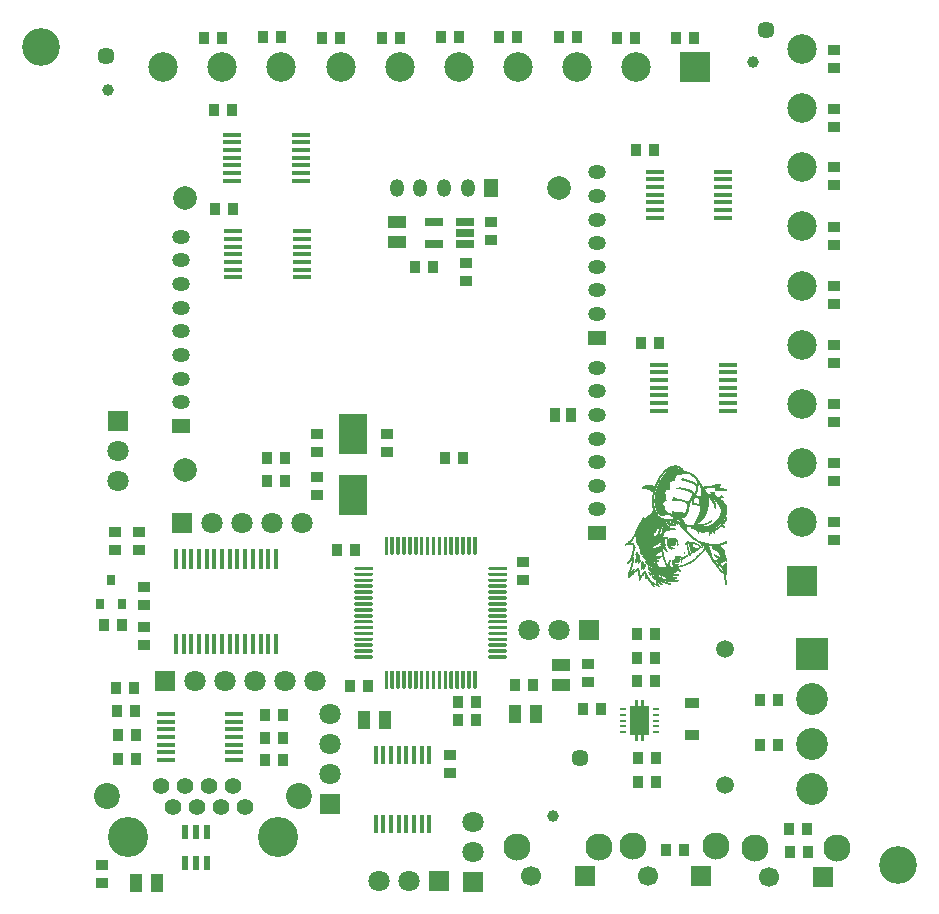
<source format=gbr>
G04 #@! TF.GenerationSoftware,KiCad,Pcbnew,5.1.9*
G04 #@! TF.CreationDate,2021-02-09T23:32:47+01:00*
G04 #@! TF.ProjectId,main_board,6d61696e-5f62-46f6-9172-642e6b696361,1*
G04 #@! TF.SameCoordinates,Original*
G04 #@! TF.FileFunction,Soldermask,Bot*
G04 #@! TF.FilePolarity,Negative*
%FSLAX46Y46*%
G04 Gerber Fmt 4.6, Leading zero omitted, Abs format (unit mm)*
G04 Created by KiCad (PCBNEW 5.1.9) date 2021-02-09 23:32:47*
%MOMM*%
%LPD*%
G01*
G04 APERTURE LIST*
%ADD10C,0.010000*%
%ADD11C,2.500000*%
%ADD12R,2.500000X2.500000*%
%ADD13R,0.300000X1.500000*%
%ADD14R,1.500000X0.300000*%
%ADD15R,0.620000X1.220000*%
%ADD16R,1.066800X1.574800*%
%ADD17R,1.574800X1.066800*%
%ADD18R,1.066800X0.914400*%
%ADD19R,0.914400X1.066800*%
%ADD20O,1.524000X1.200000*%
%ADD21R,1.524000X1.200000*%
%ADD22O,1.200000X1.524000*%
%ADD23R,1.200000X1.524000*%
%ADD24C,2.000000*%
%ADD25C,1.400000*%
%ADD26C,3.400000*%
%ADD27C,2.200000*%
%ADD28C,3.200000*%
%ADD29C,1.448000*%
%ADD30C,1.000000*%
%ADD31R,0.970000X1.270000*%
%ADD32R,1.200000X0.900000*%
%ADD33R,1.800000X1.800000*%
%ADD34C,1.800000*%
%ADD35R,2.700000X2.700000*%
%ADD36C,2.700000*%
%ADD37R,0.800000X0.900000*%
%ADD38R,1.700000X1.700000*%
%ADD39C,1.700000*%
%ADD40C,2.300000*%
%ADD41C,0.152400*%
%ADD42R,0.600000X0.240000*%
%ADD43R,1.560000X0.650000*%
%ADD44R,0.450000X1.750000*%
%ADD45R,2.400000X3.500000*%
%ADD46C,1.500000*%
G04 APERTURE END LIST*
D10*
G36*
X274984247Y-34438296D02*
G01*
X274990593Y-34443566D01*
X275015850Y-34442568D01*
X275047526Y-34422686D01*
X275085573Y-34383956D01*
X275094736Y-34372980D01*
X275121552Y-34337175D01*
X275134502Y-34310213D01*
X275134480Y-34287456D01*
X275122383Y-34264265D01*
X275117101Y-34257248D01*
X275091781Y-34236140D01*
X275063096Y-34230910D01*
X275045440Y-34231868D01*
X275033789Y-34237530D01*
X275024823Y-34252078D01*
X275015223Y-34279695D01*
X275009546Y-34298384D01*
X274993256Y-34355438D01*
X274983815Y-34396196D01*
X274980916Y-34423025D01*
X274984247Y-34438296D01*
G37*
X274984247Y-34438296D02*
X274990593Y-34443566D01*
X275015850Y-34442568D01*
X275047526Y-34422686D01*
X275085573Y-34383956D01*
X275094736Y-34372980D01*
X275121552Y-34337175D01*
X275134502Y-34310213D01*
X275134480Y-34287456D01*
X275122383Y-34264265D01*
X275117101Y-34257248D01*
X275091781Y-34236140D01*
X275063096Y-34230910D01*
X275045440Y-34231868D01*
X275033789Y-34237530D01*
X275024823Y-34252078D01*
X275015223Y-34279695D01*
X275009546Y-34298384D01*
X274993256Y-34355438D01*
X274983815Y-34396196D01*
X274980916Y-34423025D01*
X274984247Y-34438296D01*
G36*
X274965618Y-35023282D02*
G01*
X274969416Y-35055966D01*
X274976232Y-35072928D01*
X274983312Y-35073963D01*
X274996407Y-35067073D01*
X275017014Y-35050973D01*
X275046626Y-35024380D01*
X275086739Y-34986010D01*
X275138848Y-34934580D01*
X275148006Y-34925446D01*
X275194021Y-34878820D01*
X275234778Y-34836224D01*
X275268262Y-34799869D01*
X275292462Y-34771966D01*
X275305365Y-34754727D01*
X275306953Y-34750823D01*
X275304168Y-34734044D01*
X275297602Y-34704240D01*
X275288645Y-34667698D01*
X275288142Y-34665739D01*
X275263468Y-34580368D01*
X275238389Y-34514260D01*
X275213021Y-34467690D01*
X275196748Y-34448325D01*
X275170359Y-34427353D01*
X275149879Y-34422631D01*
X275130066Y-34433817D01*
X275120544Y-34443327D01*
X275091511Y-34481826D01*
X275064770Y-34532632D01*
X275039691Y-34597474D01*
X275015646Y-34678079D01*
X274992008Y-34776176D01*
X274981501Y-34825676D01*
X274973056Y-34876338D01*
X274967531Y-34929083D01*
X274965021Y-34979526D01*
X274965618Y-35023282D01*
G37*
X274965618Y-35023282D02*
X274969416Y-35055966D01*
X274976232Y-35072928D01*
X274983312Y-35073963D01*
X274996407Y-35067073D01*
X275017014Y-35050973D01*
X275046626Y-35024380D01*
X275086739Y-34986010D01*
X275138848Y-34934580D01*
X275148006Y-34925446D01*
X275194021Y-34878820D01*
X275234778Y-34836224D01*
X275268262Y-34799869D01*
X275292462Y-34771966D01*
X275305365Y-34754727D01*
X275306953Y-34750823D01*
X275304168Y-34734044D01*
X275297602Y-34704240D01*
X275288645Y-34667698D01*
X275288142Y-34665739D01*
X275263468Y-34580368D01*
X275238389Y-34514260D01*
X275213021Y-34467690D01*
X275196748Y-34448325D01*
X275170359Y-34427353D01*
X275149879Y-34422631D01*
X275130066Y-34433817D01*
X275120544Y-34443327D01*
X275091511Y-34481826D01*
X275064770Y-34532632D01*
X275039691Y-34597474D01*
X275015646Y-34678079D01*
X274992008Y-34776176D01*
X274981501Y-34825676D01*
X274973056Y-34876338D01*
X274967531Y-34929083D01*
X274965021Y-34979526D01*
X274965618Y-35023282D01*
G36*
X275164715Y-35100344D02*
G01*
X275172932Y-35106895D01*
X275186103Y-35113753D01*
X275199086Y-35110644D01*
X275217784Y-35095461D01*
X275225511Y-35088120D01*
X275257223Y-35055431D01*
X275289615Y-35018471D01*
X275319774Y-34981015D01*
X275344786Y-34946839D01*
X275361739Y-34919721D01*
X275367728Y-34903775D01*
X275360787Y-34883707D01*
X275343957Y-34861831D01*
X275342738Y-34860662D01*
X275317748Y-34837185D01*
X275291335Y-34861419D01*
X275264834Y-34890971D01*
X275234880Y-34932363D01*
X275205727Y-34978987D01*
X275181627Y-35024235D01*
X275171531Y-35047533D01*
X275161596Y-35075174D01*
X275159274Y-35090650D01*
X275164715Y-35100344D01*
G37*
X275164715Y-35100344D02*
X275172932Y-35106895D01*
X275186103Y-35113753D01*
X275199086Y-35110644D01*
X275217784Y-35095461D01*
X275225511Y-35088120D01*
X275257223Y-35055431D01*
X275289615Y-35018471D01*
X275319774Y-34981015D01*
X275344786Y-34946839D01*
X275361739Y-34919721D01*
X275367728Y-34903775D01*
X275360787Y-34883707D01*
X275343957Y-34861831D01*
X275342738Y-34860662D01*
X275317748Y-34837185D01*
X275291335Y-34861419D01*
X275264834Y-34890971D01*
X275234880Y-34932363D01*
X275205727Y-34978987D01*
X275181627Y-35024235D01*
X275171531Y-35047533D01*
X275161596Y-35075174D01*
X275159274Y-35090650D01*
X275164715Y-35100344D01*
G36*
X275415800Y-35494186D02*
G01*
X275429206Y-35561669D01*
X275445698Y-35605065D01*
X275460476Y-35634749D01*
X275476578Y-35610967D01*
X275497686Y-35583301D01*
X275522991Y-35555100D01*
X275548582Y-35530108D01*
X275570546Y-35512067D01*
X275584971Y-35504722D01*
X275587193Y-35505131D01*
X275594772Y-35518888D01*
X275597638Y-35540514D01*
X275602244Y-35575762D01*
X275614218Y-35604155D01*
X275630787Y-35621732D01*
X275649182Y-35624533D01*
X275654583Y-35621937D01*
X275664735Y-35609053D01*
X275680477Y-35581881D01*
X275699829Y-35544637D01*
X275720810Y-35501536D01*
X275741439Y-35456794D01*
X275759734Y-35414625D01*
X275773714Y-35379245D01*
X275781400Y-35354869D01*
X275782167Y-35350469D01*
X275782753Y-35333265D01*
X275778617Y-35317898D01*
X275767245Y-35300479D01*
X275746123Y-35277118D01*
X275714293Y-35245444D01*
X275674569Y-35203905D01*
X275632583Y-35155650D01*
X275595887Y-35109458D01*
X275587642Y-35098166D01*
X275562171Y-35064603D01*
X275539256Y-35038369D01*
X275522255Y-35023130D01*
X275516719Y-35020763D01*
X275498685Y-35025829D01*
X275482597Y-35042377D01*
X275468003Y-35071846D01*
X275454449Y-35115672D01*
X275441484Y-35175292D01*
X275428655Y-35252143D01*
X275416694Y-35338438D01*
X275411434Y-35417982D01*
X275415800Y-35494186D01*
G37*
X275415800Y-35494186D02*
X275429206Y-35561669D01*
X275445698Y-35605065D01*
X275460476Y-35634749D01*
X275476578Y-35610967D01*
X275497686Y-35583301D01*
X275522991Y-35555100D01*
X275548582Y-35530108D01*
X275570546Y-35512067D01*
X275584971Y-35504722D01*
X275587193Y-35505131D01*
X275594772Y-35518888D01*
X275597638Y-35540514D01*
X275602244Y-35575762D01*
X275614218Y-35604155D01*
X275630787Y-35621732D01*
X275649182Y-35624533D01*
X275654583Y-35621937D01*
X275664735Y-35609053D01*
X275680477Y-35581881D01*
X275699829Y-35544637D01*
X275720810Y-35501536D01*
X275741439Y-35456794D01*
X275759734Y-35414625D01*
X275773714Y-35379245D01*
X275781400Y-35354869D01*
X275782167Y-35350469D01*
X275782753Y-35333265D01*
X275778617Y-35317898D01*
X275767245Y-35300479D01*
X275746123Y-35277118D01*
X275714293Y-35245444D01*
X275674569Y-35203905D01*
X275632583Y-35155650D01*
X275595887Y-35109458D01*
X275587642Y-35098166D01*
X275562171Y-35064603D01*
X275539256Y-35038369D01*
X275522255Y-35023130D01*
X275516719Y-35020763D01*
X275498685Y-35025829D01*
X275482597Y-35042377D01*
X275468003Y-35071846D01*
X275454449Y-35115672D01*
X275441484Y-35175292D01*
X275428655Y-35252143D01*
X275416694Y-35338438D01*
X275411434Y-35417982D01*
X275415800Y-35494186D01*
G36*
X276079115Y-35907944D02*
G01*
X276102164Y-35955030D01*
X276129948Y-36002447D01*
X276159960Y-36046845D01*
X276189692Y-36084877D01*
X276216637Y-36113194D01*
X276238288Y-36128450D01*
X276245544Y-36130162D01*
X276255094Y-36122024D01*
X276256099Y-36100891D01*
X276248882Y-36071687D01*
X276240405Y-36051655D01*
X276225975Y-36029641D01*
X276202604Y-36001379D01*
X276174151Y-35970730D01*
X276144471Y-35941553D01*
X276117422Y-35917707D01*
X276096863Y-35903053D01*
X276089111Y-35900276D01*
X276078976Y-35904662D01*
X276079115Y-35907944D01*
G37*
X276079115Y-35907944D02*
X276102164Y-35955030D01*
X276129948Y-36002447D01*
X276159960Y-36046845D01*
X276189692Y-36084877D01*
X276216637Y-36113194D01*
X276238288Y-36128450D01*
X276245544Y-36130162D01*
X276255094Y-36122024D01*
X276256099Y-36100891D01*
X276248882Y-36071687D01*
X276240405Y-36051655D01*
X276225975Y-36029641D01*
X276202604Y-36001379D01*
X276174151Y-35970730D01*
X276144471Y-35941553D01*
X276117422Y-35917707D01*
X276096863Y-35903053D01*
X276089111Y-35900276D01*
X276078976Y-35904662D01*
X276079115Y-35907944D01*
G36*
X276381065Y-36199249D02*
G01*
X276390830Y-36227670D01*
X276404473Y-36263351D01*
X276419838Y-36300800D01*
X276434771Y-36334527D01*
X276443823Y-36353002D01*
X276464439Y-36388909D01*
X276489627Y-36427776D01*
X276516604Y-36465896D01*
X276542587Y-36499561D01*
X276564793Y-36525065D01*
X276580439Y-36538701D01*
X276584210Y-36540001D01*
X276590393Y-36534882D01*
X276594406Y-36517765D01*
X276596579Y-36486012D01*
X276597244Y-36436985D01*
X276597244Y-36331945D01*
X276549763Y-36292992D01*
X276497016Y-36251052D01*
X276451832Y-36217776D01*
X276415886Y-36194226D01*
X276390854Y-36181465D01*
X276378410Y-36180557D01*
X276377331Y-36183576D01*
X276381065Y-36199249D01*
G37*
X276381065Y-36199249D02*
X276390830Y-36227670D01*
X276404473Y-36263351D01*
X276419838Y-36300800D01*
X276434771Y-36334527D01*
X276443823Y-36353002D01*
X276464439Y-36388909D01*
X276489627Y-36427776D01*
X276516604Y-36465896D01*
X276542587Y-36499561D01*
X276564793Y-36525065D01*
X276580439Y-36538701D01*
X276584210Y-36540001D01*
X276590393Y-36534882D01*
X276594406Y-36517765D01*
X276596579Y-36486012D01*
X276597244Y-36436985D01*
X276597244Y-36331945D01*
X276549763Y-36292992D01*
X276497016Y-36251052D01*
X276451832Y-36217776D01*
X276415886Y-36194226D01*
X276390854Y-36181465D01*
X276378410Y-36180557D01*
X276377331Y-36183576D01*
X276381065Y-36199249D01*
G36*
X277619380Y-33489634D02*
G01*
X277627743Y-33550274D01*
X277631535Y-33566625D01*
X277660179Y-33650667D01*
X277699717Y-33729422D01*
X277725699Y-33768735D01*
X277763653Y-33810479D01*
X277814127Y-33852533D01*
X277870357Y-33889942D01*
X277925576Y-33917749D01*
X277933148Y-33920709D01*
X277964618Y-33931936D01*
X277982968Y-33936008D01*
X277993624Y-33933227D01*
X278001564Y-33924514D01*
X278008486Y-33917374D01*
X278019031Y-33913182D01*
X278036875Y-33911785D01*
X278065694Y-33913027D01*
X278109164Y-33916754D01*
X278132540Y-33919010D01*
X278182845Y-33923145D01*
X278223248Y-33924903D01*
X278250229Y-33924207D01*
X278259865Y-33921757D01*
X278260034Y-33910367D01*
X278242144Y-33896136D01*
X278207814Y-33879756D01*
X278158663Y-33861920D01*
X278096308Y-33843322D01*
X278046673Y-33830467D01*
X278006075Y-33819440D01*
X277978063Y-33807846D01*
X277955528Y-33791683D01*
X277931362Y-33766948D01*
X277928806Y-33764099D01*
X277895009Y-33722506D01*
X277866743Y-33680517D01*
X277845616Y-33641425D01*
X277833238Y-33608524D01*
X277831219Y-33585107D01*
X277836897Y-33576081D01*
X277849957Y-33578113D01*
X277871916Y-33590304D01*
X277885894Y-33600491D01*
X277923409Y-33626388D01*
X277964470Y-33648774D01*
X278002777Y-33664621D01*
X278032033Y-33670904D01*
X278032489Y-33670911D01*
X278049495Y-33665633D01*
X278064823Y-33647454D01*
X278080650Y-33613443D01*
X278086204Y-33598659D01*
X278097599Y-33577941D01*
X278113591Y-33572743D01*
X278137982Y-33582627D01*
X278151632Y-33591162D01*
X278175910Y-33604595D01*
X278195338Y-33611001D01*
X278196836Y-33611088D01*
X278219217Y-33603128D01*
X278246896Y-33581945D01*
X278275516Y-33551821D01*
X278300718Y-33517037D01*
X278310667Y-33499251D01*
X278323679Y-33470134D01*
X278331507Y-33442516D01*
X278335384Y-33409592D01*
X278336544Y-33364555D01*
X278336559Y-33356255D01*
X278335671Y-33308474D01*
X278332213Y-33273920D01*
X278324996Y-33245874D01*
X278312832Y-33217621D01*
X278311575Y-33215081D01*
X278289605Y-33176863D01*
X278262989Y-33138288D01*
X278251701Y-33124183D01*
X278232139Y-33099484D01*
X278225628Y-33085236D01*
X278230735Y-33078110D01*
X278231703Y-33077709D01*
X278244936Y-33064322D01*
X278246595Y-33056686D01*
X278238845Y-33045012D01*
X278221046Y-33041495D01*
X278201374Y-33046076D01*
X278188802Y-33057114D01*
X278182291Y-33064413D01*
X278170355Y-33067964D01*
X278148873Y-33067970D01*
X278113725Y-33064631D01*
X278090843Y-33061907D01*
X278058935Y-33057668D01*
X278058935Y-33183870D01*
X278077571Y-33186521D01*
X278135227Y-33206878D01*
X278186072Y-33239358D01*
X278224113Y-33279989D01*
X278228185Y-33286282D01*
X278241401Y-33308990D01*
X278245123Y-33324296D01*
X278239697Y-33341684D01*
X278230868Y-33359717D01*
X278213043Y-33385483D01*
X278195890Y-33391561D01*
X278180454Y-33378252D01*
X278167779Y-33345857D01*
X278166609Y-33341188D01*
X278150266Y-33296502D01*
X278124963Y-33268272D01*
X278087630Y-33254115D01*
X278050913Y-33251296D01*
X278020221Y-33249825D01*
X277998646Y-33246052D01*
X277992640Y-33242829D01*
X277995813Y-33231290D01*
X278010136Y-33212897D01*
X278016127Y-33206848D01*
X278038567Y-33188850D01*
X278058935Y-33183870D01*
X278058935Y-33057668D01*
X278043242Y-33055583D01*
X277996420Y-33048560D01*
X277958838Y-33042125D01*
X277951711Y-33040725D01*
X277921723Y-33034573D01*
X277921723Y-33301276D01*
X277940822Y-33304359D01*
X277945578Y-33316928D01*
X277944909Y-33323767D01*
X277934979Y-33342573D01*
X277921723Y-33346258D01*
X277903847Y-33338092D01*
X277898536Y-33323767D01*
X277899786Y-33307111D01*
X277913737Y-33301534D01*
X277921723Y-33301276D01*
X277921723Y-33034573D01*
X277916371Y-33033474D01*
X277884680Y-33026953D01*
X277874338Y-33024817D01*
X277852344Y-33024618D01*
X277829655Y-33035760D01*
X277810392Y-33051240D01*
X277777254Y-33075866D01*
X277739900Y-33097541D01*
X277730327Y-33101985D01*
X277702822Y-33117032D01*
X277688081Y-33131952D01*
X277686815Y-33136660D01*
X277692308Y-33147861D01*
X277706807Y-33146337D01*
X277720039Y-33144674D01*
X277725686Y-33154187D01*
X277726799Y-33176385D01*
X277724917Y-33200632D01*
X277717683Y-33209607D01*
X277709306Y-33209443D01*
X277694197Y-33198036D01*
X277688619Y-33183720D01*
X277681552Y-33164655D01*
X277680767Y-33164648D01*
X277680767Y-33417443D01*
X277684209Y-33428122D01*
X277686131Y-33436223D01*
X277689661Y-33463742D01*
X277687309Y-33484212D01*
X277680748Y-33491201D01*
X277678596Y-33482297D01*
X277677829Y-33459904D01*
X277678002Y-33448718D01*
X277679016Y-33423819D01*
X277680767Y-33417443D01*
X277680767Y-33164648D01*
X277669879Y-33164537D01*
X277656446Y-33182034D01*
X277639687Y-33226061D01*
X277627249Y-33284259D01*
X277619485Y-33351202D01*
X277616745Y-33421469D01*
X277619380Y-33489634D01*
G37*
X277619380Y-33489634D02*
X277627743Y-33550274D01*
X277631535Y-33566625D01*
X277660179Y-33650667D01*
X277699717Y-33729422D01*
X277725699Y-33768735D01*
X277763653Y-33810479D01*
X277814127Y-33852533D01*
X277870357Y-33889942D01*
X277925576Y-33917749D01*
X277933148Y-33920709D01*
X277964618Y-33931936D01*
X277982968Y-33936008D01*
X277993624Y-33933227D01*
X278001564Y-33924514D01*
X278008486Y-33917374D01*
X278019031Y-33913182D01*
X278036875Y-33911785D01*
X278065694Y-33913027D01*
X278109164Y-33916754D01*
X278132540Y-33919010D01*
X278182845Y-33923145D01*
X278223248Y-33924903D01*
X278250229Y-33924207D01*
X278259865Y-33921757D01*
X278260034Y-33910367D01*
X278242144Y-33896136D01*
X278207814Y-33879756D01*
X278158663Y-33861920D01*
X278096308Y-33843322D01*
X278046673Y-33830467D01*
X278006075Y-33819440D01*
X277978063Y-33807846D01*
X277955528Y-33791683D01*
X277931362Y-33766948D01*
X277928806Y-33764099D01*
X277895009Y-33722506D01*
X277866743Y-33680517D01*
X277845616Y-33641425D01*
X277833238Y-33608524D01*
X277831219Y-33585107D01*
X277836897Y-33576081D01*
X277849957Y-33578113D01*
X277871916Y-33590304D01*
X277885894Y-33600491D01*
X277923409Y-33626388D01*
X277964470Y-33648774D01*
X278002777Y-33664621D01*
X278032033Y-33670904D01*
X278032489Y-33670911D01*
X278049495Y-33665633D01*
X278064823Y-33647454D01*
X278080650Y-33613443D01*
X278086204Y-33598659D01*
X278097599Y-33577941D01*
X278113591Y-33572743D01*
X278137982Y-33582627D01*
X278151632Y-33591162D01*
X278175910Y-33604595D01*
X278195338Y-33611001D01*
X278196836Y-33611088D01*
X278219217Y-33603128D01*
X278246896Y-33581945D01*
X278275516Y-33551821D01*
X278300718Y-33517037D01*
X278310667Y-33499251D01*
X278323679Y-33470134D01*
X278331507Y-33442516D01*
X278335384Y-33409592D01*
X278336544Y-33364555D01*
X278336559Y-33356255D01*
X278335671Y-33308474D01*
X278332213Y-33273920D01*
X278324996Y-33245874D01*
X278312832Y-33217621D01*
X278311575Y-33215081D01*
X278289605Y-33176863D01*
X278262989Y-33138288D01*
X278251701Y-33124183D01*
X278232139Y-33099484D01*
X278225628Y-33085236D01*
X278230735Y-33078110D01*
X278231703Y-33077709D01*
X278244936Y-33064322D01*
X278246595Y-33056686D01*
X278238845Y-33045012D01*
X278221046Y-33041495D01*
X278201374Y-33046076D01*
X278188802Y-33057114D01*
X278182291Y-33064413D01*
X278170355Y-33067964D01*
X278148873Y-33067970D01*
X278113725Y-33064631D01*
X278090843Y-33061907D01*
X278058935Y-33057668D01*
X278058935Y-33183870D01*
X278077571Y-33186521D01*
X278135227Y-33206878D01*
X278186072Y-33239358D01*
X278224113Y-33279989D01*
X278228185Y-33286282D01*
X278241401Y-33308990D01*
X278245123Y-33324296D01*
X278239697Y-33341684D01*
X278230868Y-33359717D01*
X278213043Y-33385483D01*
X278195890Y-33391561D01*
X278180454Y-33378252D01*
X278167779Y-33345857D01*
X278166609Y-33341188D01*
X278150266Y-33296502D01*
X278124963Y-33268272D01*
X278087630Y-33254115D01*
X278050913Y-33251296D01*
X278020221Y-33249825D01*
X277998646Y-33246052D01*
X277992640Y-33242829D01*
X277995813Y-33231290D01*
X278010136Y-33212897D01*
X278016127Y-33206848D01*
X278038567Y-33188850D01*
X278058935Y-33183870D01*
X278058935Y-33057668D01*
X278043242Y-33055583D01*
X277996420Y-33048560D01*
X277958838Y-33042125D01*
X277951711Y-33040725D01*
X277921723Y-33034573D01*
X277921723Y-33301276D01*
X277940822Y-33304359D01*
X277945578Y-33316928D01*
X277944909Y-33323767D01*
X277934979Y-33342573D01*
X277921723Y-33346258D01*
X277903847Y-33338092D01*
X277898536Y-33323767D01*
X277899786Y-33307111D01*
X277913737Y-33301534D01*
X277921723Y-33301276D01*
X277921723Y-33034573D01*
X277916371Y-33033474D01*
X277884680Y-33026953D01*
X277874338Y-33024817D01*
X277852344Y-33024618D01*
X277829655Y-33035760D01*
X277810392Y-33051240D01*
X277777254Y-33075866D01*
X277739900Y-33097541D01*
X277730327Y-33101985D01*
X277702822Y-33117032D01*
X277688081Y-33131952D01*
X277686815Y-33136660D01*
X277692308Y-33147861D01*
X277706807Y-33146337D01*
X277720039Y-33144674D01*
X277725686Y-33154187D01*
X277726799Y-33176385D01*
X277724917Y-33200632D01*
X277717683Y-33209607D01*
X277709306Y-33209443D01*
X277694197Y-33198036D01*
X277688619Y-33183720D01*
X277681552Y-33164655D01*
X277680767Y-33164648D01*
X277680767Y-33417443D01*
X277684209Y-33428122D01*
X277686131Y-33436223D01*
X277689661Y-33463742D01*
X277687309Y-33484212D01*
X277680748Y-33491201D01*
X277678596Y-33482297D01*
X277677829Y-33459904D01*
X277678002Y-33448718D01*
X277679016Y-33423819D01*
X277680767Y-33417443D01*
X277680767Y-33164648D01*
X277669879Y-33164537D01*
X277656446Y-33182034D01*
X277639687Y-33226061D01*
X277627249Y-33284259D01*
X277619485Y-33351202D01*
X277616745Y-33421469D01*
X277619380Y-33489634D01*
G36*
X278295971Y-33111727D02*
G01*
X278311903Y-33122040D01*
X278324102Y-33128133D01*
X278353138Y-33148281D01*
X278380823Y-33176589D01*
X278387936Y-33186192D01*
X278411873Y-33230456D01*
X278435499Y-33289761D01*
X278457303Y-33359192D01*
X278475773Y-33433835D01*
X278489399Y-33508775D01*
X278491277Y-33522339D01*
X278499444Y-33560348D01*
X278511523Y-33586888D01*
X278525636Y-33598750D01*
X278534964Y-33597097D01*
X278542111Y-33582163D01*
X278544857Y-33551353D01*
X278543287Y-33508271D01*
X278537483Y-33456526D01*
X278530787Y-33416231D01*
X278520562Y-33363570D01*
X278511851Y-33324833D01*
X278502840Y-33294230D01*
X278491714Y-33265973D01*
X278476660Y-33234272D01*
X278468970Y-33219013D01*
X278449148Y-33185977D01*
X278423009Y-33150451D01*
X278394074Y-33116333D01*
X278365863Y-33087524D01*
X278341897Y-33067921D01*
X278326632Y-33061371D01*
X278316134Y-33068854D01*
X278302958Y-33085650D01*
X278293955Y-33101537D01*
X278295971Y-33111727D01*
G37*
X278295971Y-33111727D02*
X278311903Y-33122040D01*
X278324102Y-33128133D01*
X278353138Y-33148281D01*
X278380823Y-33176589D01*
X278387936Y-33186192D01*
X278411873Y-33230456D01*
X278435499Y-33289761D01*
X278457303Y-33359192D01*
X278475773Y-33433835D01*
X278489399Y-33508775D01*
X278491277Y-33522339D01*
X278499444Y-33560348D01*
X278511523Y-33586888D01*
X278525636Y-33598750D01*
X278534964Y-33597097D01*
X278542111Y-33582163D01*
X278544857Y-33551353D01*
X278543287Y-33508271D01*
X278537483Y-33456526D01*
X278530787Y-33416231D01*
X278520562Y-33363570D01*
X278511851Y-33324833D01*
X278502840Y-33294230D01*
X278491714Y-33265973D01*
X278476660Y-33234272D01*
X278468970Y-33219013D01*
X278449148Y-33185977D01*
X278423009Y-33150451D01*
X278394074Y-33116333D01*
X278365863Y-33087524D01*
X278341897Y-33067921D01*
X278326632Y-33061371D01*
X278316134Y-33068854D01*
X278302958Y-33085650D01*
X278293955Y-33101537D01*
X278295971Y-33111727D01*
G36*
X278791504Y-34829186D02*
G01*
X278801447Y-34862729D01*
X278809434Y-34904744D01*
X278814739Y-34948721D01*
X278816635Y-34988152D01*
X278814397Y-35016529D01*
X278812971Y-35021500D01*
X278808109Y-35047696D01*
X278814077Y-35064478D01*
X278828158Y-35068015D01*
X278840937Y-35060935D01*
X278851801Y-35039750D01*
X278855113Y-35001372D01*
X278850877Y-34947120D01*
X278840742Y-34886473D01*
X278832619Y-34850694D01*
X278824365Y-34822577D01*
X278817727Y-34808048D01*
X278817562Y-34807875D01*
X278803077Y-34802932D01*
X278791950Y-34811799D01*
X278791302Y-34828654D01*
X278791504Y-34829186D01*
G37*
X278791504Y-34829186D02*
X278801447Y-34862729D01*
X278809434Y-34904744D01*
X278814739Y-34948721D01*
X278816635Y-34988152D01*
X278814397Y-35016529D01*
X278812971Y-35021500D01*
X278808109Y-35047696D01*
X278814077Y-35064478D01*
X278828158Y-35068015D01*
X278840937Y-35060935D01*
X278851801Y-35039750D01*
X278855113Y-35001372D01*
X278850877Y-34947120D01*
X278840742Y-34886473D01*
X278832619Y-34850694D01*
X278824365Y-34822577D01*
X278817727Y-34808048D01*
X278817562Y-34807875D01*
X278803077Y-34802932D01*
X278791950Y-34811799D01*
X278791302Y-34828654D01*
X278791504Y-34829186D01*
G36*
X279078045Y-34257709D02*
G01*
X279086543Y-34280975D01*
X279098759Y-34289035D01*
X279110166Y-34287600D01*
X279115268Y-34274490D01*
X279116252Y-34252225D01*
X279114235Y-34225566D01*
X279109212Y-34208606D01*
X279107389Y-34206620D01*
X279094317Y-34207590D01*
X279083310Y-34222576D01*
X279077774Y-34245646D01*
X279078045Y-34257709D01*
G37*
X279078045Y-34257709D02*
X279086543Y-34280975D01*
X279098759Y-34289035D01*
X279110166Y-34287600D01*
X279115268Y-34274490D01*
X279116252Y-34252225D01*
X279114235Y-34225566D01*
X279109212Y-34208606D01*
X279107389Y-34206620D01*
X279094317Y-34207590D01*
X279083310Y-34222576D01*
X279077774Y-34245646D01*
X279078045Y-34257709D01*
G36*
X278291964Y-34618457D02*
G01*
X278309528Y-34618231D01*
X278341381Y-34612052D01*
X278389636Y-34599619D01*
X278399522Y-34596890D01*
X278442860Y-34588314D01*
X278497166Y-34582627D01*
X278548806Y-34580772D01*
X278605705Y-34582899D01*
X278652144Y-34590785D01*
X278692906Y-34606692D01*
X278732776Y-34632882D01*
X278776538Y-34671616D01*
X278808149Y-34703364D01*
X278884895Y-34782696D01*
X278928102Y-34775758D01*
X278990641Y-34758420D01*
X279060468Y-34726335D01*
X279134090Y-34681590D01*
X279208011Y-34626275D01*
X279268692Y-34572288D01*
X279300893Y-34536057D01*
X279314996Y-34506366D01*
X279311388Y-34482136D01*
X279304178Y-34472815D01*
X279291427Y-34463827D01*
X279276769Y-34463352D01*
X279257330Y-34472857D01*
X279230237Y-34493807D01*
X279192618Y-34527669D01*
X279187666Y-34532290D01*
X279125275Y-34587111D01*
X279065622Y-34632784D01*
X279011371Y-34667539D01*
X278965187Y-34689608D01*
X278940548Y-34696345D01*
X278918451Y-34698691D01*
X278900825Y-34695853D01*
X278882016Y-34685337D01*
X278856368Y-34664649D01*
X278843670Y-34653618D01*
X278770796Y-34598981D01*
X278697252Y-34562621D01*
X278661431Y-34551335D01*
X278618771Y-34544429D01*
X278564299Y-34541480D01*
X278505779Y-34542390D01*
X278450977Y-34547065D01*
X278411099Y-34554451D01*
X278368234Y-34567698D01*
X278330543Y-34582654D01*
X278302274Y-34597320D01*
X278287674Y-34609697D01*
X278286579Y-34613034D01*
X278291964Y-34618457D01*
G37*
X278291964Y-34618457D02*
X278309528Y-34618231D01*
X278341381Y-34612052D01*
X278389636Y-34599619D01*
X278399522Y-34596890D01*
X278442860Y-34588314D01*
X278497166Y-34582627D01*
X278548806Y-34580772D01*
X278605705Y-34582899D01*
X278652144Y-34590785D01*
X278692906Y-34606692D01*
X278732776Y-34632882D01*
X278776538Y-34671616D01*
X278808149Y-34703364D01*
X278884895Y-34782696D01*
X278928102Y-34775758D01*
X278990641Y-34758420D01*
X279060468Y-34726335D01*
X279134090Y-34681590D01*
X279208011Y-34626275D01*
X279268692Y-34572288D01*
X279300893Y-34536057D01*
X279314996Y-34506366D01*
X279311388Y-34482136D01*
X279304178Y-34472815D01*
X279291427Y-34463827D01*
X279276769Y-34463352D01*
X279257330Y-34472857D01*
X279230237Y-34493807D01*
X279192618Y-34527669D01*
X279187666Y-34532290D01*
X279125275Y-34587111D01*
X279065622Y-34632784D01*
X279011371Y-34667539D01*
X278965187Y-34689608D01*
X278940548Y-34696345D01*
X278918451Y-34698691D01*
X278900825Y-34695853D01*
X278882016Y-34685337D01*
X278856368Y-34664649D01*
X278843670Y-34653618D01*
X278770796Y-34598981D01*
X278697252Y-34562621D01*
X278661431Y-34551335D01*
X278618771Y-34544429D01*
X278564299Y-34541480D01*
X278505779Y-34542390D01*
X278450977Y-34547065D01*
X278411099Y-34554451D01*
X278368234Y-34567698D01*
X278330543Y-34582654D01*
X278302274Y-34597320D01*
X278287674Y-34609697D01*
X278286579Y-34613034D01*
X278291964Y-34618457D01*
G36*
X279206642Y-33524317D02*
G01*
X279220762Y-33529502D01*
X279248064Y-33522368D01*
X279250691Y-33521383D01*
X279280141Y-33517110D01*
X279299136Y-33529703D01*
X279306336Y-33558237D01*
X279306362Y-33559899D01*
X279308148Y-33581781D01*
X279312735Y-33616798D01*
X279319241Y-33658434D01*
X279321415Y-33671131D01*
X279332681Y-33734634D01*
X279344735Y-33801101D01*
X279356769Y-33866210D01*
X279367975Y-33925638D01*
X279377543Y-33975062D01*
X279384666Y-34010159D01*
X279385927Y-34015995D01*
X279423132Y-34188897D01*
X279425644Y-34200922D01*
X279434060Y-34240730D01*
X279442521Y-34279888D01*
X279446057Y-34295885D01*
X279452761Y-34326018D01*
X279461810Y-34366940D01*
X279471273Y-34409909D01*
X279471477Y-34410839D01*
X279480056Y-34449371D01*
X279487487Y-34481825D01*
X279492324Y-34501894D01*
X279492697Y-34503303D01*
X279503754Y-34518803D01*
X279522678Y-34517357D01*
X279547806Y-34499594D01*
X279571859Y-34473315D01*
X279635800Y-34402530D01*
X279715053Y-34328973D01*
X279805778Y-34255618D01*
X279904138Y-34185436D01*
X280006294Y-34121400D01*
X280075874Y-34082933D01*
X280179657Y-34025779D01*
X280264341Y-33972403D01*
X280330394Y-33922476D01*
X280378283Y-33875672D01*
X280388252Y-33863406D01*
X280410406Y-33818835D01*
X280416923Y-33766606D01*
X280407748Y-33711587D01*
X280390376Y-33671131D01*
X280346426Y-33611329D01*
X280284409Y-33557181D01*
X280204069Y-33508556D01*
X280105145Y-33465320D01*
X279987380Y-33427340D01*
X279850963Y-33394577D01*
X279804062Y-33386066D01*
X279748588Y-33377906D01*
X279692627Y-33370973D01*
X279692627Y-33431290D01*
X279723195Y-33433492D01*
X279754841Y-33440517D01*
X279785207Y-33447754D01*
X279824634Y-33456424D01*
X279850963Y-33461888D01*
X279967345Y-33489093D01*
X280070864Y-33520984D01*
X280160329Y-33556932D01*
X280234547Y-33596309D01*
X280292325Y-33638484D01*
X280332473Y-33682829D01*
X280353349Y-33726963D01*
X280361635Y-33762267D01*
X280363219Y-33787419D01*
X280357562Y-33811285D01*
X280346637Y-33837226D01*
X280315058Y-33883183D01*
X280265617Y-33922541D01*
X280225815Y-33943446D01*
X280177899Y-33964470D01*
X280144678Y-33977724D01*
X280122875Y-33984183D01*
X280109208Y-33984823D01*
X280100533Y-33980733D01*
X280085397Y-33976591D01*
X280055523Y-33978262D01*
X280008889Y-33985881D01*
X280001596Y-33987294D01*
X279954396Y-33995655D01*
X279923215Y-33997615D01*
X279904693Y-33991695D01*
X279895471Y-33976412D01*
X279892192Y-33950288D01*
X279891839Y-33938917D01*
X279890947Y-33896042D01*
X280020896Y-33891044D01*
X280075354Y-33888571D01*
X280112699Y-33885778D01*
X280135810Y-33882223D01*
X280147566Y-33877462D01*
X280150845Y-33871052D01*
X280146812Y-33863728D01*
X280132667Y-33858246D01*
X280105337Y-33853946D01*
X280061752Y-33850167D01*
X280049920Y-33849356D01*
X279959451Y-33836857D01*
X279882711Y-33812636D01*
X279820615Y-33777281D01*
X279774081Y-33731380D01*
X279744025Y-33675521D01*
X279736332Y-33648296D01*
X279730971Y-33610120D01*
X279735204Y-33589041D01*
X279749318Y-33584464D01*
X279764266Y-33590236D01*
X279787958Y-33600837D01*
X279796572Y-33599139D01*
X279790049Y-33584998D01*
X279768327Y-33558274D01*
X279736008Y-33523630D01*
X279700556Y-33484310D01*
X279681428Y-33456167D01*
X279678744Y-33438671D01*
X279692627Y-33431290D01*
X279692627Y-33370973D01*
X279688345Y-33370442D01*
X279627138Y-33364025D01*
X279568770Y-33359000D01*
X279517045Y-33355717D01*
X279475768Y-33354522D01*
X279448741Y-33355763D01*
X279442222Y-33357217D01*
X279426408Y-33356778D01*
X279422256Y-33353074D01*
X279425542Y-33343525D01*
X279437108Y-33338107D01*
X279453158Y-33326767D01*
X279454171Y-33314480D01*
X279449026Y-33303966D01*
X279435852Y-33299217D01*
X279409637Y-33298947D01*
X279396479Y-33299670D01*
X279387210Y-33301656D01*
X279387210Y-33412820D01*
X279411061Y-33417240D01*
X279435485Y-33439874D01*
X279439659Y-33445187D01*
X279475369Y-33501922D01*
X279510531Y-33577201D01*
X279544696Y-33669574D01*
X279577412Y-33777594D01*
X279608230Y-33899811D01*
X279636699Y-34034778D01*
X279655812Y-34140946D01*
X279662314Y-34184549D01*
X279664264Y-34214794D01*
X279661679Y-34237786D01*
X279656147Y-34255618D01*
X279643015Y-34278292D01*
X279620894Y-34305623D01*
X279594062Y-34333476D01*
X279566797Y-34357717D01*
X279543377Y-34374214D01*
X279528527Y-34378936D01*
X279513918Y-34366597D01*
X279505037Y-34340759D01*
X279500366Y-34317290D01*
X279492438Y-34279629D01*
X279482385Y-34233086D01*
X279472000Y-34185928D01*
X279447226Y-34070881D01*
X279423276Y-33952748D01*
X279400920Y-33835743D01*
X279380930Y-33724078D01*
X279364079Y-33621965D01*
X279351136Y-33533618D01*
X279347845Y-33508119D01*
X279343885Y-33471556D01*
X279343799Y-33449385D01*
X279348379Y-33436249D01*
X279358416Y-33426787D01*
X279360013Y-33425651D01*
X279387210Y-33412820D01*
X279387210Y-33301656D01*
X279336883Y-33312445D01*
X279287090Y-33342601D01*
X279247215Y-33390034D01*
X279217371Y-33454639D01*
X279212583Y-33469722D01*
X279204362Y-33504996D01*
X279206642Y-33524317D01*
G37*
X279206642Y-33524317D02*
X279220762Y-33529502D01*
X279248064Y-33522368D01*
X279250691Y-33521383D01*
X279280141Y-33517110D01*
X279299136Y-33529703D01*
X279306336Y-33558237D01*
X279306362Y-33559899D01*
X279308148Y-33581781D01*
X279312735Y-33616798D01*
X279319241Y-33658434D01*
X279321415Y-33671131D01*
X279332681Y-33734634D01*
X279344735Y-33801101D01*
X279356769Y-33866210D01*
X279367975Y-33925638D01*
X279377543Y-33975062D01*
X279384666Y-34010159D01*
X279385927Y-34015995D01*
X279423132Y-34188897D01*
X279425644Y-34200922D01*
X279434060Y-34240730D01*
X279442521Y-34279888D01*
X279446057Y-34295885D01*
X279452761Y-34326018D01*
X279461810Y-34366940D01*
X279471273Y-34409909D01*
X279471477Y-34410839D01*
X279480056Y-34449371D01*
X279487487Y-34481825D01*
X279492324Y-34501894D01*
X279492697Y-34503303D01*
X279503754Y-34518803D01*
X279522678Y-34517357D01*
X279547806Y-34499594D01*
X279571859Y-34473315D01*
X279635800Y-34402530D01*
X279715053Y-34328973D01*
X279805778Y-34255618D01*
X279904138Y-34185436D01*
X280006294Y-34121400D01*
X280075874Y-34082933D01*
X280179657Y-34025779D01*
X280264341Y-33972403D01*
X280330394Y-33922476D01*
X280378283Y-33875672D01*
X280388252Y-33863406D01*
X280410406Y-33818835D01*
X280416923Y-33766606D01*
X280407748Y-33711587D01*
X280390376Y-33671131D01*
X280346426Y-33611329D01*
X280284409Y-33557181D01*
X280204069Y-33508556D01*
X280105145Y-33465320D01*
X279987380Y-33427340D01*
X279850963Y-33394577D01*
X279804062Y-33386066D01*
X279748588Y-33377906D01*
X279692627Y-33370973D01*
X279692627Y-33431290D01*
X279723195Y-33433492D01*
X279754841Y-33440517D01*
X279785207Y-33447754D01*
X279824634Y-33456424D01*
X279850963Y-33461888D01*
X279967345Y-33489093D01*
X280070864Y-33520984D01*
X280160329Y-33556932D01*
X280234547Y-33596309D01*
X280292325Y-33638484D01*
X280332473Y-33682829D01*
X280353349Y-33726963D01*
X280361635Y-33762267D01*
X280363219Y-33787419D01*
X280357562Y-33811285D01*
X280346637Y-33837226D01*
X280315058Y-33883183D01*
X280265617Y-33922541D01*
X280225815Y-33943446D01*
X280177899Y-33964470D01*
X280144678Y-33977724D01*
X280122875Y-33984183D01*
X280109208Y-33984823D01*
X280100533Y-33980733D01*
X280085397Y-33976591D01*
X280055523Y-33978262D01*
X280008889Y-33985881D01*
X280001596Y-33987294D01*
X279954396Y-33995655D01*
X279923215Y-33997615D01*
X279904693Y-33991695D01*
X279895471Y-33976412D01*
X279892192Y-33950288D01*
X279891839Y-33938917D01*
X279890947Y-33896042D01*
X280020896Y-33891044D01*
X280075354Y-33888571D01*
X280112699Y-33885778D01*
X280135810Y-33882223D01*
X280147566Y-33877462D01*
X280150845Y-33871052D01*
X280146812Y-33863728D01*
X280132667Y-33858246D01*
X280105337Y-33853946D01*
X280061752Y-33850167D01*
X280049920Y-33849356D01*
X279959451Y-33836857D01*
X279882711Y-33812636D01*
X279820615Y-33777281D01*
X279774081Y-33731380D01*
X279744025Y-33675521D01*
X279736332Y-33648296D01*
X279730971Y-33610120D01*
X279735204Y-33589041D01*
X279749318Y-33584464D01*
X279764266Y-33590236D01*
X279787958Y-33600837D01*
X279796572Y-33599139D01*
X279790049Y-33584998D01*
X279768327Y-33558274D01*
X279736008Y-33523630D01*
X279700556Y-33484310D01*
X279681428Y-33456167D01*
X279678744Y-33438671D01*
X279692627Y-33431290D01*
X279692627Y-33370973D01*
X279688345Y-33370442D01*
X279627138Y-33364025D01*
X279568770Y-33359000D01*
X279517045Y-33355717D01*
X279475768Y-33354522D01*
X279448741Y-33355763D01*
X279442222Y-33357217D01*
X279426408Y-33356778D01*
X279422256Y-33353074D01*
X279425542Y-33343525D01*
X279437108Y-33338107D01*
X279453158Y-33326767D01*
X279454171Y-33314480D01*
X279449026Y-33303966D01*
X279435852Y-33299217D01*
X279409637Y-33298947D01*
X279396479Y-33299670D01*
X279387210Y-33301656D01*
X279387210Y-33412820D01*
X279411061Y-33417240D01*
X279435485Y-33439874D01*
X279439659Y-33445187D01*
X279475369Y-33501922D01*
X279510531Y-33577201D01*
X279544696Y-33669574D01*
X279577412Y-33777594D01*
X279608230Y-33899811D01*
X279636699Y-34034778D01*
X279655812Y-34140946D01*
X279662314Y-34184549D01*
X279664264Y-34214794D01*
X279661679Y-34237786D01*
X279656147Y-34255618D01*
X279643015Y-34278292D01*
X279620894Y-34305623D01*
X279594062Y-34333476D01*
X279566797Y-34357717D01*
X279543377Y-34374214D01*
X279528527Y-34378936D01*
X279513918Y-34366597D01*
X279505037Y-34340759D01*
X279500366Y-34317290D01*
X279492438Y-34279629D01*
X279482385Y-34233086D01*
X279472000Y-34185928D01*
X279447226Y-34070881D01*
X279423276Y-33952748D01*
X279400920Y-33835743D01*
X279380930Y-33724078D01*
X279364079Y-33621965D01*
X279351136Y-33533618D01*
X279347845Y-33508119D01*
X279343885Y-33471556D01*
X279343799Y-33449385D01*
X279348379Y-33436249D01*
X279358416Y-33426787D01*
X279360013Y-33425651D01*
X279387210Y-33412820D01*
X279387210Y-33301656D01*
X279336883Y-33312445D01*
X279287090Y-33342601D01*
X279247215Y-33390034D01*
X279217371Y-33454639D01*
X279212583Y-33469722D01*
X279204362Y-33504996D01*
X279206642Y-33524317D01*
G36*
X280500646Y-33525701D02*
G01*
X280513369Y-33547846D01*
X280525438Y-33567373D01*
X280549307Y-33611744D01*
X280567843Y-33659255D01*
X280580052Y-33705469D01*
X280584940Y-33745947D01*
X280581515Y-33776250D01*
X280574807Y-33787956D01*
X280567260Y-33800244D01*
X280573257Y-33805039D01*
X280587759Y-33802228D01*
X280605729Y-33791698D01*
X280609218Y-33788727D01*
X280629763Y-33758137D01*
X280640292Y-33716387D01*
X280639387Y-33670369D01*
X280636518Y-33656136D01*
X280616294Y-33602197D01*
X280586503Y-33557933D01*
X280550237Y-33527168D01*
X280523198Y-33515849D01*
X280503537Y-33512706D01*
X280495709Y-33514761D01*
X280500646Y-33525701D01*
G37*
X280500646Y-33525701D02*
X280513369Y-33547846D01*
X280525438Y-33567373D01*
X280549307Y-33611744D01*
X280567843Y-33659255D01*
X280580052Y-33705469D01*
X280584940Y-33745947D01*
X280581515Y-33776250D01*
X280574807Y-33787956D01*
X280567260Y-33800244D01*
X280573257Y-33805039D01*
X280587759Y-33802228D01*
X280605729Y-33791698D01*
X280609218Y-33788727D01*
X280629763Y-33758137D01*
X280640292Y-33716387D01*
X280639387Y-33670369D01*
X280636518Y-33656136D01*
X280616294Y-33602197D01*
X280586503Y-33557933D01*
X280550237Y-33527168D01*
X280523198Y-33515849D01*
X280503537Y-33512706D01*
X280495709Y-33514761D01*
X280500646Y-33525701D01*
G36*
X274071036Y-33586539D02*
G01*
X274083225Y-33589929D01*
X274100727Y-33587574D01*
X274118826Y-33585855D01*
X274154085Y-33583865D01*
X274203674Y-33581711D01*
X274264766Y-33579504D01*
X274334530Y-33577351D01*
X274410139Y-33575363D01*
X274429648Y-33574904D01*
X274726081Y-33568091D01*
X274750609Y-33594557D01*
X274765905Y-33617416D01*
X274782683Y-33652203D01*
X274797378Y-33691501D01*
X274797720Y-33692580D01*
X274820304Y-33764138D01*
X274797924Y-33835088D01*
X274785684Y-33873717D01*
X274774762Y-33907884D01*
X274767446Y-33930434D01*
X274767249Y-33931028D01*
X274761447Y-33950952D01*
X274752339Y-33984991D01*
X274741326Y-34027829D01*
X274733042Y-34060977D01*
X274721341Y-34108261D01*
X274710478Y-34151960D01*
X274701925Y-34186162D01*
X274698194Y-34200922D01*
X274690447Y-34232472D01*
X274681418Y-34270892D01*
X274678000Y-34285889D01*
X274669301Y-34323443D01*
X274660602Y-34359387D01*
X274657702Y-34370855D01*
X274651080Y-34398240D01*
X274642252Y-34437016D01*
X274633080Y-34479000D01*
X274632694Y-34480812D01*
X274619431Y-34526521D01*
X274597328Y-34583921D01*
X274568109Y-34649858D01*
X274533496Y-34721177D01*
X274495215Y-34794723D01*
X274454990Y-34867342D01*
X274414545Y-34935878D01*
X274375604Y-34997177D01*
X274339891Y-35048085D01*
X274309130Y-35085446D01*
X274294673Y-35099305D01*
X274281541Y-35116188D01*
X274278819Y-35132230D01*
X274287410Y-35140428D01*
X274289356Y-35140552D01*
X274301696Y-35134754D01*
X274326985Y-35118718D01*
X274362387Y-35094478D01*
X274405071Y-35064070D01*
X274452203Y-35029530D01*
X274500950Y-34992893D01*
X274548479Y-34956194D01*
X274573041Y-34936747D01*
X274605100Y-34911846D01*
X274631624Y-34892626D01*
X274648569Y-34881957D01*
X274651986Y-34880710D01*
X274655278Y-34889897D01*
X274656397Y-34914687D01*
X274655597Y-34950835D01*
X274653130Y-34994099D01*
X274649250Y-35040238D01*
X274644211Y-35085007D01*
X274638265Y-35124165D01*
X274637066Y-35130556D01*
X274628513Y-35172614D01*
X274617801Y-35222595D01*
X274605980Y-35275907D01*
X274594097Y-35327958D01*
X274583201Y-35374154D01*
X274574341Y-35409903D01*
X274568621Y-35430438D01*
X274560736Y-35455734D01*
X274550934Y-35488984D01*
X274547676Y-35500410D01*
X274534557Y-35544498D01*
X274517026Y-35600027D01*
X274496732Y-35662107D01*
X274475321Y-35725848D01*
X274454443Y-35786358D01*
X274435745Y-35838746D01*
X274420876Y-35878123D01*
X274417992Y-35885259D01*
X274389003Y-35957347D01*
X274365309Y-36019985D01*
X274347500Y-36071373D01*
X274336164Y-36109711D01*
X274331891Y-36133200D01*
X274334483Y-36140159D01*
X274347251Y-36134229D01*
X274372195Y-36117983D01*
X274405996Y-36093734D01*
X274445333Y-36063797D01*
X274455450Y-36055849D01*
X274494947Y-36025405D01*
X274529044Y-36000599D01*
X274554654Y-35983567D01*
X274568694Y-35976443D01*
X274570112Y-35976502D01*
X274569568Y-35986713D01*
X274559443Y-36007469D01*
X274549356Y-36023327D01*
X274530900Y-36051332D01*
X274505306Y-36091702D01*
X274475569Y-36139567D01*
X274444680Y-36190059D01*
X274415634Y-36238306D01*
X274391423Y-36279438D01*
X274384153Y-36292120D01*
X274370499Y-36321723D01*
X274370659Y-36337312D01*
X274384091Y-36338786D01*
X274410251Y-36326042D01*
X274443092Y-36303195D01*
X274475264Y-36278407D01*
X274511154Y-36250142D01*
X274546623Y-36221732D01*
X274577535Y-36196513D01*
X274599753Y-36177817D01*
X274608027Y-36170284D01*
X274617062Y-36162012D01*
X274637967Y-36143284D01*
X274667631Y-36116878D01*
X274702941Y-36085572D01*
X274702990Y-36085529D01*
X274748304Y-36044774D01*
X274800615Y-35996718D01*
X274852666Y-35948072D01*
X274887917Y-35914517D01*
X274952821Y-35852221D01*
X275004895Y-35802666D01*
X275045562Y-35764570D01*
X275076242Y-35736654D01*
X275098357Y-35717635D01*
X275113328Y-35706234D01*
X275122577Y-35701170D01*
X275125324Y-35700615D01*
X275136971Y-35702169D01*
X275137819Y-35703177D01*
X275140864Y-35713328D01*
X275148794Y-35736920D01*
X275158356Y-35764454D01*
X275173923Y-35816665D01*
X275190058Y-35884817D01*
X275206152Y-35964894D01*
X275221591Y-36052880D01*
X275235765Y-36144760D01*
X275248063Y-36236517D01*
X275257872Y-36324135D01*
X275264582Y-36403599D01*
X275267580Y-36470891D01*
X275267681Y-36482524D01*
X275268840Y-36525247D01*
X275272433Y-36550202D01*
X275278802Y-36559502D01*
X275280263Y-36559677D01*
X275291329Y-36551738D01*
X275309607Y-36530938D01*
X275331638Y-36501326D01*
X275337740Y-36492406D01*
X275385212Y-36422920D01*
X275435958Y-36350715D01*
X275488153Y-36278211D01*
X275539974Y-36207829D01*
X275589598Y-36141991D01*
X275635201Y-36083115D01*
X275674960Y-36033623D01*
X275707051Y-35995936D01*
X275728870Y-35973185D01*
X275748176Y-35960017D01*
X275762641Y-35957789D01*
X275763352Y-35958190D01*
X275770912Y-35972842D01*
X275778071Y-36004508D01*
X275784534Y-36050211D01*
X275790007Y-36106975D01*
X275794195Y-36171823D01*
X275796804Y-36241778D01*
X275797559Y-36303727D01*
X275797870Y-36364597D01*
X275798953Y-36408047D01*
X275801037Y-36436645D01*
X275804347Y-36452955D01*
X275809113Y-36459544D01*
X275811402Y-36460033D01*
X275822197Y-36451062D01*
X275834451Y-36427356D01*
X275841514Y-36407553D01*
X275853333Y-36369334D01*
X275864816Y-36332058D01*
X275869255Y-36317589D01*
X275879045Y-36293837D01*
X275889213Y-36281108D01*
X275891622Y-36280413D01*
X275906248Y-36289539D01*
X275927835Y-36315111D01*
X275955166Y-36355332D01*
X275987024Y-36408405D01*
X276022192Y-36472533D01*
X276023505Y-36475027D01*
X276070876Y-36562259D01*
X276114971Y-36636619D01*
X276159603Y-36703927D01*
X276208584Y-36770005D01*
X276252634Y-36824889D01*
X276286865Y-36865050D01*
X276325291Y-36907898D01*
X276365540Y-36951041D01*
X276405237Y-36992088D01*
X276442009Y-37028647D01*
X276473482Y-37058328D01*
X276497282Y-37078739D01*
X276511037Y-37087489D01*
X276513098Y-37087298D01*
X276511670Y-37076412D01*
X276503165Y-37052176D01*
X276489269Y-37019211D01*
X276484343Y-37008403D01*
X276460106Y-36955542D01*
X276443663Y-36918091D01*
X276434018Y-36893501D01*
X276430176Y-36879225D01*
X276431143Y-36872714D01*
X276431297Y-36872549D01*
X276441490Y-36874959D01*
X276466169Y-36884849D01*
X276501941Y-36900751D01*
X276545413Y-36921198D01*
X276559121Y-36927839D01*
X276638749Y-36965730D01*
X276713224Y-36999369D01*
X276780665Y-37028042D01*
X276839188Y-37051038D01*
X276886912Y-37067645D01*
X276921955Y-37077148D01*
X276942434Y-37078837D01*
X276947106Y-37074695D01*
X276941908Y-37063996D01*
X276928265Y-37041645D01*
X276909104Y-37012434D01*
X276908653Y-37011767D01*
X276847298Y-36911327D01*
X276803067Y-36817245D01*
X276776261Y-36730283D01*
X276767178Y-36651204D01*
X276767177Y-36650694D01*
X276768571Y-36618845D01*
X276772198Y-36596861D01*
X276776492Y-36589981D01*
X276785782Y-36597632D01*
X276803696Y-36618337D01*
X276827455Y-36648729D01*
X276848586Y-36677447D01*
X276893015Y-36735221D01*
X276941832Y-36791709D01*
X276991813Y-36843703D01*
X277039740Y-36887997D01*
X277082389Y-36921386D01*
X277110351Y-36938000D01*
X277146038Y-36952740D01*
X277172386Y-36959596D01*
X277185934Y-36957803D01*
X277187012Y-36954940D01*
X277181973Y-36944877D01*
X277168523Y-36922223D01*
X277149163Y-36891135D01*
X277140451Y-36877471D01*
X277118185Y-36841030D01*
X277093627Y-36798044D01*
X277068795Y-36752407D01*
X277045711Y-36708017D01*
X277026395Y-36668767D01*
X277012867Y-36638556D01*
X277007148Y-36621277D01*
X277007083Y-36620297D01*
X277009375Y-36612788D01*
X277018104Y-36611502D01*
X277036045Y-36617328D01*
X277065973Y-36631159D01*
X277108942Y-36652993D01*
X277153477Y-36675051D01*
X277208662Y-36700913D01*
X277266596Y-36726936D01*
X277306965Y-36744311D01*
X277352920Y-36763627D01*
X277393597Y-36780741D01*
X277424646Y-36793819D01*
X277441715Y-36801032D01*
X277441911Y-36801116D01*
X277470228Y-36811894D01*
X277512962Y-36826617D01*
X277565300Y-36843761D01*
X277622431Y-36861800D01*
X277679540Y-36879212D01*
X277731815Y-36894473D01*
X277768202Y-36904443D01*
X277811192Y-36915766D01*
X277848774Y-36925800D01*
X277875416Y-36933063D01*
X277883109Y-36935251D01*
X277902894Y-36935194D01*
X277914127Y-36925342D01*
X277911582Y-36911026D01*
X277909361Y-36908490D01*
X277896389Y-36901546D01*
X277868725Y-36890202D01*
X277830715Y-36876156D01*
X277795777Y-36864114D01*
X277750945Y-36848928D01*
X277711262Y-36835128D01*
X277681757Y-36824481D01*
X277669322Y-36819626D01*
X277640883Y-36807652D01*
X277624340Y-36800918D01*
X277548782Y-36768693D01*
X277465559Y-36729747D01*
X277381990Y-36687714D01*
X277305393Y-36646230D01*
X277263920Y-36621956D01*
X277216663Y-36591543D01*
X277163837Y-36554865D01*
X277109728Y-36515167D01*
X277058621Y-36475694D01*
X277014802Y-36439690D01*
X276982556Y-36410400D01*
X276977094Y-36404813D01*
X276957453Y-36383453D01*
X276950849Y-36373570D01*
X276956335Y-36372354D01*
X276967098Y-36375228D01*
X276994551Y-36386786D01*
X277017079Y-36399904D01*
X277038259Y-36412520D01*
X277073006Y-36431127D01*
X277116689Y-36453436D01*
X277164679Y-36477157D01*
X277212344Y-36499999D01*
X277255056Y-36519672D01*
X277286972Y-36533400D01*
X277318250Y-36546246D01*
X277344568Y-36557433D01*
X277351947Y-36560717D01*
X277396787Y-36578584D01*
X277456958Y-36598630D01*
X277528087Y-36619651D01*
X277605802Y-36640442D01*
X277685729Y-36659797D01*
X277763495Y-36676510D01*
X277791774Y-36681955D01*
X277832631Y-36687362D01*
X277888220Y-36691708D01*
X277953613Y-36694904D01*
X278023883Y-36696861D01*
X278094104Y-36697490D01*
X278159348Y-36696701D01*
X278214687Y-36694406D01*
X278255196Y-36690516D01*
X278256222Y-36690359D01*
X278338684Y-36677576D01*
X278403516Y-36667418D01*
X278452834Y-36659397D01*
X278488755Y-36653027D01*
X278513398Y-36647818D01*
X278528879Y-36643284D01*
X278537316Y-36638936D01*
X278540826Y-36634288D01*
X278541527Y-36628850D01*
X278541479Y-36624652D01*
X278539195Y-36614444D01*
X278529680Y-36607650D01*
X278508937Y-36602889D01*
X278472969Y-36598779D01*
X278464246Y-36597972D01*
X278410486Y-36590582D01*
X278349201Y-36578270D01*
X278288552Y-36562961D01*
X278236703Y-36546581D01*
X278221605Y-36540727D01*
X278200281Y-36531831D01*
X278170158Y-36519249D01*
X278157617Y-36514008D01*
X278121086Y-36496892D01*
X278085283Y-36477048D01*
X278054660Y-36457322D01*
X278033666Y-36440560D01*
X278026681Y-36430265D01*
X278036373Y-36425711D01*
X278064276Y-36422259D01*
X278108632Y-36420059D01*
X278154131Y-36419307D01*
X278228327Y-36418247D01*
X278284685Y-36415818D01*
X278325333Y-36411690D01*
X278352398Y-36405530D01*
X278368008Y-36397006D01*
X278374290Y-36385785D01*
X278374430Y-36384924D01*
X278373410Y-36373349D01*
X278363609Y-36365199D01*
X278340948Y-36358281D01*
X278314865Y-36352925D01*
X278247727Y-36333690D01*
X278173346Y-36301140D01*
X278096741Y-36257746D01*
X278034635Y-36214940D01*
X277991611Y-36181786D01*
X277964746Y-36158457D01*
X277953662Y-36143536D01*
X277957985Y-36135607D01*
X277977339Y-36133255D01*
X278011349Y-36135064D01*
X278013494Y-36135244D01*
X278060635Y-36139704D01*
X278114676Y-36145491D01*
X278156630Y-36150457D01*
X278213016Y-36155945D01*
X278275183Y-36159300D01*
X278339897Y-36160643D01*
X278403930Y-36160097D01*
X278464048Y-36157785D01*
X278517022Y-36153829D01*
X278559620Y-36148352D01*
X278588612Y-36141476D01*
X278600662Y-36133623D01*
X278602598Y-36125923D01*
X278599687Y-36120155D01*
X278589086Y-36115649D01*
X278567950Y-36111732D01*
X278533435Y-36107733D01*
X278482697Y-36102980D01*
X278463761Y-36101296D01*
X278408167Y-36095010D01*
X278351350Y-36086297D01*
X278301133Y-36076465D01*
X278273836Y-36069540D01*
X278227336Y-36053690D01*
X278178292Y-36033406D01*
X278129719Y-36010395D01*
X278084634Y-35986364D01*
X278046053Y-35963020D01*
X278016993Y-35942068D01*
X278000469Y-35925216D01*
X277999410Y-35914259D01*
X278012076Y-35910354D01*
X278040101Y-35906011D01*
X278078877Y-35901854D01*
X278109366Y-35899427D01*
X278208116Y-35891224D01*
X278289403Y-35881503D01*
X278352803Y-35870380D01*
X278397893Y-35857969D01*
X278424250Y-35844384D01*
X278431450Y-35829740D01*
X278420510Y-35815215D01*
X278404922Y-35805751D01*
X278375322Y-35789723D01*
X278335750Y-35769158D01*
X278290245Y-35746084D01*
X278242848Y-35722527D01*
X278197598Y-35700515D01*
X278158535Y-35682076D01*
X278129699Y-35669235D01*
X278129141Y-35669002D01*
X278107551Y-35658085D01*
X278096893Y-35648927D01*
X278096654Y-35647911D01*
X278105444Y-35641969D01*
X278128211Y-35640799D01*
X278159545Y-35644282D01*
X278185459Y-35649886D01*
X278209082Y-35655987D01*
X278246950Y-35665625D01*
X278293909Y-35677492D01*
X278344807Y-35690283D01*
X278346555Y-35690722D01*
X278424643Y-35711853D01*
X278501130Y-35735431D01*
X278572015Y-35760026D01*
X278633296Y-35784208D01*
X278680972Y-35806545D01*
X278698335Y-35816497D01*
X278733250Y-35834970D01*
X278754782Y-35838899D01*
X278762032Y-35829270D01*
X278754097Y-35807072D01*
X278733695Y-35777746D01*
X278707610Y-35743746D01*
X278677970Y-35702868D01*
X278646748Y-35658116D01*
X278615918Y-35612490D01*
X278587455Y-35568991D01*
X278563332Y-35530622D01*
X278545523Y-35500384D01*
X278536002Y-35481278D01*
X278535337Y-35476127D01*
X278547900Y-35471929D01*
X278576108Y-35464273D01*
X278616113Y-35454152D01*
X278664069Y-35442561D01*
X278677830Y-35439320D01*
X278740298Y-35424618D01*
X278788146Y-35413139D01*
X278826244Y-35403654D01*
X278859462Y-35394936D01*
X278892671Y-35385758D01*
X278911333Y-35380458D01*
X278946039Y-35370641D01*
X278978806Y-35361509D01*
X279030825Y-35346529D01*
X279088369Y-35328921D01*
X279145205Y-35310686D01*
X279195100Y-35293822D01*
X279231207Y-35280571D01*
X279357171Y-35229751D01*
X279466542Y-35183139D01*
X279561888Y-35139230D01*
X279645775Y-35096519D01*
X279720770Y-35053504D01*
X279789440Y-35008679D01*
X279854352Y-34960541D01*
X279918072Y-34907585D01*
X279983168Y-34848308D01*
X280005902Y-34826608D01*
X280135394Y-34701194D01*
X280256419Y-34582817D01*
X280368314Y-34472162D01*
X280470414Y-34369911D01*
X280562055Y-34276749D01*
X280642574Y-34193359D01*
X280711307Y-34120426D01*
X280767588Y-34058633D01*
X280810756Y-34008664D01*
X280840145Y-33971204D01*
X280848755Y-33958517D01*
X280863259Y-33939542D01*
X280874850Y-33931059D01*
X280875311Y-33931028D01*
X280884727Y-33939011D01*
X280900399Y-33959917D01*
X280918501Y-33988506D01*
X280935648Y-34016757D01*
X280960967Y-34057422D01*
X280991725Y-34106159D01*
X281025188Y-34158626D01*
X281045575Y-34190322D01*
X281088491Y-34258828D01*
X281119405Y-34312907D01*
X281138907Y-34353661D01*
X281147205Y-34379938D01*
X281166209Y-34436821D01*
X281201937Y-34498204D01*
X281252540Y-34561191D01*
X281282688Y-34592232D01*
X281318148Y-34629167D01*
X281338548Y-34656893D01*
X281345364Y-34677432D01*
X281345375Y-34678181D01*
X281351303Y-34707028D01*
X281367664Y-34747386D01*
X281392328Y-34795218D01*
X281423160Y-34846488D01*
X281458028Y-34897158D01*
X281468118Y-34910551D01*
X281499459Y-34952432D01*
X281536051Y-35003091D01*
X281572198Y-35054579D01*
X281589964Y-35080576D01*
X281617418Y-35120706D01*
X281642509Y-35156381D01*
X281662164Y-35183289D01*
X281672139Y-35195867D01*
X281728665Y-35261702D01*
X281772656Y-35318611D01*
X281806940Y-35370461D01*
X281829051Y-35410446D01*
X281882609Y-35505347D01*
X281944689Y-35597254D01*
X282012434Y-35682786D01*
X282082984Y-35758558D01*
X282153482Y-35821188D01*
X282209089Y-35860269D01*
X282245264Y-35883162D01*
X282280003Y-35906568D01*
X282300694Y-35921588D01*
X282326261Y-35937801D01*
X282363544Y-35957247D01*
X282405478Y-35976307D01*
X282415663Y-35980507D01*
X282454690Y-35996816D01*
X282478164Y-36008694D01*
X282489340Y-36018483D01*
X282491473Y-36028525D01*
X282490236Y-36034142D01*
X282480108Y-36077745D01*
X282470829Y-36135642D01*
X282463205Y-36202133D01*
X282458999Y-36255113D01*
X282457251Y-36288859D01*
X282457183Y-36318000D01*
X282459418Y-36346709D01*
X282464577Y-36379162D01*
X282473282Y-36419531D01*
X282486155Y-36471990D01*
X282498462Y-36520009D01*
X282520266Y-36604124D01*
X282538455Y-36673549D01*
X282554282Y-36732983D01*
X282569003Y-36787128D01*
X282583869Y-36840682D01*
X282586448Y-36849879D01*
X282594780Y-36880391D01*
X282601502Y-36906377D01*
X282601742Y-36907356D01*
X282609584Y-36924874D01*
X282616778Y-36929848D01*
X282620380Y-36920226D01*
X282622552Y-36892764D01*
X282623213Y-36849570D01*
X282622285Y-36792751D01*
X282622132Y-36787404D01*
X282619223Y-36718585D01*
X282614671Y-36664414D01*
X282607825Y-36619570D01*
X282598033Y-36578735D01*
X282595487Y-36569989D01*
X282572379Y-36489830D01*
X282555724Y-36424153D01*
X282544829Y-36368767D01*
X282539000Y-36319484D01*
X282537544Y-36272113D01*
X282539234Y-36230123D01*
X282545649Y-36161726D01*
X282555020Y-36101001D01*
X282566618Y-36051281D01*
X282579712Y-36015893D01*
X282589359Y-36001454D01*
X282598315Y-35994424D01*
X282602964Y-35998673D01*
X282604682Y-36017498D01*
X282604879Y-36038646D01*
X282606548Y-36069720D01*
X282611208Y-36084696D01*
X282614875Y-36085180D01*
X282617387Y-36074030D01*
X282619551Y-36045519D01*
X282621370Y-36002073D01*
X282622847Y-35946118D01*
X282623984Y-35880081D01*
X282624784Y-35806386D01*
X282625251Y-35727462D01*
X282625386Y-35645732D01*
X282625193Y-35563625D01*
X282624674Y-35483565D01*
X282623832Y-35407979D01*
X282622670Y-35339294D01*
X282621191Y-35279934D01*
X282619397Y-35232327D01*
X282617291Y-35198898D01*
X282614877Y-35182074D01*
X282613838Y-35180536D01*
X282596947Y-35185604D01*
X282567951Y-35199103D01*
X282531443Y-35218477D01*
X282492022Y-35241168D01*
X282454281Y-35264622D01*
X282422816Y-35286280D01*
X282420129Y-35288296D01*
X282368162Y-35340040D01*
X282341244Y-35382915D01*
X282312163Y-35439780D01*
X282284216Y-35419880D01*
X282257701Y-35397851D01*
X282227830Y-35368230D01*
X282198119Y-35335171D01*
X282172089Y-35302830D01*
X282153259Y-35275358D01*
X282145147Y-35256912D01*
X282145060Y-35255618D01*
X282152698Y-35206134D01*
X282173504Y-35152440D01*
X282204316Y-35101856D01*
X282219504Y-35083273D01*
X282272328Y-35035543D01*
X282338699Y-34995664D01*
X282420871Y-34962438D01*
X282479497Y-34944984D01*
X282524234Y-34933414D01*
X282553927Y-34927018D01*
X282572741Y-34925427D01*
X282584841Y-34928273D01*
X282594048Y-34934877D01*
X282610226Y-34947211D01*
X282618161Y-34950627D01*
X282622415Y-34941478D01*
X282624820Y-34917218D01*
X282625528Y-34882626D01*
X282624697Y-34842484D01*
X282622481Y-34801570D01*
X282619034Y-34764665D01*
X282614512Y-34736550D01*
X282610836Y-34724752D01*
X282569823Y-34635709D01*
X282539209Y-34558342D01*
X282517766Y-34488063D01*
X282504266Y-34420284D01*
X282497483Y-34350416D01*
X282496067Y-34295689D01*
X282495011Y-34239100D01*
X282491489Y-34195440D01*
X282484554Y-34157702D01*
X282473261Y-34118880D01*
X282471439Y-34113434D01*
X282444113Y-34042894D01*
X282412161Y-33982459D01*
X282399959Y-33965939D01*
X282399959Y-34170934D01*
X282408370Y-34175272D01*
X282413044Y-34190771D01*
X282414844Y-34221162D01*
X282414954Y-34235908D01*
X282413953Y-34272353D01*
X282410376Y-34292610D01*
X282403362Y-34300407D01*
X282401519Y-34300664D01*
X282401519Y-34510477D01*
X282414317Y-34518521D01*
X282423112Y-34538487D01*
X282424160Y-34546286D01*
X282418521Y-34561867D01*
X282412954Y-34568777D01*
X282397432Y-34575840D01*
X282372772Y-34579758D01*
X282346081Y-34580387D01*
X282324461Y-34577582D01*
X282315018Y-34571198D01*
X282314993Y-34570776D01*
X282323780Y-34564169D01*
X282345388Y-34560867D01*
X282349979Y-34560780D01*
X282373639Y-34558913D01*
X282383325Y-34550511D01*
X282384965Y-34535790D01*
X282389981Y-34515764D01*
X282401519Y-34510477D01*
X282401519Y-34300664D01*
X282399959Y-34300883D01*
X282391549Y-34296545D01*
X282386875Y-34281045D01*
X282385075Y-34250654D01*
X282384965Y-34235908D01*
X282385966Y-34199463D01*
X282389543Y-34179207D01*
X282396557Y-34171410D01*
X282399959Y-34170934D01*
X282399959Y-33965939D01*
X282372971Y-33929399D01*
X282323931Y-33880980D01*
X282262428Y-33834472D01*
X282185851Y-33787142D01*
X282130066Y-33756405D01*
X282065260Y-33720969D01*
X282017470Y-33692625D01*
X281985408Y-33670423D01*
X281983166Y-33668259D01*
X281983166Y-33802169D01*
X281996428Y-33809259D01*
X282005760Y-33819414D01*
X282023732Y-33835557D01*
X282045290Y-33837817D01*
X282056064Y-33835853D01*
X282077520Y-33832961D01*
X282083854Y-33838130D01*
X282082992Y-33842508D01*
X282070851Y-33851999D01*
X282052380Y-33856667D01*
X282052380Y-33900090D01*
X282077981Y-33902993D01*
X282103765Y-33912617D01*
X282131822Y-33923675D01*
X282147793Y-33926271D01*
X282157474Y-33920874D01*
X282160436Y-33917202D01*
X282169137Y-33909705D01*
X282181967Y-33910777D01*
X282204073Y-33921495D01*
X282217321Y-33929108D01*
X282278826Y-33972413D01*
X282339241Y-34028179D01*
X282367886Y-34060111D01*
X282387658Y-34088912D01*
X282390477Y-34108182D01*
X282378037Y-34118265D01*
X282367814Y-34112799D01*
X282361589Y-34098898D01*
X282351022Y-34078785D01*
X282329478Y-34051139D01*
X282321244Y-34042117D01*
X282321244Y-34182530D01*
X282331227Y-34185021D01*
X282342292Y-34193229D01*
X282336657Y-34203249D01*
X282323010Y-34209659D01*
X282313160Y-34203088D01*
X282306132Y-34189771D01*
X282307731Y-34184860D01*
X282321244Y-34182530D01*
X282321244Y-34042117D01*
X282300798Y-34019712D01*
X282268821Y-33988253D01*
X282237388Y-33960513D01*
X282234085Y-33958038D01*
X282234085Y-34056968D01*
X282266939Y-34061617D01*
X282273268Y-34064899D01*
X282282874Y-34072050D01*
X282282022Y-34080128D01*
X282269476Y-34095813D01*
X282267037Y-34098627D01*
X282241854Y-34115036D01*
X282214558Y-34117650D01*
X282190522Y-34118677D01*
X282179724Y-34127369D01*
X282176770Y-34139070D01*
X282172007Y-34154507D01*
X282159673Y-34158296D01*
X282141784Y-34155388D01*
X282128996Y-34152226D01*
X282128996Y-34190926D01*
X282142125Y-34199431D01*
X282145060Y-34215916D01*
X282141638Y-34234702D01*
X282135064Y-34240906D01*
X282125352Y-34233899D01*
X282125068Y-34231728D01*
X282121770Y-34214976D01*
X282119000Y-34206738D01*
X282119928Y-34193373D01*
X282128996Y-34190926D01*
X282128996Y-34152226D01*
X282117533Y-34149390D01*
X282102788Y-34144298D01*
X282102577Y-34144178D01*
X282095176Y-34132334D01*
X282101901Y-34122122D01*
X282107796Y-34120953D01*
X282122441Y-34114988D01*
X282145439Y-34099809D01*
X282158915Y-34089299D01*
X282196146Y-34066608D01*
X282234085Y-34056968D01*
X282234085Y-33958038D01*
X282210338Y-33940241D01*
X282191512Y-33931187D01*
X282189704Y-33931028D01*
X282176366Y-33936308D01*
X282179636Y-33950238D01*
X282187115Y-33959089D01*
X282193248Y-33974469D01*
X282183888Y-33987708D01*
X282163503Y-33995564D01*
X282137611Y-33995013D01*
X282114014Y-33986221D01*
X282104182Y-33969038D01*
X282103131Y-33962462D01*
X282095670Y-33942359D01*
X282082926Y-33932422D01*
X282074789Y-33933759D01*
X282074789Y-34268332D01*
X282093924Y-34270564D01*
X282113161Y-34277556D01*
X282136200Y-34290913D01*
X282141817Y-34305515D01*
X282141125Y-34308648D01*
X282134923Y-34331452D01*
X282129457Y-34353362D01*
X282120707Y-34375736D01*
X282111846Y-34378923D01*
X282105950Y-34363473D01*
X282105076Y-34349008D01*
X282097669Y-34316147D01*
X282084332Y-34295084D01*
X282071245Y-34276716D01*
X282074789Y-34268332D01*
X282074789Y-33933759D01*
X282070776Y-33934419D01*
X282065101Y-33950120D01*
X282065091Y-33951020D01*
X282060152Y-33967324D01*
X282047598Y-33968855D01*
X282034463Y-33958867D01*
X282032216Y-33936465D01*
X282038023Y-33910948D01*
X282052380Y-33900090D01*
X282052380Y-33856667D01*
X282045961Y-33858290D01*
X282038651Y-33859042D01*
X282011664Y-33859195D01*
X281996662Y-33852012D01*
X281986574Y-33835259D01*
X281979146Y-33811443D01*
X281983166Y-33802169D01*
X281983166Y-33668259D01*
X281967788Y-33653414D01*
X281963322Y-33640650D01*
X281965829Y-33635303D01*
X281984756Y-33622993D01*
X281994715Y-33621150D01*
X282022343Y-33617949D01*
X282065379Y-33609027D01*
X282120411Y-33595405D01*
X282184028Y-33578104D01*
X282252816Y-33558146D01*
X282323364Y-33536551D01*
X282392258Y-33514340D01*
X282456088Y-33492536D01*
X282511441Y-33472158D01*
X282554903Y-33454229D01*
X282559497Y-33452133D01*
X282624871Y-33421875D01*
X282624871Y-33368239D01*
X282623956Y-33337345D01*
X282621608Y-33315530D01*
X282619553Y-33309287D01*
X282608777Y-33310907D01*
X282584593Y-33319805D01*
X282551449Y-33334268D01*
X282537086Y-33341032D01*
X282491361Y-33362118D01*
X282436533Y-33386112D01*
X282382198Y-33408847D01*
X282364973Y-33415775D01*
X282322722Y-33432562D01*
X282285761Y-33447285D01*
X282259153Y-33457926D01*
X282250019Y-33461612D01*
X282208813Y-33476528D01*
X282153226Y-33493954D01*
X282088467Y-33512412D01*
X282019743Y-33530426D01*
X281952264Y-33546516D01*
X281945139Y-33548106D01*
X281895395Y-33555876D01*
X281854584Y-33559230D01*
X281854584Y-33731107D01*
X281875893Y-33733951D01*
X281885150Y-33740822D01*
X281885162Y-33741103D01*
X281893303Y-33749865D01*
X281900813Y-33751099D01*
X281921198Y-33755324D01*
X281941770Y-33765080D01*
X281954034Y-33775987D01*
X281954820Y-33778940D01*
X281947339Y-33789314D01*
X281930384Y-33803627D01*
X281915422Y-33813122D01*
X281901082Y-33816167D01*
X281880658Y-33812799D01*
X281850730Y-33804069D01*
X281820918Y-33793640D01*
X281800761Y-33784197D01*
X281795198Y-33779030D01*
X281802393Y-33771550D01*
X281820807Y-33775643D01*
X281833993Y-33782665D01*
X281856784Y-33789359D01*
X281876287Y-33783554D01*
X281885131Y-33767594D01*
X281885162Y-33766407D01*
X281876534Y-33754001D01*
X281860762Y-33751099D01*
X281839596Y-33747413D01*
X281830184Y-33741103D01*
X281834090Y-33734024D01*
X281853538Y-33731112D01*
X281854584Y-33731107D01*
X281854584Y-33559230D01*
X281830388Y-33561220D01*
X281765680Y-33563723D01*
X281765680Y-33691123D01*
X281781666Y-33695399D01*
X281785202Y-33701119D01*
X281776665Y-33708698D01*
X281760801Y-33711115D01*
X281739636Y-33714801D01*
X281730223Y-33721111D01*
X281717941Y-33729488D01*
X281702837Y-33730266D01*
X281695241Y-33722972D01*
X281695237Y-33722715D01*
X281703754Y-33712388D01*
X281724217Y-33701447D01*
X281748989Y-33693317D01*
X281765680Y-33691123D01*
X281765680Y-33563723D01*
X281754700Y-33564148D01*
X281672910Y-33564668D01*
X281589600Y-33562788D01*
X281509350Y-33558517D01*
X281488448Y-33556602D01*
X281488448Y-33658786D01*
X281512462Y-33659787D01*
X281523100Y-33662015D01*
X281555299Y-33667094D01*
X281595487Y-33670322D01*
X281616101Y-33670892D01*
X281654968Y-33672075D01*
X281675215Y-33674792D01*
X281678098Y-33678416D01*
X281664874Y-33682322D01*
X281636796Y-33685883D01*
X281595122Y-33688473D01*
X281584125Y-33688834D01*
X281584125Y-33712656D01*
X281595512Y-33717086D01*
X281603245Y-33730892D01*
X281604947Y-33735250D01*
X281619627Y-33756334D01*
X281634688Y-33765911D01*
X281653203Y-33774656D01*
X281653277Y-33782340D01*
X281636460Y-33788035D01*
X281604302Y-33790816D01*
X281592777Y-33790947D01*
X281539643Y-33788563D01*
X281503960Y-33782024D01*
X281486256Y-33771846D01*
X281487057Y-33758543D01*
X281506893Y-33742631D01*
X281531131Y-33730752D01*
X281564269Y-33717309D01*
X281584125Y-33712656D01*
X281584125Y-33688834D01*
X281579836Y-33688975D01*
X281535617Y-33689691D01*
X281499270Y-33689413D01*
X281475140Y-33688227D01*
X281467587Y-33686718D01*
X281468656Y-33675984D01*
X281474194Y-33667493D01*
X281488448Y-33658786D01*
X281488448Y-33556602D01*
X281436740Y-33551864D01*
X281400994Y-33547081D01*
X281232973Y-33518727D01*
X281171599Y-33506346D01*
X281171599Y-33596108D01*
X281207929Y-33598459D01*
X281284400Y-33608107D01*
X281346572Y-33625689D01*
X281393232Y-33650530D01*
X281423166Y-33681957D01*
X281435161Y-33719296D01*
X281435339Y-33724801D01*
X281443298Y-33750238D01*
X281455331Y-33761095D01*
X281471354Y-33777759D01*
X281475324Y-33791833D01*
X281480717Y-33815671D01*
X281494911Y-33849473D01*
X281514921Y-33887051D01*
X281537765Y-33922218D01*
X281538941Y-33923819D01*
X281581857Y-33966149D01*
X281639479Y-33999020D01*
X281707903Y-34020273D01*
X281716431Y-34021901D01*
X281745549Y-34027455D01*
X281767969Y-34033739D01*
X281787736Y-34043314D01*
X281808894Y-34058740D01*
X281835486Y-34082580D01*
X281871559Y-34117392D01*
X281879537Y-34125184D01*
X281939483Y-34188710D01*
X281996314Y-34258152D01*
X282045978Y-34328112D01*
X282084424Y-34393192D01*
X282091732Y-34407907D01*
X282107428Y-34432218D01*
X282124105Y-34439049D01*
X282142959Y-34427902D01*
X282165190Y-34398282D01*
X282180959Y-34370855D01*
X282204072Y-34332150D01*
X282223564Y-34309819D01*
X282241931Y-34301205D01*
X282246570Y-34300883D01*
X282261962Y-34297052D01*
X282265013Y-34292386D01*
X282259440Y-34279852D01*
X282245505Y-34257650D01*
X282227384Y-34231682D01*
X282209253Y-34207854D01*
X282195285Y-34192068D01*
X282192372Y-34189676D01*
X282190092Y-34180268D01*
X282194785Y-34176089D01*
X282209595Y-34177636D01*
X282230805Y-34192421D01*
X282254402Y-34216615D01*
X282276373Y-34246391D01*
X282285920Y-34262999D01*
X282300494Y-34294649D01*
X282303821Y-34312766D01*
X282296071Y-34320226D01*
X282289339Y-34320875D01*
X282277923Y-34327503D01*
X282276844Y-34347593D01*
X282283717Y-34370209D01*
X282294508Y-34377739D01*
X282304994Y-34368562D01*
X282308216Y-34359624D01*
X282314682Y-34344617D01*
X282325101Y-34347019D01*
X282329481Y-34350443D01*
X282343126Y-34368601D01*
X282341994Y-34383996D01*
X282329987Y-34389341D01*
X282329987Y-34450824D01*
X282334985Y-34455822D01*
X282329987Y-34460820D01*
X282324989Y-34455822D01*
X282329987Y-34450824D01*
X282329987Y-34389341D01*
X282326634Y-34390834D01*
X282325653Y-34390847D01*
X282309623Y-34397950D01*
X282303162Y-34418336D01*
X282300797Y-34433303D01*
X282296414Y-34436239D01*
X282287021Y-34425547D01*
X282278717Y-34413186D01*
X282278717Y-34463697D01*
X282284158Y-34466318D01*
X282293859Y-34486254D01*
X282301037Y-34520496D01*
X282303574Y-34545786D01*
X282302555Y-34555644D01*
X282296164Y-34548470D01*
X282289941Y-34537147D01*
X282281158Y-34514751D01*
X282276061Y-34491393D01*
X282275099Y-34472550D01*
X282278717Y-34463697D01*
X282278717Y-34413186D01*
X282270426Y-34400843D01*
X282253591Y-34375214D01*
X282241907Y-34357388D01*
X282238693Y-34352449D01*
X282228818Y-34352331D01*
X282215786Y-34355622D01*
X282200300Y-34370669D01*
X282194871Y-34402363D01*
X282199525Y-34450057D01*
X282209945Y-34497074D01*
X282217235Y-34528257D01*
X282220931Y-34550728D01*
X282220597Y-34558547D01*
X282210889Y-34555712D01*
X282191479Y-34543562D01*
X282182258Y-34536800D01*
X282150977Y-34515845D01*
X282132384Y-34510335D01*
X282126515Y-34520233D01*
X282133408Y-34545502D01*
X282145955Y-34572531D01*
X282157617Y-34599178D01*
X282157725Y-34616153D01*
X282143795Y-34626698D01*
X282113345Y-34634057D01*
X282096827Y-34636707D01*
X282062930Y-34638616D01*
X282043050Y-34632648D01*
X282042348Y-34632000D01*
X282024558Y-34621805D01*
X282018001Y-34620757D01*
X282005663Y-34618317D01*
X281983897Y-34610439D01*
X281950771Y-34596284D01*
X281904353Y-34575012D01*
X281842712Y-34545785D01*
X281817965Y-34533898D01*
X281759475Y-34502978D01*
X281716301Y-34473377D01*
X281686756Y-34445174D01*
X281657012Y-34415489D01*
X281635679Y-34402920D01*
X281623491Y-34407322D01*
X281621180Y-34428551D01*
X281626785Y-34456994D01*
X281645226Y-34492385D01*
X281681562Y-34530984D01*
X281734186Y-34571600D01*
X281801493Y-34613040D01*
X281881876Y-34654114D01*
X281909491Y-34666715D01*
X281953277Y-34687499D01*
X281979803Y-34704675D01*
X281990733Y-34721088D01*
X281987730Y-34739582D01*
X281972456Y-34763002D01*
X281968613Y-34767860D01*
X281944614Y-34801117D01*
X281922463Y-34837617D01*
X281905223Y-34871685D01*
X281895954Y-34897644D01*
X281895158Y-34904022D01*
X281891233Y-34921965D01*
X281877735Y-34933088D01*
X281852082Y-34937959D01*
X281811694Y-34937148D01*
X281765518Y-34932613D01*
X281680836Y-34918981D01*
X281636997Y-34906401D01*
X281636997Y-34964416D01*
X281657752Y-34966854D01*
X281699103Y-34976902D01*
X281748468Y-34992902D01*
X281798616Y-35012124D01*
X281842316Y-35031837D01*
X281867872Y-35046191D01*
X281896056Y-35070860D01*
X281918831Y-35100882D01*
X281922762Y-35108428D01*
X281940606Y-35141515D01*
X281961438Y-35172495D01*
X281963383Y-35174962D01*
X281978120Y-35194718D01*
X281980703Y-35205964D01*
X281972040Y-35215327D01*
X281969190Y-35217445D01*
X281948050Y-35225774D01*
X281917673Y-35230264D01*
X281911223Y-35230453D01*
X281911223Y-35295455D01*
X281934660Y-35296029D01*
X281966630Y-35304085D01*
X282028246Y-35328107D01*
X282088509Y-35364547D01*
X282149346Y-35415012D01*
X282212681Y-35481109D01*
X282280439Y-35564447D01*
X282283919Y-35569018D01*
X282311748Y-35606237D01*
X282334465Y-35637688D01*
X282349671Y-35659977D01*
X282354977Y-35669612D01*
X282361600Y-35679240D01*
X282379423Y-35699481D01*
X282405379Y-35726947D01*
X282424137Y-35746042D01*
X282458714Y-35782243D01*
X282480610Y-35809451D01*
X282492488Y-35831488D01*
X282496848Y-35850368D01*
X282498527Y-35880073D01*
X282494216Y-35894991D01*
X282481718Y-35899964D01*
X282474204Y-35900253D01*
X282448249Y-35895433D01*
X282437309Y-35890859D01*
X282419887Y-35881909D01*
X282390694Y-35867364D01*
X282355958Y-35850329D01*
X282354977Y-35849852D01*
X282274856Y-35803843D01*
X282195520Y-35745335D01*
X282119929Y-35677526D01*
X282051048Y-35603616D01*
X281991838Y-35526802D01*
X281945262Y-35450282D01*
X281914284Y-35377255D01*
X281912820Y-35372505D01*
X281902075Y-35331440D01*
X281900952Y-35306507D01*
X281911223Y-35295455D01*
X281911223Y-35230453D01*
X281909071Y-35230517D01*
X281851625Y-35221400D01*
X281792397Y-35195447D01*
X281736033Y-35154750D01*
X281731077Y-35150268D01*
X281694503Y-35112155D01*
X281662882Y-35071046D01*
X281639233Y-35031589D01*
X281626576Y-34998426D01*
X281625264Y-34987487D01*
X281627192Y-34969841D01*
X281636997Y-34964416D01*
X281636997Y-34906401D01*
X281611998Y-34899226D01*
X281555445Y-34872047D01*
X281511888Y-34839971D01*
X281475623Y-34803686D01*
X281450975Y-34766488D01*
X281434267Y-34721521D01*
X281424436Y-34676954D01*
X281417472Y-34644371D01*
X281406262Y-34598244D01*
X281392234Y-34544202D01*
X281376814Y-34487870D01*
X281373401Y-34475814D01*
X281358290Y-34422703D01*
X281344367Y-34373620D01*
X281332932Y-34333157D01*
X281325284Y-34305909D01*
X281323891Y-34300883D01*
X281318435Y-34281196D01*
X281312772Y-34261165D01*
X281305751Y-34236816D01*
X281296218Y-34204173D01*
X281283022Y-34159264D01*
X281270267Y-34115955D01*
X281257519Y-34072513D01*
X281246028Y-34033038D01*
X281237614Y-34003799D01*
X281235415Y-33996003D01*
X281228224Y-33971234D01*
X281217418Y-33935214D01*
X281205430Y-33896042D01*
X281193361Y-33856596D01*
X281182579Y-33820628D01*
X281175463Y-33796081D01*
X281168529Y-33771472D01*
X281158227Y-33735315D01*
X281146737Y-33695271D01*
X281146299Y-33693748D01*
X281133356Y-33648467D01*
X281127301Y-33619332D01*
X281130247Y-33603073D01*
X281144308Y-33596421D01*
X281171599Y-33596108D01*
X281171599Y-33506346D01*
X281069002Y-33485648D01*
X280902308Y-33446338D01*
X280726114Y-33399293D01*
X280690632Y-33389249D01*
X280638083Y-33374288D01*
X280590098Y-33360695D01*
X280551082Y-33349713D01*
X280525441Y-33342586D01*
X280520699Y-33341300D01*
X280499991Y-33335203D01*
X280464980Y-33324301D01*
X280420342Y-33310074D01*
X280370754Y-33293998D01*
X280364478Y-33291944D01*
X280311334Y-33273833D01*
X280267910Y-33256842D01*
X280228513Y-33238119D01*
X280187451Y-33214814D01*
X280139028Y-33184073D01*
X280107886Y-33163425D01*
X279967181Y-33065774D01*
X279841636Y-32970767D01*
X279727289Y-32875216D01*
X279620178Y-32775927D01*
X279590901Y-32746979D01*
X279490280Y-32639686D01*
X279407866Y-32537406D01*
X279342897Y-32438842D01*
X279294610Y-32342699D01*
X279262240Y-32247682D01*
X279246047Y-32161725D01*
X279239507Y-32120047D01*
X279230571Y-32079815D01*
X279223594Y-32056766D01*
X279211829Y-32018744D01*
X279204541Y-31982673D01*
X279202230Y-31953264D01*
X279205399Y-31935224D01*
X279210289Y-31931815D01*
X279226300Y-31935902D01*
X279251846Y-31946146D01*
X279261817Y-31950769D01*
X279300815Y-31965924D01*
X279356748Y-31982395D01*
X279426673Y-31999382D01*
X279486107Y-32011894D01*
X279559577Y-32026224D01*
X279614500Y-32036364D01*
X279651839Y-32042488D01*
X279665530Y-32044239D01*
X279690469Y-32056185D01*
X279708475Y-32078473D01*
X279719774Y-32100936D01*
X279721182Y-32118992D01*
X279713156Y-32143125D01*
X279711480Y-32147167D01*
X279699678Y-32182202D01*
X279696566Y-32208002D01*
X279702412Y-32220898D01*
X279706015Y-32221701D01*
X279719745Y-32217141D01*
X279744371Y-32205417D01*
X279763932Y-32194943D01*
X279811859Y-32168184D01*
X279943648Y-32254814D01*
X280023440Y-32305747D01*
X280095069Y-32348422D01*
X280156593Y-32381781D01*
X280206073Y-32404765D01*
X280238311Y-32415615D01*
X280255145Y-32421684D01*
X280263436Y-32432649D01*
X280263688Y-32452482D01*
X280256406Y-32485151D01*
X280250039Y-32507748D01*
X280241985Y-32539489D01*
X280237877Y-32564029D01*
X280238046Y-32573268D01*
X280245720Y-32571597D01*
X280262880Y-32557300D01*
X280286313Y-32533195D01*
X280295220Y-32523170D01*
X280348626Y-32461768D01*
X280404675Y-32467508D01*
X280440908Y-32471834D01*
X280488336Y-32478330D01*
X280538443Y-32485811D01*
X280553965Y-32488270D01*
X280597815Y-32494476D01*
X280638003Y-32497790D01*
X280680571Y-32498307D01*
X280731558Y-32496122D01*
X280788873Y-32491987D01*
X280887695Y-32484422D01*
X280977269Y-32478205D01*
X281055889Y-32473416D01*
X281121853Y-32470137D01*
X281173454Y-32468451D01*
X281208991Y-32468438D01*
X281226757Y-32470181D01*
X281228233Y-32470911D01*
X281229954Y-32483700D01*
X281226563Y-32509581D01*
X281220199Y-32537389D01*
X281210538Y-32577123D01*
X281201139Y-32622033D01*
X281192772Y-32667513D01*
X281186208Y-32708952D01*
X281182218Y-32741742D01*
X281181571Y-32761274D01*
X281182293Y-32764151D01*
X281193196Y-32767415D01*
X281196092Y-32766080D01*
X281205160Y-32753951D01*
X281219505Y-32727522D01*
X281237056Y-32691085D01*
X281255742Y-32648934D01*
X281273031Y-32606550D01*
X281287678Y-32571602D01*
X281299542Y-32553920D01*
X281311976Y-32551741D01*
X281328336Y-32563303D01*
X281337852Y-32572499D01*
X281358072Y-32590853D01*
X281370912Y-32595829D01*
X281381771Y-32589427D01*
X281382258Y-32588945D01*
X281389082Y-32578312D01*
X281388080Y-32563659D01*
X281378295Y-32539596D01*
X281370806Y-32524331D01*
X281352035Y-32479305D01*
X281346034Y-32445302D01*
X281352923Y-32423912D01*
X281362868Y-32417912D01*
X281380969Y-32415197D01*
X281411755Y-32412692D01*
X281447923Y-32410763D01*
X281482166Y-32409781D01*
X281507179Y-32410113D01*
X281511027Y-32410433D01*
X281520766Y-32419507D01*
X281534439Y-32441586D01*
X281544267Y-32461472D01*
X281559052Y-32488792D01*
X281578893Y-32518490D01*
X281600947Y-32547249D01*
X281622373Y-32571753D01*
X281640330Y-32588685D01*
X281651976Y-32594728D01*
X281654856Y-32590545D01*
X281650669Y-32572658D01*
X281639591Y-32545400D01*
X281632309Y-32530569D01*
X281613582Y-32489883D01*
X281597981Y-32447153D01*
X281586855Y-32407280D01*
X281581548Y-32375165D01*
X281583407Y-32355711D01*
X281584006Y-32354698D01*
X281596037Y-32346988D01*
X281621566Y-32335563D01*
X281655079Y-32322889D01*
X281655253Y-32322828D01*
X281796516Y-32265071D01*
X281932944Y-32191805D01*
X282067274Y-32101431D01*
X282161516Y-32027139D01*
X282195125Y-31999772D01*
X282223380Y-31978041D01*
X282242617Y-31964692D01*
X282248690Y-31961804D01*
X282260596Y-31968015D01*
X282281439Y-31983930D01*
X282296614Y-31997058D01*
X282329665Y-32023270D01*
X282366107Y-32046472D01*
X282401562Y-32064542D01*
X282431653Y-32075355D01*
X282452000Y-32076787D01*
X282456220Y-32074477D01*
X282458423Y-32059064D01*
X282448915Y-32032624D01*
X282429676Y-31998696D01*
X282402688Y-31960821D01*
X282373041Y-31925883D01*
X282334161Y-31883703D01*
X282405995Y-31781086D01*
X282441663Y-31729459D01*
X282482534Y-31669248D01*
X282523034Y-31608713D01*
X282551350Y-31565710D01*
X282624871Y-31452951D01*
X282624871Y-31362513D01*
X282623828Y-31319244D01*
X282620938Y-31288359D01*
X282616562Y-31273116D01*
X282614875Y-31272075D01*
X282605270Y-31279765D01*
X282604879Y-31282705D01*
X282598937Y-31298851D01*
X282582142Y-31328576D01*
X282556040Y-31369776D01*
X282522177Y-31420348D01*
X282482101Y-31478187D01*
X282437356Y-31541192D01*
X282389490Y-31607257D01*
X282340049Y-31674280D01*
X282290578Y-31740157D01*
X282242625Y-31802784D01*
X282197736Y-31860057D01*
X282157457Y-31909874D01*
X282123334Y-31950130D01*
X282096914Y-31978723D01*
X282085374Y-31989428D01*
X282054561Y-32012499D01*
X282011004Y-32041971D01*
X281959575Y-32074793D01*
X281905147Y-32107917D01*
X281852592Y-32138293D01*
X281814846Y-32158736D01*
X281702784Y-32213725D01*
X281592971Y-32260561D01*
X281481332Y-32300504D01*
X281363793Y-32334815D01*
X281236280Y-32364753D01*
X281094720Y-32391579D01*
X281025501Y-32402947D01*
X280984019Y-32407697D01*
X280929332Y-32411356D01*
X280865333Y-32413919D01*
X280795913Y-32415384D01*
X280724965Y-32415745D01*
X280656381Y-32414999D01*
X280594052Y-32413141D01*
X280541871Y-32410168D01*
X280503729Y-32406076D01*
X280490711Y-32403498D01*
X280453348Y-32393679D01*
X280417517Y-32384251D01*
X280405745Y-32381150D01*
X280324810Y-32357487D01*
X280237690Y-32328129D01*
X280155475Y-32296890D01*
X280130853Y-32286622D01*
X280104217Y-32275243D01*
X280069115Y-32260302D01*
X280048385Y-32251499D01*
X280019839Y-32237173D01*
X280000779Y-32223364D01*
X279995906Y-32215558D01*
X280000553Y-32209920D01*
X280016395Y-32211617D01*
X280046282Y-32221151D01*
X280063379Y-32227489D01*
X280202476Y-32276452D01*
X280331518Y-32313324D01*
X280455569Y-32339097D01*
X280579691Y-32354762D01*
X280708948Y-32361310D01*
X280748242Y-32361646D01*
X280944762Y-32352613D01*
X281133830Y-32325375D01*
X281316705Y-32279718D01*
X281400353Y-32252023D01*
X281541643Y-32192629D01*
X281683817Y-32115922D01*
X281823689Y-32024164D01*
X281958069Y-31919616D01*
X282083772Y-31804538D01*
X282185910Y-31694925D01*
X282224879Y-31648011D01*
X282268324Y-31593017D01*
X282313558Y-31533614D01*
X282357891Y-31473474D01*
X282398635Y-31416267D01*
X282433103Y-31365665D01*
X282458604Y-31325338D01*
X282465694Y-31312902D01*
X282482109Y-31284104D01*
X282496592Y-31260479D01*
X282507198Y-31242556D01*
X282524631Y-31211437D01*
X282546406Y-31171619D01*
X282568304Y-31130849D01*
X282624871Y-31024608D01*
X282624871Y-30512565D01*
X282550430Y-30400014D01*
X282514801Y-30346778D01*
X282475256Y-30288700D01*
X282436997Y-30233373D01*
X282409484Y-30194334D01*
X282383705Y-30157057D01*
X282363664Y-30125793D01*
X282351462Y-30103982D01*
X282348978Y-30095206D01*
X282357372Y-30092878D01*
X282357793Y-30093372D01*
X282365062Y-30102630D01*
X282381538Y-30123072D01*
X282403766Y-30150410D01*
X282405484Y-30152516D01*
X282492419Y-30263845D01*
X282572433Y-30374631D01*
X282592835Y-30401982D01*
X282609206Y-30420213D01*
X282618219Y-30425653D01*
X282618504Y-30425445D01*
X282621534Y-30413058D01*
X282623782Y-30386046D01*
X282624839Y-30349767D01*
X282624871Y-30341966D01*
X282624871Y-30264855D01*
X282537405Y-30165737D01*
X282479487Y-30100178D01*
X282433433Y-30048011D01*
X282398006Y-30007525D01*
X282371971Y-29977009D01*
X282354091Y-29954755D01*
X282343128Y-29939051D01*
X282337848Y-29928187D01*
X282337012Y-29920454D01*
X282339384Y-29914141D01*
X282343729Y-29907538D01*
X282346972Y-29902371D01*
X282357588Y-29878690D01*
X282353094Y-29866593D01*
X282331653Y-29862715D01*
X282325286Y-29862630D01*
X282293781Y-29856499D01*
X282256089Y-29840169D01*
X282216523Y-29816737D01*
X282179396Y-29789300D01*
X282149019Y-29760952D01*
X282129704Y-29734790D01*
X282125068Y-29718879D01*
X282131646Y-29689935D01*
X282149722Y-29651508D01*
X282176805Y-29608402D01*
X282194926Y-29584077D01*
X282235817Y-29532345D01*
X282277904Y-29560475D01*
X282323666Y-29588772D01*
X282356028Y-29603832D01*
X282374544Y-29605801D01*
X282378768Y-29594828D01*
X282368254Y-29571059D01*
X282345315Y-29538191D01*
X282311019Y-29494629D01*
X282285321Y-29464862D01*
X282265278Y-29446361D01*
X282247942Y-29436598D01*
X282230369Y-29433047D01*
X282222483Y-29432799D01*
X282202082Y-29435528D01*
X282181502Y-29445635D01*
X282156115Y-29466000D01*
X282131291Y-29489590D01*
X282099591Y-29523959D01*
X282070538Y-29560893D01*
X282050105Y-29592758D01*
X282049179Y-29594548D01*
X282033788Y-29621361D01*
X282020289Y-29638848D01*
X282014183Y-29642717D01*
X282001507Y-29636991D01*
X281978131Y-29621928D01*
X281948948Y-29600699D01*
X281946878Y-29599113D01*
X281891738Y-29558743D01*
X281829088Y-29516163D01*
X281764040Y-29474586D01*
X281701703Y-29437225D01*
X281647188Y-29407293D01*
X281622765Y-29395334D01*
X281599380Y-29382349D01*
X281586316Y-29370754D01*
X281585322Y-29367966D01*
X281589584Y-29353975D01*
X281600499Y-29328810D01*
X281610312Y-29308653D01*
X281624629Y-29270831D01*
X281633433Y-29228229D01*
X281636016Y-29187573D01*
X281631671Y-29155590D01*
X281627407Y-29146038D01*
X281606132Y-29129144D01*
X281571258Y-29118952D01*
X281528447Y-29116798D01*
X281510519Y-29118465D01*
X281439723Y-29129482D01*
X281384167Y-29141088D01*
X281344535Y-29152829D01*
X281321511Y-29164249D01*
X281315779Y-29174896D01*
X281328024Y-29184313D01*
X281358929Y-29192047D01*
X281393279Y-29196333D01*
X281452084Y-29203538D01*
X281492439Y-29213450D01*
X281515857Y-29227626D01*
X281523845Y-29247619D01*
X281517915Y-29274985D01*
X281501557Y-29307848D01*
X281485352Y-29331306D01*
X281466430Y-29345639D01*
X281440679Y-29351809D01*
X281403988Y-29350776D01*
X281352244Y-29343503D01*
X281350373Y-29343192D01*
X281232769Y-29316178D01*
X281128554Y-29275973D01*
X281065601Y-29238874D01*
X281065601Y-29412794D01*
X281087395Y-29421209D01*
X281117515Y-29445931D01*
X281156156Y-29487183D01*
X281203514Y-29545188D01*
X281259784Y-29620170D01*
X281325162Y-29712351D01*
X281386868Y-29802654D01*
X281422574Y-29855910D01*
X281456754Y-29907400D01*
X281486876Y-29953274D01*
X281510411Y-29989681D01*
X281523203Y-30010072D01*
X281545050Y-30043215D01*
X281560607Y-30059070D01*
X281571706Y-30058616D01*
X281580177Y-30042835D01*
X281580810Y-30040896D01*
X281587683Y-30019241D01*
X281605248Y-30042527D01*
X281618929Y-30067491D01*
X281630573Y-30104351D01*
X281640520Y-30154970D01*
X281649110Y-30221215D01*
X281656684Y-30304951D01*
X281659068Y-30337443D01*
X281663400Y-30397318D01*
X281667085Y-30440156D01*
X281670697Y-30468877D01*
X281674813Y-30486398D01*
X281680009Y-30495639D01*
X281686859Y-30499516D01*
X281691210Y-30500374D01*
X281700032Y-30500530D01*
X281706321Y-30495920D01*
X281710865Y-30483362D01*
X281714451Y-30459676D01*
X281717866Y-30421679D01*
X281720891Y-30380421D01*
X281725944Y-30303281D01*
X281728737Y-30242915D01*
X281729134Y-30196219D01*
X281726997Y-30160089D01*
X281722190Y-30131421D01*
X281714577Y-30107109D01*
X281708235Y-30092539D01*
X281684921Y-30050242D01*
X281651854Y-29998973D01*
X281612973Y-29944327D01*
X281572220Y-29891895D01*
X281541693Y-29856163D01*
X281518436Y-29828736D01*
X281501793Y-29806006D01*
X281495317Y-29792833D01*
X281495316Y-29792732D01*
X281489901Y-29776981D01*
X281476710Y-29754656D01*
X281475143Y-29752419D01*
X281463155Y-29729684D01*
X281467512Y-29717149D01*
X281488834Y-29714251D01*
X281513457Y-29717519D01*
X281562942Y-29734353D01*
X281619532Y-29766847D01*
X281680890Y-29813037D01*
X281744683Y-29870962D01*
X281808572Y-29938658D01*
X281870224Y-30014162D01*
X281876675Y-30022736D01*
X281899543Y-30054278D01*
X281927294Y-30093940D01*
X281957865Y-30138607D01*
X281989195Y-30185169D01*
X282019220Y-30230513D01*
X282045876Y-30271525D01*
X282067102Y-30305095D01*
X282080835Y-30328108D01*
X282085083Y-30337184D01*
X282090140Y-30348179D01*
X282102967Y-30369603D01*
X282111168Y-30382286D01*
X282126297Y-30410224D01*
X282143787Y-30450170D01*
X282160556Y-30494895D01*
X282165422Y-30509522D01*
X282188891Y-30614675D01*
X282194494Y-30726948D01*
X282182146Y-30844315D01*
X282180294Y-30854313D01*
X282146880Y-30984371D01*
X282096647Y-31111621D01*
X282028915Y-31237257D01*
X281943001Y-31362472D01*
X281838225Y-31488461D01*
X281787026Y-31543354D01*
X281699656Y-31630890D01*
X281616124Y-31708194D01*
X281538658Y-31773318D01*
X281469487Y-31824317D01*
X281452263Y-31835577D01*
X281406471Y-31862359D01*
X281348609Y-31892967D01*
X281284391Y-31924678D01*
X281219529Y-31954768D01*
X281159733Y-31980514D01*
X281110715Y-31999191D01*
X281105469Y-32000946D01*
X281046445Y-32019853D01*
X280996218Y-32034508D01*
X280950897Y-32045376D01*
X280906590Y-32052926D01*
X280859405Y-32057626D01*
X280805451Y-32059942D01*
X280740836Y-32060342D01*
X280661669Y-32059294D01*
X280625658Y-32058587D01*
X280522440Y-32055830D01*
X280437890Y-32052078D01*
X280370699Y-32047116D01*
X280319558Y-32040728D01*
X280283159Y-32032701D01*
X280260193Y-32022818D01*
X280249351Y-32010866D01*
X280249272Y-31996790D01*
X280259944Y-31992690D01*
X280287280Y-31988486D01*
X280327957Y-31984547D01*
X280378654Y-31981244D01*
X280396551Y-31980377D01*
X280501652Y-31971773D01*
X280605563Y-31954848D01*
X280711341Y-31928685D01*
X280822038Y-31892363D01*
X280940711Y-31844963D01*
X281070415Y-31785567D01*
X281112684Y-31764900D01*
X281161386Y-31740221D01*
X281196844Y-31720165D01*
X281223997Y-31701039D01*
X281247781Y-31679151D01*
X281273136Y-31650808D01*
X281286249Y-31635114D01*
X281311988Y-31602915D01*
X281331310Y-31576646D01*
X281341689Y-31559863D01*
X281342563Y-31555817D01*
X281332793Y-31558982D01*
X281311078Y-31571792D01*
X281281402Y-31591812D01*
X281268416Y-31601132D01*
X281224358Y-31630498D01*
X281167358Y-31664467D01*
X281102738Y-31700235D01*
X281035819Y-31735000D01*
X280971924Y-31765960D01*
X280916374Y-31790311D01*
X280890554Y-31800136D01*
X280769871Y-31837286D01*
X280648492Y-31864082D01*
X280522899Y-31880862D01*
X280389576Y-31887960D01*
X280245006Y-31885712D01*
X280099109Y-31875684D01*
X280056796Y-31869499D01*
X280033577Y-31859896D01*
X280029458Y-31846328D01*
X280044443Y-31828247D01*
X280078537Y-31805105D01*
X280099858Y-31793034D01*
X280267001Y-31691380D01*
X280420829Y-31576054D01*
X280560540Y-31447998D01*
X280685327Y-31308152D01*
X280794388Y-31157459D01*
X280886919Y-30996860D01*
X280962115Y-30827297D01*
X280988782Y-30752280D01*
X281022341Y-30645481D01*
X281049438Y-30546609D01*
X281071054Y-30450477D01*
X281088172Y-30351897D01*
X281101773Y-30245684D01*
X281112840Y-30126650D01*
X281116544Y-30077545D01*
X281120919Y-30009581D01*
X281122971Y-29954901D01*
X281122587Y-29906923D01*
X281119652Y-29859062D01*
X281114049Y-29804734D01*
X281111399Y-29782661D01*
X281101384Y-29703249D01*
X281092756Y-29640042D01*
X281084910Y-29589353D01*
X281077236Y-29547495D01*
X281069127Y-29510781D01*
X281061999Y-29482937D01*
X281054696Y-29451762D01*
X281051317Y-29428625D01*
X281051938Y-29420462D01*
X281065601Y-29412794D01*
X281065601Y-29238874D01*
X281035485Y-29221125D01*
X280951324Y-29150184D01*
X280873830Y-29061698D01*
X280837130Y-29010785D01*
X280812664Y-28978953D01*
X280780438Y-28942393D01*
X280750349Y-28911874D01*
X280723956Y-28885396D01*
X280704547Y-28863032D01*
X280695797Y-28849076D01*
X280695630Y-28847971D01*
X280705212Y-28838330D01*
X280732959Y-28825527D01*
X280777371Y-28810014D01*
X280836949Y-28792238D01*
X280910194Y-28772648D01*
X280995607Y-28751694D01*
X281085477Y-28731193D01*
X281169919Y-28715084D01*
X281248560Y-28706095D01*
X281325452Y-28704513D01*
X281404650Y-28710624D01*
X281490204Y-28724715D01*
X281586169Y-28747070D01*
X281680243Y-28773161D01*
X281711866Y-28782223D01*
X281745217Y-28791538D01*
X281783774Y-28802439D01*
X281829066Y-28815720D01*
X281877149Y-28830164D01*
X281924080Y-28844555D01*
X281965915Y-28857676D01*
X281998710Y-28868311D01*
X282018523Y-28875244D01*
X282022501Y-28877077D01*
X282024875Y-28887802D01*
X282010581Y-28896345D01*
X281982837Y-28902599D01*
X281944859Y-28906458D01*
X281899864Y-28907816D01*
X281851069Y-28906565D01*
X281801690Y-28902598D01*
X281754945Y-28895810D01*
X281717728Y-28887184D01*
X281700580Y-28885554D01*
X281695334Y-28897288D01*
X281695237Y-28901124D01*
X281705173Y-28918413D01*
X281734742Y-28935715D01*
X281783587Y-28952890D01*
X281851348Y-28969798D01*
X281891597Y-28977991D01*
X281982999Y-28995496D01*
X282087817Y-28969244D01*
X282138375Y-28957513D01*
X282182993Y-28949792D01*
X282228676Y-28945316D01*
X282282432Y-28943322D01*
X282328330Y-28942992D01*
X282385932Y-28943386D01*
X282428656Y-28944991D01*
X282461610Y-28948440D01*
X282489900Y-28954366D01*
X282518631Y-28963402D01*
X282531953Y-28968237D01*
X282566690Y-28980956D01*
X282594372Y-28990739D01*
X282609393Y-28995609D01*
X282609877Y-28995726D01*
X282616244Y-28988143D01*
X282621302Y-28966322D01*
X282622924Y-28950371D01*
X282623950Y-28921374D01*
X282619196Y-28904985D01*
X282604181Y-28893862D01*
X282582468Y-28884121D01*
X282511312Y-28859144D01*
X282422240Y-28837258D01*
X282317146Y-28818862D01*
X282208443Y-28805415D01*
X282046916Y-28788839D01*
X282036991Y-28738646D01*
X282033419Y-28697923D01*
X282041391Y-28661353D01*
X282062763Y-28624959D01*
X282099393Y-28584761D01*
X282116140Y-28569077D01*
X282146543Y-28538387D01*
X282159448Y-28515743D01*
X282154427Y-28498779D01*
X282131051Y-28485132D01*
X282099085Y-28475078D01*
X282035652Y-28465178D01*
X281958515Y-28465900D01*
X281947829Y-28467236D01*
X281947829Y-28535264D01*
X281958908Y-28535495D01*
X281976857Y-28544076D01*
X281988981Y-28556485D01*
X281985358Y-28566978D01*
X281969824Y-28569613D01*
X281961804Y-28567398D01*
X281947508Y-28555121D01*
X281945139Y-28547078D01*
X281947829Y-28535264D01*
X281947829Y-28467236D01*
X281867047Y-28477340D01*
X281848220Y-28481277D01*
X281848220Y-28555988D01*
X281857673Y-28556249D01*
X281884208Y-28558334D01*
X281895930Y-28564359D01*
X281898014Y-28578750D01*
X281897105Y-28589983D01*
X281901386Y-28618399D01*
X281917947Y-28634984D01*
X281942845Y-28636021D01*
X281945139Y-28635301D01*
X281952928Y-28635000D01*
X281946418Y-28645512D01*
X281941843Y-28650814D01*
X281929707Y-28670294D01*
X281932998Y-28688968D01*
X281934346Y-28691602D01*
X281941519Y-28711561D01*
X281945091Y-28733603D01*
X281944192Y-28749659D01*
X281940969Y-28753067D01*
X281930128Y-28749472D01*
X281907341Y-28740346D01*
X281893324Y-28734431D01*
X281851877Y-28717828D01*
X281805333Y-28701004D01*
X281758668Y-28685551D01*
X281716855Y-28673059D01*
X281684871Y-28665116D01*
X281670179Y-28663102D01*
X281648984Y-28656484D01*
X281639782Y-28640761D01*
X281643682Y-28626348D01*
X281657206Y-28616752D01*
X281681754Y-28605858D01*
X281708879Y-28596905D01*
X281730135Y-28593130D01*
X281730329Y-28593130D01*
X281738422Y-28601345D01*
X281738097Y-28615873D01*
X281738950Y-28632320D01*
X281751442Y-28646442D01*
X281774618Y-28660430D01*
X281811906Y-28677515D01*
X281845337Y-28687856D01*
X281870784Y-28690677D01*
X281884120Y-28685204D01*
X281885162Y-28681208D01*
X281876317Y-28658885D01*
X281852425Y-28645582D01*
X281831933Y-28643110D01*
X281812133Y-28641396D01*
X281806159Y-28632150D01*
X281808942Y-28611872D01*
X281813390Y-28585695D01*
X281815190Y-28567494D01*
X281823168Y-28558653D01*
X281848220Y-28555988D01*
X281848220Y-28481277D01*
X281775795Y-28496424D01*
X281775795Y-28583134D01*
X281784932Y-28590758D01*
X281785202Y-28593130D01*
X281777065Y-28601902D01*
X281769617Y-28603126D01*
X281759271Y-28598280D01*
X281760211Y-28593130D01*
X281772991Y-28583515D01*
X281775795Y-28583134D01*
X281775795Y-28496424D01*
X281760622Y-28499598D01*
X281638614Y-28532772D01*
X281545296Y-28561987D01*
X281489575Y-28579652D01*
X281446575Y-28591445D01*
X281410294Y-28598507D01*
X281374733Y-28601978D01*
X281333889Y-28603000D01*
X281329510Y-28603012D01*
X281232811Y-28607649D01*
X281119487Y-28621212D01*
X280990702Y-28643504D01*
X280847620Y-28674331D01*
X280731737Y-28702907D01*
X280686108Y-28714452D01*
X280648197Y-28723552D01*
X280621790Y-28729335D01*
X280610673Y-28730926D01*
X280610569Y-28730863D01*
X280606341Y-28720751D01*
X280597466Y-28696860D01*
X280585843Y-28664305D01*
X280585516Y-28663373D01*
X280569374Y-28621395D01*
X280550986Y-28579371D01*
X280538040Y-28553416D01*
X280518754Y-28518208D01*
X280496167Y-28477036D01*
X280483067Y-28453185D01*
X280469528Y-28430246D01*
X280446690Y-28393475D01*
X280416346Y-28345672D01*
X280380286Y-28289638D01*
X280340302Y-28228176D01*
X280298185Y-28164085D01*
X280297666Y-28163299D01*
X280293289Y-28156711D01*
X280293289Y-28353462D01*
X280302380Y-28361539D01*
X280318964Y-28382825D01*
X280340346Y-28413330D01*
X280363831Y-28449063D01*
X280386723Y-28486032D01*
X280406327Y-28520247D01*
X280407892Y-28523157D01*
X280459415Y-28638798D01*
X280498830Y-28770156D01*
X280526069Y-28916986D01*
X280530025Y-28947990D01*
X280538627Y-29029066D01*
X280543059Y-29094916D01*
X280543351Y-29149859D01*
X280539530Y-29198216D01*
X280531927Y-29242878D01*
X280514508Y-29319846D01*
X280496955Y-29385365D01*
X280476993Y-29447863D01*
X280475060Y-29453457D01*
X280462168Y-29492467D01*
X280456899Y-29515979D01*
X280459538Y-29527091D01*
X280470372Y-29528902D01*
X280481824Y-29526590D01*
X280497757Y-29523526D01*
X280504259Y-29528137D01*
X280503645Y-29545005D01*
X280500663Y-29563885D01*
X280495306Y-29592204D01*
X280490403Y-29611669D01*
X280488968Y-29615227D01*
X280474856Y-29622443D01*
X280452499Y-29613312D01*
X280435631Y-29599854D01*
X280405868Y-29575208D01*
X280365415Y-29545175D01*
X280320645Y-29514156D01*
X280277930Y-29486550D01*
X280243641Y-29466759D01*
X280240810Y-29465323D01*
X280184820Y-29440894D01*
X280122610Y-29419199D01*
X280063056Y-29403119D01*
X280030892Y-29397169D01*
X280017281Y-29395005D01*
X280017281Y-29552752D01*
X280111264Y-29560893D01*
X280195855Y-29584809D01*
X280269460Y-29623735D01*
X280330483Y-29676910D01*
X280361922Y-29717645D01*
X280379947Y-29749097D01*
X280392071Y-29777834D01*
X280395222Y-29792658D01*
X280393427Y-29810491D01*
X280388149Y-29844075D01*
X280380057Y-29889604D01*
X280369819Y-29943272D01*
X280361193Y-29986297D01*
X280349685Y-30041680D01*
X280339341Y-30089881D01*
X280330888Y-30127638D01*
X280325052Y-30151688D01*
X280322745Y-30158879D01*
X280312002Y-30158413D01*
X280285993Y-30154094D01*
X280248903Y-30146685D01*
X280214837Y-30139220D01*
X280133240Y-30121136D01*
X280068629Y-30107833D01*
X280018688Y-30098893D01*
X279981099Y-30093899D01*
X279955320Y-30092429D01*
X279920578Y-30090580D01*
X279884334Y-30086268D01*
X279883450Y-30086124D01*
X279845965Y-30079928D01*
X279845965Y-29968518D01*
X279848984Y-29855290D01*
X279858123Y-29760538D01*
X279873501Y-29683664D01*
X279895238Y-29624072D01*
X279923455Y-29581168D01*
X279924302Y-29580241D01*
X279940116Y-29565336D01*
X279957048Y-29557048D01*
X279981498Y-29553484D01*
X280017281Y-29552752D01*
X280017281Y-29395005D01*
X280000581Y-29392349D01*
X279978839Y-29387727D01*
X279973088Y-29385751D01*
X279975693Y-29376829D01*
X279989256Y-29356749D01*
X280011229Y-29329094D01*
X280023690Y-29314553D01*
X280056378Y-29276721D01*
X280082011Y-29245101D01*
X280103447Y-29215250D01*
X280123542Y-29182725D01*
X280145152Y-29143083D01*
X280171135Y-29091880D01*
X280185499Y-29062905D01*
X280196173Y-29033770D01*
X280207153Y-28991697D01*
X280217016Y-28943665D01*
X280224341Y-28896655D01*
X280227706Y-28857644D01*
X280227755Y-28855515D01*
X280227271Y-28817502D01*
X280225084Y-28768944D01*
X280221637Y-28719174D01*
X280220835Y-28709892D01*
X280217407Y-28666264D01*
X280217019Y-28636583D01*
X280220345Y-28614943D01*
X280228060Y-28595439D01*
X280235499Y-28581553D01*
X280260102Y-28526023D01*
X280277728Y-28463052D01*
X280285528Y-28403191D01*
X280285673Y-28395708D01*
X280287316Y-28369817D01*
X280291307Y-28354909D01*
X280293289Y-28353462D01*
X280293289Y-28156711D01*
X280249529Y-28090836D01*
X280209815Y-28032274D01*
X280176220Y-27984641D01*
X280146444Y-27944965D01*
X280118182Y-27910275D01*
X280089134Y-27877599D01*
X280056995Y-27843967D01*
X280026566Y-27813437D01*
X279928455Y-27721880D01*
X279833386Y-27645591D01*
X279736908Y-27581306D01*
X279634565Y-27525759D01*
X279633483Y-27525230D01*
X279519573Y-27474421D01*
X279412541Y-27437475D01*
X279306604Y-27412781D01*
X279195980Y-27398730D01*
X279173146Y-27397079D01*
X279126943Y-27393861D01*
X279095859Y-27390323D01*
X279075060Y-27384963D01*
X279059706Y-27376283D01*
X279047151Y-27364787D01*
X279047151Y-27493618D01*
X279177658Y-27499145D01*
X279302292Y-27515376D01*
X279418426Y-27541600D01*
X279523433Y-27577104D01*
X279614686Y-27621176D01*
X279679951Y-27665222D01*
X279717321Y-27694627D01*
X279762464Y-27729604D01*
X279807130Y-27763771D01*
X279818350Y-27772266D01*
X279928000Y-27862433D01*
X280017946Y-27952603D01*
X280088471Y-28043127D01*
X280139860Y-28134355D01*
X280164432Y-28198285D01*
X280178032Y-28256371D01*
X280185245Y-28319371D01*
X280186072Y-28381685D01*
X280180512Y-28437711D01*
X280168566Y-28481847D01*
X280164421Y-28490670D01*
X280151218Y-28508386D01*
X280137079Y-28509782D01*
X280119336Y-28494114D01*
X280104233Y-28473886D01*
X280059298Y-28422358D01*
X279996197Y-28370434D01*
X279916713Y-28319049D01*
X279822629Y-28269140D01*
X279715727Y-28221643D01*
X279597790Y-28177494D01*
X279470600Y-28137628D01*
X279456118Y-28133544D01*
X279422737Y-28123889D01*
X279393358Y-28114834D01*
X279386146Y-28112448D01*
X279367354Y-28106682D01*
X279333741Y-28096994D01*
X279289789Y-28084656D01*
X279239983Y-28070937D01*
X279231207Y-28068545D01*
X279140116Y-28043873D01*
X279066406Y-28024277D01*
X279008208Y-28009439D01*
X278963653Y-27999039D01*
X278930872Y-27992759D01*
X278907996Y-27990278D01*
X278893156Y-27991279D01*
X278884483Y-27995441D01*
X278880108Y-28002446D01*
X278878686Y-28008360D01*
X278871487Y-28033311D01*
X278863798Y-28051493D01*
X278858506Y-28064604D01*
X278859330Y-28074697D01*
X278868861Y-28083039D01*
X278889691Y-28090893D01*
X278924412Y-28099527D01*
X278975615Y-28110205D01*
X278989886Y-28113061D01*
X279070672Y-28129517D01*
X279138737Y-28144285D01*
X279201074Y-28159007D01*
X279264677Y-28175325D01*
X279326170Y-28192012D01*
X279466702Y-28234181D01*
X279597466Y-28280137D01*
X279715966Y-28328847D01*
X279819707Y-28379277D01*
X279906194Y-28430394D01*
X279913452Y-28435269D01*
X279967070Y-28477374D01*
X280017189Y-28527018D01*
X280058770Y-28578696D01*
X280084787Y-28622517D01*
X280096054Y-28648309D01*
X280103484Y-28671828D01*
X280107824Y-28698255D01*
X280109823Y-28732768D01*
X280110230Y-28780546D01*
X280110154Y-28798049D01*
X280108752Y-28851456D01*
X280105488Y-28903500D01*
X280100881Y-28947565D01*
X280096492Y-28972980D01*
X280080162Y-29027182D01*
X280057658Y-29081224D01*
X280031087Y-29131757D01*
X280002559Y-29175430D01*
X279974180Y-29208893D01*
X279948059Y-29228796D01*
X279932953Y-29232878D01*
X279914507Y-29225153D01*
X279885848Y-29202958D01*
X279848825Y-29167766D01*
X279841268Y-29160011D01*
X279825098Y-29143545D01*
X279825098Y-29577106D01*
X279837088Y-29578705D01*
X279838365Y-29591797D01*
X279821334Y-29678143D01*
X279806742Y-29772905D01*
X279795429Y-29869025D01*
X279788239Y-29959448D01*
X279785989Y-30030607D01*
X279784686Y-30079711D01*
X279780928Y-30112854D01*
X279774938Y-30128133D01*
X279774478Y-30128462D01*
X279770562Y-30138104D01*
X279781387Y-30149044D01*
X279801090Y-30156273D01*
X279837437Y-30160715D01*
X279891879Y-30162526D01*
X279905353Y-30162587D01*
X280023844Y-30167156D01*
X280126403Y-30180929D01*
X280215037Y-30204283D01*
X280284108Y-30233572D01*
X280337403Y-30261011D01*
X280350262Y-30229255D01*
X280358839Y-30203641D01*
X280369254Y-30166265D01*
X280379335Y-30124951D01*
X280379880Y-30122528D01*
X280389493Y-30080402D01*
X280398844Y-30040880D01*
X280405969Y-30012252D01*
X280406190Y-30011411D01*
X280412693Y-29975894D01*
X280415714Y-29937907D01*
X280415741Y-29934775D01*
X280419872Y-29902959D01*
X280432765Y-29888616D01*
X280454720Y-29890736D01*
X280459202Y-29895217D01*
X280462389Y-29906376D01*
X280464349Y-29926497D01*
X280465151Y-29957865D01*
X280464862Y-30002763D01*
X280463550Y-30063476D01*
X280461759Y-30126670D01*
X280459756Y-30193258D01*
X280457943Y-30253628D01*
X280456413Y-30304751D01*
X280455255Y-30343596D01*
X280454560Y-30367134D01*
X280454409Y-30372429D01*
X280452644Y-30418858D01*
X280449696Y-30475236D01*
X280445878Y-30537220D01*
X280441505Y-30600464D01*
X280436891Y-30660623D01*
X280432352Y-30713354D01*
X280428201Y-30754311D01*
X280425101Y-30777270D01*
X280395816Y-30909463D01*
X280358552Y-31021154D01*
X280358552Y-31476004D01*
X280364565Y-31483491D01*
X280355939Y-31501010D01*
X280332302Y-31529365D01*
X280298287Y-31564418D01*
X280254612Y-31604576D01*
X280215497Y-31634893D01*
X280182522Y-31655251D01*
X280157272Y-31665529D01*
X280141328Y-31665608D01*
X280136274Y-31655369D01*
X280143691Y-31634692D01*
X280165162Y-31603457D01*
X280191975Y-31572452D01*
X280235179Y-31529969D01*
X280274525Y-31501599D01*
X280315507Y-31483787D01*
X280338271Y-31477742D01*
X280358552Y-31476004D01*
X280358552Y-31021154D01*
X280357400Y-31024607D01*
X280309518Y-31123602D01*
X280278534Y-31172195D01*
X280256644Y-31205560D01*
X280229873Y-31249627D01*
X280202460Y-31297308D01*
X280188844Y-31322136D01*
X280145879Y-31401375D01*
X280110314Y-31465242D01*
X280080667Y-31516279D01*
X280055458Y-31557026D01*
X280033207Y-31590024D01*
X280030734Y-31593488D01*
X280010891Y-31623484D01*
X280004336Y-31641401D01*
X280010920Y-31649964D01*
X280027560Y-31651926D01*
X280039781Y-31653010D01*
X280044171Y-31658632D01*
X280040063Y-31672342D01*
X280026788Y-31697690D01*
X280015044Y-31718393D01*
X279959746Y-31796400D01*
X279892603Y-31858589D01*
X279814505Y-31904552D01*
X279726340Y-31933882D01*
X279628999Y-31946173D01*
X279527398Y-31941521D01*
X279439387Y-31925649D01*
X279357122Y-31901071D01*
X279287400Y-31869823D01*
X279286360Y-31869245D01*
X279202264Y-31812881D01*
X279121696Y-31741003D01*
X279049073Y-31658071D01*
X278989345Y-31569464D01*
X278968831Y-31535284D01*
X278950332Y-31509308D01*
X278929575Y-31487268D01*
X278902285Y-31464898D01*
X278864187Y-31437931D01*
X278843653Y-31424018D01*
X278804309Y-31396791D01*
X278771450Y-31372685D01*
X278748476Y-31354288D01*
X278738784Y-31344189D01*
X278738753Y-31344104D01*
X278739623Y-31336320D01*
X278749193Y-31328486D01*
X278769844Y-31319693D01*
X278803956Y-31309034D01*
X278853909Y-31295598D01*
X278889499Y-31286571D01*
X278936370Y-31274795D01*
X278979894Y-31263783D01*
X279013928Y-31255094D01*
X279027447Y-31251588D01*
X279058824Y-31245089D01*
X279086338Y-31242107D01*
X279088025Y-31242087D01*
X279115507Y-31232901D01*
X279148427Y-31206215D01*
X279185446Y-31163338D01*
X279221062Y-31112138D01*
X279270264Y-31024870D01*
X279317773Y-30919340D01*
X279363736Y-30795144D01*
X279408298Y-30651879D01*
X279451607Y-30489139D01*
X279460570Y-30452398D01*
X279468080Y-30414154D01*
X279475197Y-30366164D01*
X279480412Y-30318643D01*
X279480513Y-30317451D01*
X279490568Y-30234258D01*
X279507105Y-30156159D01*
X279531789Y-30077581D01*
X279566283Y-29992953D01*
X279596925Y-29927604D01*
X279645884Y-29830048D01*
X279689783Y-29748072D01*
X279728133Y-29682521D01*
X279760446Y-29634242D01*
X279780726Y-29609557D01*
X279805225Y-29587725D01*
X279825098Y-29577106D01*
X279825098Y-29143545D01*
X279796335Y-29114254D01*
X279759666Y-29079258D01*
X279726363Y-29050739D01*
X279691529Y-29024410D01*
X279666036Y-29006637D01*
X279554790Y-28941170D01*
X279439809Y-28894584D01*
X279318063Y-28865780D01*
X279256197Y-28857934D01*
X279217206Y-28852332D01*
X279167359Y-28842480D01*
X279114888Y-28830085D01*
X279091262Y-28823753D01*
X278958697Y-28790079D01*
X278840897Y-28767738D01*
X278736312Y-28756508D01*
X278643395Y-28756166D01*
X278627775Y-28757245D01*
X278558481Y-28763216D01*
X278506790Y-28768644D01*
X278470339Y-28773963D01*
X278446762Y-28779604D01*
X278433695Y-28786001D01*
X278428772Y-28793586D01*
X278428758Y-28793658D01*
X278430208Y-28799564D01*
X278438764Y-28804392D01*
X278456972Y-28808560D01*
X278487378Y-28812486D01*
X278532530Y-28816589D01*
X278594974Y-28821286D01*
X278598587Y-28821543D01*
X278779571Y-28838441D01*
X278944784Y-28862720D01*
X279097363Y-28895254D01*
X279240440Y-28936917D01*
X279377152Y-28988585D01*
X279510632Y-29051132D01*
X279604552Y-29102275D01*
X279645717Y-29127140D01*
X279677306Y-29150315D01*
X279702827Y-29175911D01*
X279725789Y-29208042D01*
X279749700Y-29250818D01*
X279775080Y-29302123D01*
X279796714Y-29356669D01*
X279805789Y-29402915D01*
X279805981Y-29409390D01*
X279804448Y-29437148D01*
X279797696Y-29451341D01*
X279782493Y-29458294D01*
X279780776Y-29458736D01*
X279753505Y-29473664D01*
X279720531Y-29504944D01*
X279683438Y-29550309D01*
X279643807Y-29607492D01*
X279603220Y-29674226D01*
X279563259Y-29748246D01*
X279529065Y-29819379D01*
X279507422Y-29860484D01*
X279484950Y-29887451D01*
X279464754Y-29901846D01*
X279433136Y-29916090D01*
X279400507Y-29921301D01*
X279361863Y-29917364D01*
X279312202Y-29904163D01*
X279292992Y-29897905D01*
X279200885Y-29868780D01*
X279103735Y-29841799D01*
X278996560Y-29815666D01*
X278876347Y-29789495D01*
X278810555Y-29776760D01*
X278735039Y-29763609D01*
X278657923Y-29751358D01*
X278587329Y-29741322D01*
X278551475Y-29736909D01*
X278522353Y-29731317D01*
X278486703Y-29719939D01*
X278442607Y-29701901D01*
X278388146Y-29676331D01*
X278321404Y-29642355D01*
X278240461Y-29599100D01*
X278198759Y-29576301D01*
X278163305Y-29558665D01*
X278142609Y-29553097D01*
X278136626Y-29559950D01*
X278145316Y-29579574D01*
X278168637Y-29612320D01*
X278191123Y-29640210D01*
X278218394Y-29674495D01*
X278233568Y-29697859D01*
X278238487Y-29713713D01*
X278236142Y-29723539D01*
X278219815Y-29736495D01*
X278187727Y-29748333D01*
X278144108Y-29757946D01*
X278093187Y-29764224D01*
X278076662Y-29765316D01*
X278048367Y-29768263D01*
X278035037Y-29774843D01*
X278031679Y-29787537D01*
X278031679Y-29787660D01*
X278032364Y-29793487D01*
X278035858Y-29798124D01*
X278044318Y-29801767D01*
X278059903Y-29804615D01*
X278084771Y-29806866D01*
X278121080Y-29808717D01*
X278170988Y-29810366D01*
X278236654Y-29812011D01*
X278316567Y-29813771D01*
X278393849Y-29815750D01*
X278467927Y-29818243D01*
X278535472Y-29821091D01*
X278593156Y-29824137D01*
X278637652Y-29827223D01*
X278665632Y-29830193D01*
X278666429Y-29830318D01*
X278809277Y-29857411D01*
X278936238Y-29890714D01*
X279050780Y-29931421D01*
X279156371Y-29980729D01*
X279236205Y-30026843D01*
X279271639Y-30048700D01*
X279303900Y-30067919D01*
X279326408Y-30080590D01*
X279327565Y-30081190D01*
X279356994Y-30106959D01*
X279373479Y-30145233D01*
X279376150Y-30171031D01*
X279373986Y-30189980D01*
X279368077Y-30224206D01*
X279359300Y-30269536D01*
X279348529Y-30321797D01*
X279336642Y-30376816D01*
X279324512Y-30430419D01*
X279313016Y-30478432D01*
X279305576Y-30507376D01*
X279296193Y-30543503D01*
X279287468Y-30578823D01*
X279286634Y-30582347D01*
X279272188Y-30635899D01*
X279253628Y-30693128D01*
X279232748Y-30749505D01*
X279211340Y-30800503D01*
X279191198Y-30841595D01*
X279174115Y-30868251D01*
X279172837Y-30869733D01*
X279161809Y-30880127D01*
X279148192Y-30886727D01*
X279132056Y-30889575D01*
X279132056Y-31060581D01*
X279143184Y-31063017D01*
X279139893Y-31077140D01*
X279121368Y-31101512D01*
X279089872Y-31132010D01*
X279056627Y-31157283D01*
X279023115Y-31176317D01*
X278994303Y-31186785D01*
X278975157Y-31186366D01*
X278974508Y-31185996D01*
X278970583Y-31181998D01*
X278972154Y-31176000D01*
X278981390Y-31165963D01*
X279000462Y-31149850D01*
X279031541Y-31125625D01*
X279069804Y-31096537D01*
X279107325Y-31071275D01*
X279132056Y-31060581D01*
X279132056Y-30889575D01*
X279127506Y-30890379D01*
X279095269Y-30891929D01*
X279053637Y-30892225D01*
X279007298Y-30891792D01*
X278976627Y-30889980D01*
X278957307Y-30886021D01*
X278945022Y-30879145D01*
X278937802Y-30871577D01*
X278922542Y-30857748D01*
X278904815Y-30857634D01*
X278893066Y-30861581D01*
X278870671Y-30865997D01*
X278832917Y-30869209D01*
X278784403Y-30871199D01*
X278729725Y-30871949D01*
X278673484Y-30871440D01*
X278620276Y-30869654D01*
X278574700Y-30866572D01*
X278545645Y-30862963D01*
X278506016Y-30856202D01*
X278458333Y-30848098D01*
X278421526Y-30841863D01*
X278324952Y-30822272D01*
X278217475Y-30794685D01*
X278122996Y-30766360D01*
X278086221Y-30755433D01*
X278057186Y-30748341D01*
X278040705Y-30746208D01*
X278038862Y-30746763D01*
X278037232Y-30754932D01*
X278037510Y-30755146D01*
X278046855Y-30762005D01*
X278068404Y-30777980D01*
X278098337Y-30800238D01*
X278114967Y-30812624D01*
X278188259Y-30867234D01*
X278109969Y-30872233D01*
X278070440Y-30875293D01*
X278046898Y-30879072D01*
X278035347Y-30884822D01*
X278031789Y-30893797D01*
X278031679Y-30896775D01*
X278033077Y-30905679D01*
X278039088Y-30912870D01*
X278052436Y-30919136D01*
X278075845Y-30925265D01*
X278112040Y-30932045D01*
X278163746Y-30940263D01*
X278201819Y-30945986D01*
X278265290Y-30953458D01*
X278310466Y-30954286D01*
X278329818Y-30951268D01*
X278366762Y-30943155D01*
X278388259Y-30945015D01*
X278396347Y-30957131D01*
X278396536Y-30960508D01*
X278389326Y-30978729D01*
X278366680Y-30992742D01*
X278327067Y-31003176D01*
X278276583Y-31009934D01*
X278240697Y-31012613D01*
X278207544Y-31012577D01*
X278172720Y-31009212D01*
X278131819Y-31001903D01*
X278080438Y-30990035D01*
X278041675Y-30980077D01*
X278041675Y-31062384D01*
X278111648Y-31096376D01*
X278168712Y-31119879D01*
X278242211Y-31143429D01*
X278328613Y-31166061D01*
X278424385Y-31186813D01*
X278481502Y-31197375D01*
X278560896Y-31206184D01*
X278647615Y-31207544D01*
X278731293Y-31201514D01*
X278768889Y-31195721D01*
X278790077Y-31195095D01*
X278796378Y-31204618D01*
X278787095Y-31215320D01*
X278761139Y-31228863D01*
X278723909Y-31242898D01*
X278661737Y-31257694D01*
X278587772Y-31265984D01*
X278509198Y-31267549D01*
X278433201Y-31262171D01*
X278381542Y-31253295D01*
X278353799Y-31244926D01*
X278353799Y-31327053D01*
X278369466Y-31329710D01*
X278391240Y-31340879D01*
X278423766Y-31362343D01*
X278427343Y-31364816D01*
X278457353Y-31384724D01*
X278495613Y-31408842D01*
X278538491Y-31435030D01*
X278582353Y-31461152D01*
X278623566Y-31485066D01*
X278658498Y-31504636D01*
X278683513Y-31517722D01*
X278694710Y-31522199D01*
X278706619Y-31527873D01*
X278725859Y-31541207D01*
X278725913Y-31541248D01*
X278741914Y-31556154D01*
X278742732Y-31567977D01*
X278737282Y-31575894D01*
X278729559Y-31589357D01*
X278738131Y-31597039D01*
X278740401Y-31597947D01*
X278761477Y-31596968D01*
X278779756Y-31583289D01*
X278786382Y-31565735D01*
X278794114Y-31554426D01*
X278814024Y-31552912D01*
X278841182Y-31560641D01*
X278867371Y-31574791D01*
X278890476Y-31595607D01*
X278915714Y-31626306D01*
X278939265Y-31661128D01*
X278957308Y-31694313D01*
X278966024Y-31720102D01*
X278966311Y-31723955D01*
X278960484Y-31739731D01*
X278953816Y-31743233D01*
X278880291Y-31742052D01*
X278799314Y-31724377D01*
X278712972Y-31691285D01*
X278623353Y-31643852D01*
X278532545Y-31583152D01*
X278442637Y-31510262D01*
X278372651Y-31443786D01*
X278337656Y-31406399D01*
X278317325Y-31379155D01*
X278310899Y-31359471D01*
X278317622Y-31344766D01*
X278336736Y-31332460D01*
X278339597Y-31331126D01*
X278353799Y-31327053D01*
X278353799Y-31244926D01*
X278325386Y-31236354D01*
X278262937Y-31210993D01*
X278215673Y-31187807D01*
X278215673Y-31452004D01*
X278232343Y-31458783D01*
X278261034Y-31477931D01*
X278299643Y-31507663D01*
X278346070Y-31546198D01*
X278398213Y-31591751D01*
X278453972Y-31642540D01*
X278511244Y-31696780D01*
X278556886Y-31741606D01*
X278640501Y-31826780D01*
X278715190Y-31906734D01*
X278784997Y-31986181D01*
X278853965Y-32069837D01*
X278926139Y-32162415D01*
X278984495Y-32240121D01*
X279003298Y-32265228D01*
X279021582Y-32288899D01*
X279040504Y-32312319D01*
X279061221Y-32336673D01*
X279084889Y-32363147D01*
X279112666Y-32392927D01*
X279145708Y-32427197D01*
X279185173Y-32467144D01*
X279232216Y-32513953D01*
X279287995Y-32568810D01*
X279353667Y-32632899D01*
X279430388Y-32707407D01*
X279519315Y-32793520D01*
X279611057Y-32882227D01*
X279663504Y-32932006D01*
X279711858Y-32975555D01*
X279759756Y-33015711D01*
X279810835Y-33055310D01*
X279868731Y-33097189D01*
X279937079Y-33144186D01*
X280004702Y-33189344D01*
X280096797Y-33247503D01*
X280195933Y-33305165D01*
X280297008Y-33359626D01*
X280394917Y-33408183D01*
X280484556Y-33448132D01*
X280519868Y-33462212D01*
X280609002Y-33496199D01*
X280717141Y-33641142D01*
X280751810Y-33688242D01*
X280781887Y-33730314D01*
X280805455Y-33764573D01*
X280820594Y-33788237D01*
X280825430Y-33798226D01*
X280820980Y-33813285D01*
X280809395Y-33838899D01*
X280799326Y-33858202D01*
X280767345Y-33909961D01*
X280723465Y-33970070D01*
X280666981Y-34039355D01*
X280597187Y-34118639D01*
X280513378Y-34208749D01*
X280414850Y-34310510D01*
X280399446Y-34326133D01*
X280346767Y-34378735D01*
X280283258Y-34441007D01*
X280212563Y-34509467D01*
X280138327Y-34580636D01*
X280064196Y-34651032D01*
X279993814Y-34717176D01*
X279930827Y-34775586D01*
X279886073Y-34816332D01*
X279850294Y-34848858D01*
X279812650Y-34883623D01*
X279786113Y-34908540D01*
X279749890Y-34937139D01*
X279697115Y-34970660D01*
X279630305Y-35008010D01*
X279551971Y-35048091D01*
X279464628Y-35089809D01*
X279370790Y-35132068D01*
X279272970Y-35173773D01*
X279173684Y-35213828D01*
X279075444Y-35251138D01*
X278980764Y-35284607D01*
X278892159Y-35313141D01*
X278812142Y-35335642D01*
X278797733Y-35339239D01*
X278732263Y-35354135D01*
X278663519Y-35367928D01*
X278594505Y-35380205D01*
X278528226Y-35390551D01*
X278467686Y-35398556D01*
X278415889Y-35403804D01*
X278375841Y-35405885D01*
X278350546Y-35404384D01*
X278343743Y-35401636D01*
X278339798Y-35390808D01*
X278347383Y-35386127D01*
X278405349Y-35364801D01*
X278448629Y-35346294D01*
X278481852Y-35328280D01*
X278509651Y-35308430D01*
X278520883Y-35298932D01*
X278544730Y-35276153D01*
X278560339Y-35257757D01*
X278564225Y-35248774D01*
X278553598Y-35244791D01*
X278527166Y-35241112D01*
X278489114Y-35238187D01*
X278451099Y-35236637D01*
X278401470Y-35234957D01*
X278366822Y-35232292D01*
X278342142Y-35227639D01*
X278322417Y-35219988D01*
X278302637Y-35208335D01*
X278299322Y-35206158D01*
X278257719Y-35172693D01*
X278234115Y-35138255D01*
X278226603Y-35100051D01*
X278226603Y-35099754D01*
X278228304Y-35078469D01*
X278236262Y-35072358D01*
X278249094Y-35074948D01*
X278270768Y-35080297D01*
X278304131Y-35087360D01*
X278334581Y-35093227D01*
X278378402Y-35099087D01*
X278407465Y-35096328D01*
X278425710Y-35083403D01*
X278437079Y-35058763D01*
X278438883Y-35052263D01*
X278450271Y-35028422D01*
X278469104Y-35021447D01*
X278497616Y-35030788D01*
X278506492Y-35035593D01*
X278533493Y-35047475D01*
X278556576Y-35046899D01*
X278581550Y-35032521D01*
X278603717Y-35013102D01*
X278637729Y-34977350D01*
X278660214Y-34942744D01*
X278673387Y-34903564D01*
X278679460Y-34854089D01*
X278680644Y-34814246D01*
X278681423Y-34722848D01*
X278646437Y-34691264D01*
X278629137Y-34676353D01*
X278614030Y-34667253D01*
X278595768Y-34662762D01*
X278569006Y-34661681D01*
X278541661Y-34662439D01*
X278541661Y-34721608D01*
X278550116Y-34723811D01*
X278562091Y-34737850D01*
X278569491Y-34764489D01*
X278571911Y-34796776D01*
X278568945Y-34827759D01*
X278560190Y-34850486D01*
X278557669Y-34853468D01*
X278545282Y-34853894D01*
X278527900Y-34841347D01*
X278509626Y-34820654D01*
X278494564Y-34796646D01*
X278486816Y-34774149D01*
X278486500Y-34769714D01*
X278494878Y-34743655D01*
X278515514Y-34725996D01*
X278541661Y-34721608D01*
X278541661Y-34662439D01*
X278528397Y-34662807D01*
X278520992Y-34663084D01*
X278473953Y-34665720D01*
X278440222Y-34670434D01*
X278413121Y-34678748D01*
X278385974Y-34692185D01*
X278381047Y-34694989D01*
X278331561Y-34730248D01*
X278331561Y-34820678D01*
X278351158Y-34825364D01*
X278356551Y-34840670D01*
X278350694Y-34856347D01*
X278331561Y-34860662D01*
X278311965Y-34855977D01*
X278306571Y-34840670D01*
X278312428Y-34824993D01*
X278331561Y-34820678D01*
X278331561Y-34730248D01*
X278328463Y-34732456D01*
X278274018Y-34783950D01*
X278222454Y-34844623D01*
X278191173Y-34889088D01*
X278170803Y-34918977D01*
X278153786Y-34940841D01*
X278143472Y-34950418D01*
X278142857Y-34950539D01*
X278138783Y-34941897D01*
X278139194Y-34920170D01*
X278140431Y-34910929D01*
X278141969Y-34885313D01*
X278136729Y-34875617D01*
X278126386Y-34879645D01*
X278112617Y-34895199D01*
X278097098Y-34920084D01*
X278081504Y-34952102D01*
X278067512Y-34989057D01*
X278059484Y-35017023D01*
X278050072Y-35094115D01*
X278059765Y-35172591D01*
X278088743Y-35253092D01*
X278137180Y-35336263D01*
X278153858Y-35359583D01*
X278175250Y-35386056D01*
X278193422Y-35404449D01*
X278203386Y-35410435D01*
X278217293Y-35403244D01*
X278234471Y-35385888D01*
X278234813Y-35385456D01*
X278258532Y-35364450D01*
X278280827Y-35363116D01*
X278296575Y-35375460D01*
X278303016Y-35394444D01*
X278289616Y-35411867D01*
X278256467Y-35427693D01*
X278203660Y-35441886D01*
X278131289Y-35454408D01*
X278080033Y-35460932D01*
X278032772Y-35465518D01*
X277990675Y-35468132D01*
X277959033Y-35468531D01*
X277945137Y-35467176D01*
X277914037Y-35452279D01*
X277879268Y-35424940D01*
X277846264Y-35390513D01*
X277820463Y-35354355D01*
X277811094Y-35335107D01*
X277797507Y-35272347D01*
X277800343Y-35198367D01*
X277819574Y-35113307D01*
X277855173Y-35017308D01*
X277887723Y-34947820D01*
X277901012Y-34920494D01*
X277905522Y-34906475D01*
X277901704Y-34901337D01*
X277892534Y-34900647D01*
X277876127Y-34908656D01*
X277852550Y-34930255D01*
X277824765Y-34961798D01*
X277795737Y-34999642D01*
X277768428Y-35040142D01*
X277745802Y-35079654D01*
X277743877Y-35083479D01*
X277718518Y-35136863D01*
X277701368Y-35180133D01*
X277690375Y-35220332D01*
X277683490Y-35264506D01*
X277679876Y-35303330D01*
X277675909Y-35340834D01*
X277670873Y-35370038D01*
X277665727Y-35385683D01*
X277664685Y-35386777D01*
X277649280Y-35385179D01*
X277628867Y-35365369D01*
X277604185Y-35328280D01*
X277575973Y-35274848D01*
X277575565Y-35274005D01*
X277556651Y-35233813D01*
X277540389Y-35197236D01*
X277529414Y-35170280D01*
X277527191Y-35163847D01*
X277518995Y-35139145D01*
X277506784Y-35104325D01*
X277496368Y-35075578D01*
X277483195Y-35038477D01*
X277471890Y-35004373D01*
X277466290Y-34985613D01*
X277459890Y-34962631D01*
X277449604Y-34926749D01*
X277437234Y-34884234D01*
X277431778Y-34865660D01*
X277413924Y-34804812D01*
X277400657Y-34758897D01*
X277390798Y-34723710D01*
X277383165Y-34695042D01*
X277377077Y-34670737D01*
X277372124Y-34650599D01*
X277363217Y-34614566D01*
X277351223Y-34566143D01*
X277337012Y-34508835D01*
X277321452Y-34446150D01*
X277317648Y-34430831D01*
X277301629Y-34366149D01*
X277286535Y-34304841D01*
X277273301Y-34250729D01*
X277262859Y-34207633D01*
X277256144Y-34179373D01*
X277255352Y-34175932D01*
X277245407Y-34135813D01*
X277234127Y-34095129D01*
X277230479Y-34083119D01*
X277222025Y-34050963D01*
X277217336Y-34022845D01*
X277217000Y-34016507D01*
X277220916Y-33998885D01*
X277230992Y-33971446D01*
X277244722Y-33939600D01*
X277259600Y-33908758D01*
X277273117Y-33884330D01*
X277282768Y-33871726D01*
X277284396Y-33871052D01*
X277292883Y-33877666D01*
X277313268Y-33896018D01*
X277343151Y-33923874D01*
X277380131Y-33959000D01*
X277415971Y-33993504D01*
X277481297Y-34054032D01*
X277540966Y-34103909D01*
X277593442Y-34142070D01*
X277637191Y-34167452D01*
X277670674Y-34178994D01*
X277684130Y-34179063D01*
X277689844Y-34174060D01*
X277684747Y-34161587D01*
X277667463Y-34139284D01*
X277648280Y-34117555D01*
X277600243Y-34061357D01*
X277553338Y-34000706D01*
X277509388Y-33938527D01*
X277470216Y-33877742D01*
X277437646Y-33821275D01*
X277413501Y-33772049D01*
X277399603Y-33732987D01*
X277396929Y-33714551D01*
X277402273Y-33698590D01*
X277416640Y-33670862D01*
X277437536Y-33635941D01*
X277451908Y-33613825D01*
X277482493Y-33566650D01*
X277500602Y-33534386D01*
X277506055Y-33516180D01*
X277498672Y-33511180D01*
X277478275Y-33518534D01*
X277444685Y-33537391D01*
X277436851Y-33542170D01*
X277408359Y-33558944D01*
X277387594Y-33567650D01*
X277373346Y-33566336D01*
X277364402Y-33553052D01*
X277359552Y-33525845D01*
X277357583Y-33482765D01*
X277357284Y-33421859D01*
X277357301Y-33414046D01*
X277359268Y-33325383D01*
X277364987Y-33253500D01*
X277374891Y-33195461D01*
X277389413Y-33148331D01*
X277399988Y-33125097D01*
X277421660Y-33095426D01*
X277449793Y-33072522D01*
X277477622Y-33061646D01*
X277481962Y-33061371D01*
X277500486Y-33054946D01*
X277518843Y-33041697D01*
X277542115Y-33025806D01*
X277573283Y-33011121D01*
X277580900Y-33008382D01*
X277607157Y-32996256D01*
X277623168Y-32982404D01*
X277625073Y-32978075D01*
X277624205Y-32969635D01*
X277615084Y-32964568D01*
X277593987Y-32962035D01*
X277557191Y-32961197D01*
X277550102Y-32961166D01*
X277505585Y-32959737D01*
X277462695Y-32956213D01*
X277430400Y-32951341D01*
X277429286Y-32951090D01*
X277392625Y-32946309D01*
X277360616Y-32952462D01*
X277350456Y-32956391D01*
X277320556Y-32965449D01*
X277284919Y-32971505D01*
X277250085Y-32974031D01*
X277235707Y-32973231D01*
X277235707Y-33221327D01*
X277243969Y-33226571D01*
X277242019Y-33238801D01*
X277236189Y-33257619D01*
X277228311Y-33288599D01*
X277221718Y-33317629D01*
X277216246Y-33350989D01*
X277210707Y-33398395D01*
X277205696Y-33453910D01*
X277201811Y-33511599D01*
X277201349Y-33520336D01*
X277198287Y-33571356D01*
X277194781Y-33614840D01*
X277191201Y-33647080D01*
X277187912Y-33664369D01*
X277186883Y-33666212D01*
X277181370Y-33660212D01*
X277175189Y-33640412D01*
X277169649Y-33612906D01*
X277166059Y-33583788D01*
X277165399Y-33566172D01*
X277165980Y-33549196D01*
X277167370Y-33516535D01*
X277169380Y-33472472D01*
X277171816Y-33421288D01*
X277172550Y-33406235D01*
X277175677Y-33349136D01*
X277178938Y-33308446D01*
X277182938Y-33280587D01*
X277188280Y-33261982D01*
X277195568Y-33249054D01*
X277199948Y-33243799D01*
X277219538Y-33227248D01*
X277235707Y-33221327D01*
X277235707Y-32973231D01*
X277222593Y-32972500D01*
X277209990Y-32967723D01*
X277206166Y-32954163D01*
X277204326Y-32927045D01*
X277204663Y-32898750D01*
X277213293Y-32839912D01*
X277233002Y-32795399D01*
X277263082Y-32766731D01*
X277267528Y-32764341D01*
X277287985Y-32748797D01*
X277289026Y-32734211D01*
X277271008Y-32723362D01*
X277261982Y-32721259D01*
X277240238Y-32713697D01*
X277234239Y-32699770D01*
X277234534Y-32696171D01*
X277237371Y-32674561D01*
X277241559Y-32642999D01*
X277243446Y-32628853D01*
X277249817Y-32581184D01*
X277283389Y-32587482D01*
X277306568Y-32589949D01*
X277315898Y-32584397D01*
X277316961Y-32577301D01*
X277325963Y-32553903D01*
X277350922Y-32526034D01*
X277388767Y-32495359D01*
X277436427Y-32463540D01*
X277490830Y-32432239D01*
X277548906Y-32403121D01*
X277607583Y-32377847D01*
X277663790Y-32358081D01*
X277714455Y-32345486D01*
X277752160Y-32341654D01*
X277783801Y-32340774D01*
X277800236Y-32336976D01*
X277806214Y-32328520D01*
X277806768Y-32321662D01*
X277799700Y-32304955D01*
X277786776Y-32301670D01*
X277770532Y-32297484D01*
X277766784Y-32291674D01*
X277776221Y-32288184D01*
X277802331Y-32285430D01*
X277841804Y-32283401D01*
X277891334Y-32282085D01*
X277947615Y-32281471D01*
X278007338Y-32281547D01*
X278067198Y-32282301D01*
X278123887Y-32283723D01*
X278174098Y-32285800D01*
X278214525Y-32288522D01*
X278241859Y-32291876D01*
X278248255Y-32293352D01*
X278276421Y-32299798D01*
X278293063Y-32297451D01*
X278299395Y-32292643D01*
X278303685Y-32279016D01*
X278290713Y-32263668D01*
X278259790Y-32246167D01*
X278210229Y-32226081D01*
X278172889Y-32213149D01*
X278052682Y-32178674D01*
X277942422Y-32158090D01*
X277849841Y-32151730D01*
X277813858Y-32150581D01*
X277786350Y-32147557D01*
X277772824Y-32143288D01*
X277772482Y-32142865D01*
X277773992Y-32129833D01*
X277790348Y-32117679D01*
X277815981Y-32110203D01*
X277838207Y-32103121D01*
X277841150Y-32091048D01*
X277824857Y-32074090D01*
X277789378Y-32052349D01*
X277788702Y-32051988D01*
X277742014Y-32023609D01*
X277691243Y-31987094D01*
X277641996Y-31946976D01*
X277599883Y-31907790D01*
X277573362Y-31877917D01*
X277547924Y-31838639D01*
X277526388Y-31794655D01*
X277511732Y-31752918D01*
X277506886Y-31722720D01*
X277510528Y-31694845D01*
X277519961Y-31657320D01*
X277532940Y-31616908D01*
X277547224Y-31580372D01*
X277560570Y-31554475D01*
X277564342Y-31549466D01*
X277586770Y-31536355D01*
X277614477Y-31531973D01*
X277637305Y-31533359D01*
X277645069Y-31540364D01*
X277642790Y-31556709D01*
X277638348Y-31580190D01*
X277633421Y-31614742D01*
X277630299Y-31641551D01*
X277627695Y-31677610D01*
X277630260Y-31702356D01*
X277639603Y-31724150D01*
X277649118Y-31739266D01*
X277706187Y-31809181D01*
X277774939Y-31867513D01*
X277851389Y-31911452D01*
X277931053Y-31938084D01*
X278000020Y-31949627D01*
X278056335Y-31951002D01*
X278104761Y-31941856D01*
X278150064Y-31921835D01*
X278150093Y-31921819D01*
X278200164Y-31899224D01*
X278243251Y-31893171D01*
X278283205Y-31903401D01*
X278298832Y-31911786D01*
X278329460Y-31928153D01*
X278348059Y-31931701D01*
X278355073Y-31921401D01*
X278350950Y-31896219D01*
X278336134Y-31855126D01*
X278329870Y-31840011D01*
X278289871Y-31758944D01*
X278244168Y-31690109D01*
X278194827Y-31636246D01*
X278152464Y-31604798D01*
X278134961Y-31599487D01*
X278134961Y-31712153D01*
X278164988Y-31713281D01*
X278182200Y-31719552D01*
X278205501Y-31743243D01*
X278220408Y-31772758D01*
X278224354Y-31801264D01*
X278218952Y-31817347D01*
X278203390Y-31828105D01*
X278175209Y-31838566D01*
X278140013Y-31847643D01*
X278103403Y-31854247D01*
X278070982Y-31857290D01*
X278048353Y-31855685D01*
X278041637Y-31851784D01*
X278040870Y-31835810D01*
X278047244Y-31808822D01*
X278058443Y-31777420D01*
X278072151Y-31748203D01*
X278084577Y-31729395D01*
X278104924Y-31717851D01*
X278134961Y-31712153D01*
X278134961Y-31599487D01*
X278116181Y-31593787D01*
X278071630Y-31594775D01*
X278025445Y-31606436D01*
X277984260Y-31627440D01*
X277966622Y-31642013D01*
X277953405Y-31660004D01*
X277955116Y-31678782D01*
X277958447Y-31686735D01*
X277964710Y-31711164D01*
X277961186Y-31741385D01*
X277957790Y-31754356D01*
X277944135Y-31799479D01*
X277932788Y-31828412D01*
X277921789Y-31844496D01*
X277909181Y-31851072D01*
X277900662Y-31851847D01*
X277884841Y-31848448D01*
X277874449Y-31834941D01*
X277865908Y-31807687D01*
X277845579Y-31760312D01*
X277812821Y-31727456D01*
X277780585Y-31713224D01*
X277760157Y-31704162D01*
X277751039Y-31686868D01*
X277748797Y-31670599D01*
X277755148Y-31632292D01*
X277779318Y-31595461D01*
X277819146Y-31562257D01*
X277872470Y-31534829D01*
X277892788Y-31527369D01*
X277959540Y-31508981D01*
X278025380Y-31497972D01*
X278085688Y-31494677D01*
X278135844Y-31499431D01*
X278162664Y-31507832D01*
X278204344Y-31534595D01*
X278252017Y-31578141D01*
X278304099Y-31636754D01*
X278359005Y-31708718D01*
X278391129Y-31755309D01*
X278426944Y-31807786D01*
X278454428Y-31844576D01*
X278475239Y-31867308D01*
X278491033Y-31877614D01*
X278503468Y-31877122D01*
X278510046Y-31872284D01*
X278509156Y-31859842D01*
X278497251Y-31834781D01*
X278476250Y-31799726D01*
X278448070Y-31757304D01*
X278414628Y-31710142D01*
X278377841Y-31660866D01*
X278339628Y-31612104D01*
X278301904Y-31566481D01*
X278266588Y-31526625D01*
X278235598Y-31495162D01*
X278232992Y-31492745D01*
X278212544Y-31470675D01*
X278207034Y-31456500D01*
X278215673Y-31452004D01*
X278215673Y-31187807D01*
X278200285Y-31180258D01*
X278143523Y-31147198D01*
X278098741Y-31114860D01*
X278090715Y-31107788D01*
X278041675Y-31062384D01*
X278041675Y-30980077D01*
X278016685Y-30973656D01*
X277880632Y-30935103D01*
X277764315Y-30896322D01*
X277667479Y-30857210D01*
X277589869Y-30817667D01*
X277536401Y-30781746D01*
X277504487Y-30749143D01*
X277470265Y-30701323D01*
X277436179Y-30642489D01*
X277404670Y-30576843D01*
X277378938Y-30510802D01*
X277359534Y-30454252D01*
X277401818Y-30411968D01*
X277354130Y-30371206D01*
X277306733Y-30322324D01*
X277274138Y-30267779D01*
X277254844Y-30203923D01*
X277247353Y-30127105D01*
X277247140Y-30110861D01*
X277253453Y-30035781D01*
X277272587Y-29975119D01*
X277304342Y-29929475D01*
X277308383Y-29925594D01*
X277341524Y-29902286D01*
X277386587Y-29880036D01*
X277435651Y-29862347D01*
X277469445Y-29854327D01*
X277498488Y-29846749D01*
X277514414Y-29833833D01*
X277521526Y-29818850D01*
X277526247Y-29796288D01*
X277517753Y-29780189D01*
X277508076Y-29771619D01*
X277483149Y-29757620D01*
X277461386Y-29752673D01*
X277442680Y-29750139D01*
X277433283Y-29740360D01*
X277432642Y-29720070D01*
X277440204Y-29686003D01*
X277446432Y-29664312D01*
X277464085Y-29572864D01*
X277466145Y-29470568D01*
X277452637Y-29359057D01*
X277441237Y-29305267D01*
X277427335Y-29239028D01*
X277421310Y-29185164D01*
X277423301Y-29137616D01*
X277433451Y-29090325D01*
X277447163Y-29049605D01*
X277474006Y-28991988D01*
X277507702Y-28947836D01*
X277550888Y-28915522D01*
X277606201Y-28893419D01*
X277676280Y-28879902D01*
X277730310Y-28874992D01*
X277778896Y-28871679D01*
X277810917Y-28868446D01*
X277829779Y-28864470D01*
X277838889Y-28858926D01*
X277841653Y-28850990D01*
X277841754Y-28848029D01*
X277831868Y-28828045D01*
X277804269Y-28809721D01*
X277782305Y-28797199D01*
X277770885Y-28783225D01*
X277768556Y-28762554D01*
X277773865Y-28729936D01*
X277777576Y-28713350D01*
X277784042Y-28674521D01*
X277787772Y-28629652D01*
X277788777Y-28584110D01*
X277787071Y-28543260D01*
X277782666Y-28512469D01*
X277777069Y-28498516D01*
X277768571Y-28474793D01*
X277768753Y-28438639D01*
X277776839Y-28395238D01*
X277792052Y-28349774D01*
X277802828Y-28326440D01*
X277837544Y-28272982D01*
X277881642Y-28231309D01*
X277937195Y-28200407D01*
X278006276Y-28179263D01*
X278090958Y-28166865D01*
X278135594Y-28163825D01*
X278187020Y-28160815D01*
X278221934Y-28157264D01*
X278243815Y-28152537D01*
X278256144Y-28146002D01*
X278260302Y-28141112D01*
X278264355Y-28127436D01*
X278257077Y-28111458D01*
X278238303Y-28090087D01*
X278205508Y-28056251D01*
X278236863Y-27987323D01*
X278290025Y-27875981D01*
X278339404Y-27784040D01*
X278385122Y-27711294D01*
X278427303Y-27657537D01*
X278442967Y-27641535D01*
X278468908Y-27619527D01*
X278495803Y-27603308D01*
X278527256Y-27592024D01*
X278566867Y-27584823D01*
X278618238Y-27580851D01*
X278684972Y-27579254D01*
X278706414Y-27579119D01*
X278861353Y-27578529D01*
X278858878Y-27546505D01*
X278859244Y-27525048D01*
X278868261Y-27513290D01*
X278891217Y-27504819D01*
X278893865Y-27504078D01*
X278919109Y-27499849D01*
X278958524Y-27496437D01*
X279006293Y-27494238D01*
X279047151Y-27493618D01*
X279047151Y-27364787D01*
X279044962Y-27362782D01*
X279037516Y-27355028D01*
X279017131Y-27330741D01*
X278990679Y-27295296D01*
X278962487Y-27254609D01*
X278949066Y-27234109D01*
X278916062Y-27185370D01*
X278883649Y-27144772D01*
X278847645Y-27108212D01*
X278803865Y-27071585D01*
X278748126Y-27030790D01*
X278726406Y-27015721D01*
X278657605Y-26970862D01*
X278597359Y-26938191D01*
X278539941Y-26915931D01*
X278479622Y-26902305D01*
X278410676Y-26895536D01*
X278333568Y-26893837D01*
X278302022Y-26895615D01*
X278302022Y-26993759D01*
X278408285Y-26999767D01*
X278501873Y-27018774D01*
X278586450Y-27052260D01*
X278665681Y-27101706D01*
X278743230Y-27168589D01*
X278748897Y-27174168D01*
X278782562Y-27208810D01*
X278810220Y-27239629D01*
X278829079Y-27263347D01*
X278836352Y-27276686D01*
X278836362Y-27276945D01*
X278828379Y-27293798D01*
X278815589Y-27304056D01*
X278790780Y-27310785D01*
X278772511Y-27304159D01*
X278766390Y-27288605D01*
X278757556Y-27259518D01*
X278734771Y-27230982D01*
X278703611Y-27207833D01*
X278669654Y-27194907D01*
X278656930Y-27193681D01*
X278642401Y-27195512D01*
X278637753Y-27203597D01*
X278642905Y-27221821D01*
X278655785Y-27249954D01*
X278675781Y-27296597D01*
X278683951Y-27327569D01*
X278681345Y-27342491D01*
X278669017Y-27340982D01*
X278648017Y-27322665D01*
X278619398Y-27287158D01*
X278605965Y-27267928D01*
X278561305Y-27206554D01*
X278515740Y-27152638D01*
X278471726Y-27108585D01*
X278431719Y-27076802D01*
X278398176Y-27059698D01*
X278391920Y-27058146D01*
X278344247Y-27053661D01*
X278284424Y-27054501D01*
X278219369Y-27059991D01*
X278156005Y-27069459D01*
X278101250Y-27082233D01*
X278083191Y-27088161D01*
X277972709Y-27137223D01*
X277860940Y-27203702D01*
X277747496Y-27287948D01*
X277631992Y-27390313D01*
X277514041Y-27511149D01*
X277393256Y-27650808D01*
X277269250Y-27809640D01*
X277227990Y-27865723D01*
X277171126Y-27950371D01*
X277111359Y-28050969D01*
X277050523Y-28164045D01*
X276990455Y-28286126D01*
X276932989Y-28413741D01*
X276912127Y-28463181D01*
X276895910Y-28502144D01*
X276880408Y-28539054D01*
X276870164Y-28563142D01*
X276856423Y-28595320D01*
X276845448Y-28621971D01*
X276834662Y-28649658D01*
X276821487Y-28684943D01*
X276809316Y-28718081D01*
X276791973Y-28767249D01*
X276772734Y-28824585D01*
X276755283Y-28879059D01*
X276752523Y-28888014D01*
X276739397Y-28930610D01*
X276727549Y-28968468D01*
X276718823Y-28995716D01*
X276716400Y-29002968D01*
X276702785Y-29047709D01*
X276687141Y-29107715D01*
X276670434Y-29178484D01*
X276653628Y-29255514D01*
X276637689Y-29334304D01*
X276623582Y-29410351D01*
X276612272Y-29479154D01*
X276608189Y-29507770D01*
X276594117Y-29620118D01*
X276584357Y-29715849D01*
X276578791Y-29797839D01*
X276577299Y-29868967D01*
X276579763Y-29932110D01*
X276586063Y-29990145D01*
X276587778Y-30001422D01*
X276595206Y-30048732D01*
X276603425Y-30102032D01*
X276608810Y-30137522D01*
X276640450Y-30318271D01*
X276678248Y-30480035D01*
X276722223Y-30622854D01*
X276772396Y-30746771D01*
X276828785Y-30851826D01*
X276891409Y-30938059D01*
X276960288Y-31005513D01*
X277035441Y-31054227D01*
X277041587Y-31057250D01*
X277080818Y-31074060D01*
X277117852Y-31086433D01*
X277145538Y-31092034D01*
X277148529Y-31092146D01*
X277177094Y-31089698D01*
X277219026Y-31083178D01*
X277268415Y-31073820D01*
X277319352Y-31062860D01*
X277365928Y-31051531D01*
X277402236Y-31041070D01*
X277414843Y-31036488D01*
X277445555Y-31028536D01*
X277474321Y-31028164D01*
X277475113Y-31028314D01*
X277497105Y-31028084D01*
X277523794Y-31017572D01*
X277555665Y-30997992D01*
X277602838Y-30971772D01*
X277644653Y-30962434D01*
X277686257Y-30969850D01*
X277732339Y-30993598D01*
X277794317Y-31032243D01*
X277862792Y-31073729D01*
X277933264Y-31115430D01*
X278001231Y-31154718D01*
X278062193Y-31188964D01*
X278111648Y-31215543D01*
X278119145Y-31219393D01*
X278160172Y-31240943D01*
X278186185Y-31256831D01*
X278200395Y-31269612D01*
X278206016Y-31281841D01*
X278206610Y-31288959D01*
X278197103Y-31318619D01*
X278170369Y-31348269D01*
X278129092Y-31376079D01*
X278075954Y-31400221D01*
X278017397Y-31417979D01*
X277986457Y-31422686D01*
X277939610Y-31426439D01*
X277880924Y-31429205D01*
X277814462Y-31430955D01*
X277744289Y-31431658D01*
X277674472Y-31431284D01*
X277609074Y-31429800D01*
X277552161Y-31427177D01*
X277507798Y-31423385D01*
X277496890Y-31421915D01*
X277440164Y-31410168D01*
X277440164Y-31632711D01*
X277445119Y-31637161D01*
X277444247Y-31650725D01*
X277437514Y-31677046D01*
X277428730Y-31706904D01*
X277416764Y-31741888D01*
X277405466Y-31761334D01*
X277392199Y-31769422D01*
X277388837Y-31770080D01*
X277369317Y-31767142D01*
X277361478Y-31759277D01*
X277362807Y-31741593D01*
X277372890Y-31714397D01*
X277388365Y-31683897D01*
X277405874Y-31656301D01*
X277422056Y-31637817D01*
X277429416Y-31633735D01*
X277440164Y-31632711D01*
X277440164Y-31410168D01*
X277360796Y-31393730D01*
X277353951Y-31391450D01*
X277353951Y-31833195D01*
X277367802Y-31841305D01*
X277368359Y-31863483D01*
X277366902Y-31868775D01*
X277358471Y-31897478D01*
X277349095Y-31931548D01*
X277347705Y-31936813D01*
X277341767Y-31959964D01*
X277332083Y-31998265D01*
X277319721Y-32047464D01*
X277305752Y-32103308D01*
X277296173Y-32141733D01*
X277260060Y-32285416D01*
X277227056Y-32413903D01*
X277197489Y-32525940D01*
X277171686Y-32620273D01*
X277161145Y-32657468D01*
X277151807Y-32685531D01*
X277151807Y-34085005D01*
X277155623Y-34086648D01*
X277161861Y-34100863D01*
X277169667Y-34128264D01*
X277175888Y-34155940D01*
X277198458Y-34260710D01*
X277226513Y-34378625D01*
X277258559Y-34504094D01*
X277293097Y-34631528D01*
X277328631Y-34755340D01*
X277363664Y-34869939D01*
X277383381Y-34930635D01*
X277416409Y-35027780D01*
X277445526Y-35108817D01*
X277472117Y-35176915D01*
X277497570Y-35235241D01*
X277523271Y-35286964D01*
X277550607Y-35335254D01*
X277580964Y-35383280D01*
X277582404Y-35385456D01*
X277609522Y-35426829D01*
X277632185Y-35462271D01*
X277648301Y-35488443D01*
X277655777Y-35502011D01*
X277656051Y-35502909D01*
X277646667Y-35504802D01*
X277619747Y-35506520D01*
X277577747Y-35507999D01*
X277523122Y-35509178D01*
X277458328Y-35509993D01*
X277385822Y-35510382D01*
X277362050Y-35510406D01*
X277270247Y-35510259D01*
X277195830Y-35509546D01*
X277136195Y-35507860D01*
X277088738Y-35504797D01*
X277050853Y-35499949D01*
X277019936Y-35492911D01*
X276993383Y-35483275D01*
X276968588Y-35470637D01*
X276942947Y-35454590D01*
X276924682Y-35442199D01*
X276876480Y-35400130D01*
X276828203Y-35341446D01*
X276781877Y-35269419D01*
X276739525Y-35187315D01*
X276703173Y-35098404D01*
X276692710Y-35067731D01*
X276683313Y-35033938D01*
X276677825Y-35004592D01*
X276677054Y-34985114D01*
X276679712Y-34980258D01*
X276690069Y-34979277D01*
X276715960Y-34976920D01*
X276753006Y-34973584D01*
X276780842Y-34971092D01*
X276836974Y-34964703D01*
X276874134Y-34957069D01*
X276893323Y-34947821D01*
X276895541Y-34936586D01*
X276890828Y-34930334D01*
X276875710Y-34925646D01*
X276843538Y-34925552D01*
X276793128Y-34930051D01*
X276791367Y-34930252D01*
X276730513Y-34936797D01*
X276686430Y-34940166D01*
X276656109Y-34940098D01*
X276636544Y-34936335D01*
X276624726Y-34928615D01*
X276617649Y-34916680D01*
X276617069Y-34915200D01*
X276604873Y-34881735D01*
X276600811Y-34859650D01*
X276607333Y-34844540D01*
X276626889Y-34831999D01*
X276661932Y-34817624D01*
X276673925Y-34813025D01*
X276734278Y-34788876D01*
X276799200Y-34761146D01*
X276865915Y-34731201D01*
X276931646Y-34700405D01*
X276993615Y-34670125D01*
X277049045Y-34641726D01*
X277095158Y-34616574D01*
X277129179Y-34596034D01*
X277148328Y-34581471D01*
X277150670Y-34578614D01*
X277156993Y-34562436D01*
X277149191Y-34554330D01*
X277125661Y-34553820D01*
X277087543Y-34559886D01*
X276962907Y-34581329D01*
X276845932Y-34594458D01*
X276726586Y-34600268D01*
X276675271Y-34600765D01*
X276613178Y-34600706D01*
X276568268Y-34599738D01*
X276537734Y-34596669D01*
X276518768Y-34590312D01*
X276508563Y-34579477D01*
X276504311Y-34562974D01*
X276503205Y-34539613D01*
X276503009Y-34527777D01*
X276503012Y-34508601D01*
X276506036Y-34494930D01*
X276515334Y-34484008D01*
X276534160Y-34473081D01*
X276565766Y-34459391D01*
X276600087Y-34445545D01*
X276660992Y-34416878D01*
X276734458Y-34375045D01*
X276818953Y-34321062D01*
X276912948Y-34255946D01*
X277014912Y-34180712D01*
X277109723Y-34107176D01*
X277134726Y-34090409D01*
X277151807Y-34085005D01*
X277151807Y-32685531D01*
X277150488Y-32689496D01*
X277139477Y-32714895D01*
X277134277Y-32723338D01*
X277129534Y-32726052D01*
X277129534Y-32848087D01*
X277136870Y-32863098D01*
X277134179Y-32888688D01*
X277122538Y-32918809D01*
X277114526Y-32932443D01*
X277096272Y-32951137D01*
X277096272Y-33321255D01*
X277098025Y-33330690D01*
X277099183Y-33356792D01*
X277099690Y-33396244D01*
X277099493Y-33445727D01*
X277098924Y-33483691D01*
X277098439Y-33540525D01*
X277099129Y-33591912D01*
X277100852Y-33633819D01*
X277103471Y-33662215D01*
X277105428Y-33671131D01*
X277109759Y-33688101D01*
X277106369Y-33702039D01*
X277092764Y-33714798D01*
X277066446Y-33728230D01*
X277024921Y-33744187D01*
X276991213Y-33755899D01*
X276907848Y-33782497D01*
X276819284Y-33807579D01*
X276729354Y-33830303D01*
X276641894Y-33849830D01*
X276560735Y-33865318D01*
X276498245Y-33874652D01*
X276498245Y-34863722D01*
X276513479Y-34865976D01*
X276524313Y-34876755D01*
X276533926Y-34894604D01*
X276530287Y-34906257D01*
X276511449Y-34912833D01*
X276488473Y-34914504D01*
X276488473Y-34980615D01*
X276556299Y-34980615D01*
X276584619Y-35023098D01*
X276606282Y-35057621D01*
X276629697Y-35097902D01*
X276640542Y-35117768D01*
X276658333Y-35151400D01*
X276681292Y-35194799D01*
X276705238Y-35240060D01*
X276711933Y-35252715D01*
X276734304Y-35295460D01*
X276748173Y-35323641D01*
X276754653Y-35340220D01*
X276754855Y-35348163D01*
X276749890Y-35350434D01*
X276748592Y-35350469D01*
X276737125Y-35344370D01*
X276715642Y-35328447D01*
X276691115Y-35308119D01*
X276627989Y-35250118D01*
X276572718Y-35192768D01*
X276527985Y-35139122D01*
X276496474Y-35092235D01*
X276489345Y-35078579D01*
X276471156Y-35044514D01*
X276455723Y-35026433D01*
X276440875Y-35021101D01*
X276422262Y-35014646D01*
X276411655Y-35000918D01*
X276414365Y-34986907D01*
X276414672Y-34986590D01*
X276426996Y-34983578D01*
X276453551Y-34981431D01*
X276488473Y-34980615D01*
X276488473Y-34914504D01*
X276475463Y-34915451D01*
X276456603Y-34915641D01*
X276417752Y-34914947D01*
X276394669Y-34912233D01*
X276383159Y-34906552D01*
X276379234Y-34898148D01*
X276381677Y-34885169D01*
X276398665Y-34880714D01*
X276404087Y-34880599D01*
X276432722Y-34877801D01*
X276466452Y-34871000D01*
X276471699Y-34869607D01*
X276498245Y-34863722D01*
X276498245Y-33874652D01*
X276489710Y-33875927D01*
X276432654Y-33880817D01*
X276427311Y-33880918D01*
X276427311Y-34527901D01*
X276427311Y-34554337D01*
X276426342Y-34568514D01*
X276420425Y-34576424D01*
X276405048Y-34579894D01*
X276375697Y-34580751D01*
X276362023Y-34580772D01*
X276323821Y-34579503D01*
X276301598Y-34575132D01*
X276291468Y-34566818D01*
X276290815Y-34565347D01*
X276287739Y-34553358D01*
X276292086Y-34545590D01*
X276307385Y-34540472D01*
X276337166Y-34536429D01*
X276360914Y-34534101D01*
X276427311Y-34527901D01*
X276427311Y-33880918D01*
X276420477Y-33881048D01*
X276377331Y-33881048D01*
X276377331Y-33827437D01*
X276378298Y-33797369D01*
X276383499Y-33776456D01*
X276396378Y-33757591D01*
X276420384Y-33733668D01*
X276424812Y-33729526D01*
X276449751Y-33708532D01*
X276487312Y-33679760D01*
X276533325Y-33646275D01*
X276583616Y-33611146D01*
X276611341Y-33592400D01*
X276663577Y-33557848D01*
X276702316Y-33533262D01*
X276730462Y-33517175D01*
X276750919Y-33508120D01*
X276766591Y-33504630D01*
X276780382Y-33505239D01*
X276783001Y-33505692D01*
X276806482Y-33507795D01*
X276818165Y-33500427D01*
X276822311Y-33490710D01*
X276837214Y-33465375D01*
X276864433Y-33436326D01*
X276898421Y-33408825D01*
X276927114Y-33391293D01*
X276952062Y-33379418D01*
X276985236Y-33364746D01*
X277021420Y-33349436D01*
X277055400Y-33335649D01*
X277081958Y-33325543D01*
X277095878Y-33321279D01*
X277096272Y-33321255D01*
X277096272Y-32951137D01*
X277078879Y-32968951D01*
X277027495Y-32996537D01*
X276963098Y-33013944D01*
X276928317Y-33018319D01*
X276891398Y-33021035D01*
X276870099Y-33020846D01*
X276860146Y-33016854D01*
X276857269Y-33008160D01*
X276857142Y-33003353D01*
X276865116Y-32983424D01*
X276885708Y-32960889D01*
X276891475Y-32956232D01*
X276913420Y-32942185D01*
X276946069Y-32924489D01*
X276985195Y-32905063D01*
X277026571Y-32885827D01*
X277065973Y-32868700D01*
X277099173Y-32855604D01*
X277121945Y-32848457D01*
X277129534Y-32848087D01*
X277129534Y-32726052D01*
X277119275Y-32731924D01*
X277089930Y-32741815D01*
X277051661Y-32751290D01*
X277037071Y-32754207D01*
X276995904Y-32762343D01*
X276960622Y-32770084D01*
X276937155Y-32776102D01*
X276933038Y-32777475D01*
X276922315Y-32780110D01*
X276917558Y-32774416D01*
X276917659Y-32756280D01*
X276920417Y-32730675D01*
X276930426Y-32677633D01*
X276949703Y-32607829D01*
X276977977Y-32522070D01*
X277014978Y-32421161D01*
X277060435Y-32305910D01*
X277076146Y-32267529D01*
X277093083Y-32224596D01*
X277106599Y-32186751D01*
X277115037Y-32158854D01*
X277117039Y-32147573D01*
X277119421Y-32125405D01*
X277125713Y-32089979D01*
X277134641Y-32047341D01*
X277144928Y-32003541D01*
X277155298Y-31964626D01*
X277156520Y-31960461D01*
X277169339Y-31929007D01*
X277186830Y-31900049D01*
X277205058Y-31879155D01*
X277219171Y-31871839D01*
X277224953Y-31881513D01*
X277225725Y-31910526D01*
X277223851Y-31936475D01*
X277222024Y-31970421D01*
X277223164Y-31995788D01*
X277226720Y-32006615D01*
X277237785Y-32003489D01*
X277251661Y-31988868D01*
X277263098Y-31969550D01*
X277266980Y-31954472D01*
X277272255Y-31932128D01*
X277285442Y-31902220D01*
X277302586Y-31872002D01*
X277319732Y-31848726D01*
X277328988Y-31840764D01*
X277353951Y-31833195D01*
X277353951Y-31391450D01*
X277268146Y-31362862D01*
X277268146Y-31711902D01*
X277282308Y-31713391D01*
X277285603Y-31720931D01*
X277278438Y-31739127D01*
X277271722Y-31752383D01*
X277258178Y-31770760D01*
X277243455Y-31781049D01*
X277232384Y-31781787D01*
X277229797Y-31771513D01*
X277232059Y-31764381D01*
X277241235Y-31739199D01*
X277244290Y-31729395D01*
X277257178Y-31714691D01*
X277268146Y-31711902D01*
X277268146Y-31362862D01*
X277234949Y-31351801D01*
X277152026Y-31314394D01*
X277132707Y-31304082D01*
X277132707Y-31751886D01*
X277145148Y-31758738D01*
X277144496Y-31776338D01*
X277133559Y-31796472D01*
X277120723Y-31807977D01*
X277112922Y-31803291D01*
X277109513Y-31784159D01*
X277116116Y-31764087D01*
X277129139Y-31752405D01*
X277132707Y-31751886D01*
X277132707Y-31304082D01*
X277089335Y-31280930D01*
X277062063Y-31263542D01*
X277062063Y-31934925D01*
X277072865Y-31935740D01*
X277084085Y-31943788D01*
X277085652Y-31958645D01*
X277077529Y-31984844D01*
X277072388Y-31997540D01*
X277065305Y-32023254D01*
X277058816Y-32062217D01*
X277053944Y-32107689D01*
X277052582Y-32127921D01*
X277049892Y-32172413D01*
X277046392Y-32202522D01*
X277040271Y-32223835D01*
X277029716Y-32241935D01*
X277012915Y-32262408D01*
X277006605Y-32269599D01*
X276981077Y-32303184D01*
X276954098Y-32345821D01*
X276932503Y-32386299D01*
X276912484Y-32431684D01*
X276895454Y-32478033D01*
X276880367Y-32529251D01*
X276866177Y-32589243D01*
X276851839Y-32661914D01*
X276838830Y-32736115D01*
X276827324Y-32770413D01*
X276803061Y-32795245D01*
X276799724Y-32797554D01*
X276789193Y-32802547D01*
X276789193Y-33021813D01*
X276797116Y-33029153D01*
X276797165Y-33030158D01*
X276790335Y-33043252D01*
X276782609Y-33051011D01*
X276765521Y-33058516D01*
X276754059Y-33053883D01*
X276754276Y-33040920D01*
X276757920Y-33035491D01*
X276773400Y-33024296D01*
X276789193Y-33021813D01*
X276789193Y-32802547D01*
X276769609Y-32811835D01*
X276726566Y-32824898D01*
X276677657Y-32835100D01*
X276629942Y-32840799D01*
X276610920Y-32841457D01*
X276585754Y-32845007D01*
X276570045Y-32852662D01*
X276554589Y-32859715D01*
X276526839Y-32865951D01*
X276492992Y-32870717D01*
X276459244Y-32873361D01*
X276431793Y-32873231D01*
X276416835Y-32869674D01*
X276416094Y-32868870D01*
X276415529Y-32855417D01*
X276421090Y-32825666D01*
X276432904Y-32779161D01*
X276451100Y-32715447D01*
X276475803Y-32634066D01*
X276507142Y-32534564D01*
X276524138Y-32481599D01*
X276540485Y-32431173D01*
X276552770Y-32394511D01*
X276562999Y-32366330D01*
X276573181Y-32341347D01*
X276585323Y-32314278D01*
X276598219Y-32286676D01*
X276626221Y-32231348D01*
X276649647Y-32194495D01*
X276669091Y-32175276D01*
X276679712Y-32171845D01*
X276694561Y-32175061D01*
X276697205Y-32178741D01*
X276694331Y-32190432D01*
X276686485Y-32217286D01*
X276674828Y-32255442D01*
X276660521Y-32301034D01*
X276658882Y-32306191D01*
X276636636Y-32377760D01*
X276618776Y-32438646D01*
X276605915Y-32486616D01*
X276598662Y-32519434D01*
X276597244Y-32531723D01*
X276605787Y-32539171D01*
X276621849Y-32541575D01*
X276639497Y-32537711D01*
X276650496Y-32522609D01*
X276656429Y-32504090D01*
X276673743Y-32439238D01*
X276687197Y-32389770D01*
X276698024Y-32351737D01*
X276707456Y-32321191D01*
X276716727Y-32294182D01*
X276727069Y-32266764D01*
X276739715Y-32234985D01*
X276742963Y-32226933D01*
X276771652Y-32161219D01*
X276799049Y-32108740D01*
X276824174Y-32070929D01*
X276846045Y-32049221D01*
X276863680Y-32045050D01*
X276866508Y-32046381D01*
X276872515Y-32059351D01*
X276876367Y-32085449D01*
X276877134Y-32105452D01*
X276882085Y-32146266D01*
X276895300Y-32177751D01*
X276914316Y-32197000D01*
X276936673Y-32201105D01*
X276952130Y-32194059D01*
X276956823Y-32181230D01*
X276960333Y-32153742D01*
X276962049Y-32116920D01*
X276962126Y-32106746D01*
X276963078Y-32063191D01*
X276966775Y-32033519D01*
X276974425Y-32011683D01*
X276984333Y-31995610D01*
X277010015Y-31966172D01*
X277037580Y-31944824D01*
X277062063Y-31934925D01*
X277062063Y-31263542D01*
X277035705Y-31246735D01*
X276984160Y-31206872D01*
X276927722Y-31156403D01*
X276924446Y-31153323D01*
X276838739Y-31064460D01*
X276761791Y-30966816D01*
X276691795Y-30857586D01*
X276626950Y-30733962D01*
X276567143Y-30597341D01*
X276548059Y-30542303D01*
X276529332Y-30472226D01*
X276510669Y-30385790D01*
X276491778Y-30281678D01*
X276477360Y-30191681D01*
X276473473Y-30153768D01*
X276470570Y-30100036D01*
X276468650Y-30034638D01*
X276467715Y-29961723D01*
X276467764Y-29885443D01*
X276468798Y-29809946D01*
X276470818Y-29739385D01*
X276473823Y-29677909D01*
X276477304Y-29634424D01*
X276488966Y-29533149D01*
X276502987Y-29430112D01*
X276518733Y-29328912D01*
X276535570Y-29233146D01*
X276552864Y-29146414D01*
X276569983Y-29072313D01*
X276586290Y-29014442D01*
X276586770Y-29012965D01*
X276594592Y-28987671D01*
X276604359Y-28954423D01*
X276607616Y-28942992D01*
X276633427Y-28856396D01*
X276663335Y-28764124D01*
X276695302Y-28671986D01*
X276727294Y-28585788D01*
X276757272Y-28511339D01*
X276766181Y-28490779D01*
X276778089Y-28462896D01*
X276785695Y-28443157D01*
X276787169Y-28437751D01*
X276790930Y-28426008D01*
X276800440Y-28402833D01*
X276806023Y-28390161D01*
X276821773Y-28354950D01*
X276839723Y-28314575D01*
X276846948Y-28298246D01*
X276898859Y-28185808D01*
X276953125Y-28077685D01*
X277007840Y-27977333D01*
X277061096Y-27888207D01*
X277110986Y-27813760D01*
X277124411Y-27795596D01*
X277256922Y-27629472D01*
X277387544Y-27483044D01*
X277516544Y-27356129D01*
X277644187Y-27248548D01*
X277770739Y-27160119D01*
X277896465Y-27090661D01*
X278021632Y-27039994D01*
X278146504Y-27007937D01*
X278271347Y-26994308D01*
X278302022Y-26993759D01*
X278302022Y-26895615D01*
X278193510Y-26901731D01*
X278058428Y-26925655D01*
X277927434Y-26966116D01*
X277799639Y-27023622D01*
X277674155Y-27098681D01*
X277550094Y-27191799D01*
X277426569Y-27303485D01*
X277302689Y-27434246D01*
X277222246Y-27528868D01*
X277173914Y-27590386D01*
X277120944Y-27662055D01*
X277065191Y-27741001D01*
X277008507Y-27824350D01*
X276952748Y-27909228D01*
X276899767Y-27992760D01*
X276851418Y-28072072D01*
X276809556Y-28144291D01*
X276776033Y-28206542D01*
X276752704Y-28255951D01*
X276751744Y-28258262D01*
X276741927Y-28281964D01*
X276731943Y-28305658D01*
X276719504Y-28334701D01*
X276702326Y-28374453D01*
X276693115Y-28395708D01*
X276683150Y-28420021D01*
X276668865Y-28456508D01*
X276652830Y-28498576D01*
X276647367Y-28513161D01*
X276631849Y-28554745D01*
X276617830Y-28592210D01*
X276607618Y-28619389D01*
X276605262Y-28625617D01*
X276597532Y-28643201D01*
X276588092Y-28650991D01*
X276571565Y-28649991D01*
X276542575Y-28641204D01*
X276535118Y-28638704D01*
X276484486Y-28622036D01*
X276441218Y-28609073D01*
X276401627Y-28599353D01*
X276384919Y-28596426D01*
X276384919Y-28867915D01*
X276405135Y-28872288D01*
X276429777Y-28884242D01*
X276454914Y-28902409D01*
X276474474Y-28922633D01*
X276483181Y-28939857D01*
X276487151Y-28959034D01*
X276485060Y-28971664D01*
X276482312Y-28972980D01*
X276469409Y-28966982D01*
X276447142Y-28951845D01*
X276420964Y-28931856D01*
X276396327Y-28911301D01*
X276378680Y-28894467D01*
X276373481Y-28887402D01*
X276373057Y-28872496D01*
X276384919Y-28867915D01*
X276384919Y-28596426D01*
X276362024Y-28592413D01*
X276318720Y-28587790D01*
X276268026Y-28585022D01*
X276206254Y-28583644D01*
X276129714Y-28583195D01*
X276092644Y-28583172D01*
X275981969Y-28584048D01*
X275889102Y-28586797D01*
X275811927Y-28591657D01*
X275748326Y-28598864D01*
X275696184Y-28608656D01*
X275653382Y-28621268D01*
X275619291Y-28636160D01*
X275579004Y-28663229D01*
X275556081Y-28695099D01*
X275547916Y-28735599D01*
X275547805Y-28741229D01*
X275549474Y-28772992D01*
X275557092Y-28793782D01*
X275574065Y-28805873D01*
X275603800Y-28811537D01*
X275649702Y-28813047D01*
X275655467Y-28813057D01*
X275768520Y-28819246D01*
X275879954Y-28838340D01*
X275992167Y-28871182D01*
X276107554Y-28918616D01*
X276228511Y-28981485D01*
X276355883Y-29059617D01*
X276401905Y-29090134D01*
X276433322Y-29112328D01*
X276452550Y-29128367D01*
X276462005Y-29140417D01*
X276464099Y-29150647D01*
X276463108Y-29155875D01*
X276451794Y-29201935D01*
X276439218Y-29264095D01*
X276426026Y-29338554D01*
X276412861Y-29421508D01*
X276400368Y-29509158D01*
X276391577Y-29577742D01*
X276382989Y-29668850D01*
X276377080Y-29778212D01*
X276373924Y-29904260D01*
X276373455Y-29957593D01*
X276373427Y-30045039D01*
X276374572Y-30119260D01*
X276377411Y-30184473D01*
X276382465Y-30244893D01*
X276390256Y-30304739D01*
X276401302Y-30368227D01*
X276416126Y-30439574D01*
X276435248Y-30522998D01*
X276451833Y-30592343D01*
X276464917Y-30645193D01*
X276478955Y-30699783D01*
X276491765Y-30747702D01*
X276497230Y-30767242D01*
X276508456Y-30806617D01*
X276514433Y-30831508D01*
X276515077Y-30846744D01*
X276510303Y-30857154D01*
X276500026Y-30867569D01*
X276495399Y-30871843D01*
X276474737Y-30888552D01*
X276460839Y-30891994D01*
X276452464Y-30880497D01*
X276448366Y-30852394D01*
X276447303Y-30807258D01*
X276446931Y-30765945D01*
X276445202Y-30740710D01*
X276441195Y-30727644D01*
X276433992Y-30722838D01*
X276427311Y-30722292D01*
X276410430Y-30729399D01*
X276407225Y-30739785D01*
X276399898Y-30767267D01*
X276379512Y-30804924D01*
X276348115Y-30849832D01*
X276307753Y-30899071D01*
X276292180Y-30915754D01*
X276292180Y-33821072D01*
X276295607Y-33829871D01*
X276297318Y-33851504D01*
X276297362Y-33856058D01*
X276295749Y-33879538D01*
X276287128Y-33889201D01*
X276265831Y-33891176D01*
X276264875Y-33891180D01*
X276234206Y-33893175D01*
X276209897Y-33897344D01*
X276190877Y-33899006D01*
X276186269Y-33891599D01*
X276194486Y-33878042D01*
X276213939Y-33861256D01*
X276237202Y-33847109D01*
X276265289Y-33832867D01*
X276285569Y-33823410D01*
X276292180Y-33821072D01*
X276292180Y-30915754D01*
X276260476Y-30949719D01*
X276259175Y-30951026D01*
X276219157Y-30990880D01*
X276185344Y-31023646D01*
X276153141Y-31053514D01*
X276117954Y-31084671D01*
X276075186Y-31121306D01*
X276037322Y-31153258D01*
X276006891Y-31178111D01*
X275967878Y-31208876D01*
X275923031Y-31243505D01*
X275875099Y-31279948D01*
X275826831Y-31316154D01*
X275780974Y-31350075D01*
X275740277Y-31379660D01*
X275707490Y-31402861D01*
X275685360Y-31417626D01*
X275676923Y-31422016D01*
X275670659Y-31413254D01*
X275667655Y-31391828D01*
X275667610Y-31388521D01*
X275662901Y-31346661D01*
X275650381Y-31310265D01*
X275632459Y-31285591D01*
X275626368Y-31281398D01*
X275605502Y-31275268D01*
X275591761Y-31285399D01*
X275583139Y-31309466D01*
X275575148Y-31331804D01*
X275559904Y-31366504D01*
X275539936Y-31408488D01*
X275517771Y-31452681D01*
X275495936Y-31494008D01*
X275476959Y-31527391D01*
X275466603Y-31543494D01*
X275453569Y-31563453D01*
X275447720Y-31575683D01*
X275447697Y-31576017D01*
X275442463Y-31585646D01*
X275427699Y-31609784D01*
X275404816Y-31646207D01*
X275375220Y-31692691D01*
X275340321Y-31747010D01*
X275301528Y-31806940D01*
X275299942Y-31809382D01*
X275292758Y-31820563D01*
X275292758Y-31931815D01*
X275303262Y-31934210D01*
X275306422Y-31943417D01*
X275301686Y-31962472D01*
X275288502Y-31994410D01*
X275276707Y-32020163D01*
X275238782Y-32101997D01*
X275208921Y-32167732D01*
X275186415Y-32219234D01*
X275170554Y-32258370D01*
X275160631Y-32287005D01*
X275155936Y-32307005D01*
X275155759Y-32320237D01*
X275159393Y-32328565D01*
X275159480Y-32328671D01*
X275175583Y-32338115D01*
X275184082Y-32337547D01*
X275198876Y-32336612D01*
X275200348Y-32349868D01*
X275188583Y-32376678D01*
X275176057Y-32397669D01*
X275154080Y-32435431D01*
X275126882Y-32487002D01*
X275096724Y-32547652D01*
X275065871Y-32612652D01*
X275036586Y-32677273D01*
X275011133Y-32736786D01*
X274998149Y-32769356D01*
X274985104Y-32804716D01*
X274979529Y-32826321D01*
X274981344Y-32838931D01*
X274990473Y-32847304D01*
X274996805Y-32850882D01*
X275015538Y-32854913D01*
X275036701Y-32844411D01*
X275040865Y-32841237D01*
X275063398Y-32825738D01*
X275074889Y-32824089D01*
X275075551Y-32837194D01*
X275065598Y-32865958D01*
X275053329Y-32893937D01*
X275017928Y-32987518D01*
X275000264Y-33075874D01*
X274997874Y-33121697D01*
X274999148Y-33152294D01*
X275005937Y-33171301D01*
X275022690Y-33187093D01*
X275038304Y-33197799D01*
X275064359Y-33218682D01*
X275073803Y-33235272D01*
X275073248Y-33238854D01*
X275067080Y-33259373D01*
X275062311Y-33279714D01*
X275055669Y-33307693D01*
X275046766Y-33340369D01*
X275045867Y-33343435D01*
X275040801Y-33378733D01*
X275050302Y-33400485D01*
X275074161Y-33408420D01*
X275094694Y-33406546D01*
X275127823Y-33400331D01*
X275127823Y-33461081D01*
X275130276Y-33500717D01*
X275136583Y-33537871D01*
X275142267Y-33556401D01*
X275156711Y-33590971D01*
X275218819Y-33584479D01*
X275280926Y-33577987D01*
X275273303Y-33602068D01*
X275270059Y-33620965D01*
X275266707Y-33655164D01*
X275263621Y-33699982D01*
X275261178Y-33750734D01*
X275260978Y-33756097D01*
X275256276Y-33886046D01*
X275288870Y-33924903D01*
X275320601Y-33954354D01*
X275360666Y-33980428D01*
X275374585Y-33987253D01*
X275403127Y-34000934D01*
X275422409Y-34012204D01*
X275427704Y-34017459D01*
X275422108Y-34028288D01*
X275407461Y-34050105D01*
X275387720Y-34077133D01*
X275361247Y-34115858D01*
X275349554Y-34142982D01*
X275352283Y-34159960D01*
X275365412Y-34167432D01*
X275375281Y-34173433D01*
X275380670Y-34187941D01*
X275382747Y-34215515D01*
X275382906Y-34235888D01*
X275383711Y-34272084D01*
X275388149Y-34295959D01*
X275398864Y-34315161D01*
X275417708Y-34336503D01*
X275444497Y-34359403D01*
X275480512Y-34383444D01*
X275519896Y-34405430D01*
X275556793Y-34422164D01*
X275585347Y-34430448D01*
X275590454Y-34430824D01*
X275608970Y-34436896D01*
X275611908Y-34454469D01*
X275599347Y-34482608D01*
X275584279Y-34504339D01*
X275564372Y-34532451D01*
X275555465Y-34552912D01*
X275555155Y-34572906D01*
X275557410Y-34584692D01*
X275577876Y-34637843D01*
X275614674Y-34686483D01*
X275668495Y-34731074D01*
X275740028Y-34772076D01*
X275829964Y-34809949D01*
X275938994Y-34845152D01*
X275954997Y-34849665D01*
X275982227Y-34859773D01*
X275996027Y-34869937D01*
X275994631Y-34877711D01*
X275977379Y-34880654D01*
X275941410Y-34888287D01*
X275900668Y-34908573D01*
X275861559Y-34937592D01*
X275831728Y-34969721D01*
X275810860Y-35003100D01*
X275799610Y-35034746D01*
X275798919Y-35065597D01*
X275809729Y-35096592D01*
X275832981Y-35128669D01*
X275869617Y-35162766D01*
X275920577Y-35199820D01*
X275986804Y-35240770D01*
X276069239Y-35286553D01*
X276168824Y-35338109D01*
X276234173Y-35370710D01*
X276289413Y-35397867D01*
X276338389Y-35421721D01*
X276378339Y-35440948D01*
X276406507Y-35454221D01*
X276420132Y-35460216D01*
X276420902Y-35460426D01*
X276431824Y-35464308D01*
X276455764Y-35474507D01*
X276487636Y-35488855D01*
X276489089Y-35489523D01*
X276543419Y-35513924D01*
X276611170Y-35543396D01*
X276687139Y-35575749D01*
X276766120Y-35608792D01*
X276842909Y-35640332D01*
X276912302Y-35668180D01*
X276929374Y-35674891D01*
X276990718Y-35698866D01*
X277035580Y-35716532D01*
X277066074Y-35728927D01*
X277084312Y-35737090D01*
X277092405Y-35742060D01*
X277092467Y-35744873D01*
X277086609Y-35746569D01*
X277078085Y-35747986D01*
X277053872Y-35747961D01*
X277021221Y-35743058D01*
X277008113Y-35739986D01*
X276897126Y-35710011D01*
X276897126Y-36050227D01*
X276949605Y-36087548D01*
X276985101Y-36115013D01*
X277024806Y-36149033D01*
X277055216Y-36177496D01*
X277081948Y-36202891D01*
X277103686Y-36221561D01*
X277116267Y-36229966D01*
X277117101Y-36230123D01*
X277130342Y-36223640D01*
X277128706Y-36204646D01*
X277112337Y-36173825D01*
X277102232Y-36159083D01*
X277083681Y-36131276D01*
X277071728Y-36109474D01*
X277068994Y-36099507D01*
X277077818Y-36101484D01*
X277099858Y-36113224D01*
X277132035Y-36132912D01*
X277171265Y-36158732D01*
X277182014Y-36166071D01*
X277379574Y-36293153D01*
X277574815Y-36400959D01*
X277768694Y-36489937D01*
X277962168Y-36560534D01*
X278121644Y-36605131D01*
X278157558Y-36614341D01*
X278186034Y-36622622D01*
X278201231Y-36628269D01*
X278201612Y-36628500D01*
X278198636Y-36632204D01*
X278179253Y-36635009D01*
X278147031Y-36636898D01*
X278105534Y-36637856D01*
X278058329Y-36637866D01*
X278008983Y-36636913D01*
X277961062Y-36634980D01*
X277918131Y-36632052D01*
X277896732Y-36629868D01*
X277696853Y-36596015D01*
X277502917Y-36543094D01*
X277315229Y-36471217D01*
X277134095Y-36380497D01*
X277004584Y-36301383D01*
X276897126Y-36230459D01*
X276897126Y-36050227D01*
X276897126Y-35710011D01*
X276829139Y-35691648D01*
X276654332Y-35641959D01*
X276648723Y-35640282D01*
X276648723Y-36000660D01*
X276662965Y-36009239D01*
X276671225Y-36032701D01*
X276679298Y-36060768D01*
X276692936Y-36096135D01*
X276701537Y-36115168D01*
X276717255Y-36148720D01*
X276724578Y-36168221D01*
X276724212Y-36177420D01*
X276716865Y-36180066D01*
X276713787Y-36180143D01*
X276702143Y-36172017D01*
X276685603Y-36150938D01*
X276671311Y-36127663D01*
X276647043Y-36082765D01*
X276632083Y-36051723D01*
X276625302Y-36031343D01*
X276625572Y-36018433D01*
X276630163Y-36011277D01*
X276648723Y-36000660D01*
X276648723Y-35640282D01*
X276487278Y-35592003D01*
X276331569Y-35542862D01*
X276190791Y-35495619D01*
X276148024Y-35480559D01*
X276102548Y-35465172D01*
X276063123Y-35453395D01*
X276033958Y-35446381D01*
X276019258Y-35445282D01*
X276019223Y-35445295D01*
X276011395Y-35452950D01*
X276008180Y-35470769D01*
X276009033Y-35502912D01*
X276009980Y-35515724D01*
X276024255Y-35587502D01*
X276056135Y-35664683D01*
X276105868Y-35747666D01*
X276173704Y-35836845D01*
X276259890Y-35932619D01*
X276292111Y-35965448D01*
X276344199Y-36016382D01*
X276396809Y-36065276D01*
X276452378Y-36114132D01*
X276513345Y-36164954D01*
X276582149Y-36219745D01*
X276661227Y-36280509D01*
X276753018Y-36349250D01*
X276814022Y-36394283D01*
X276839749Y-36415661D01*
X276850683Y-36432525D01*
X276850660Y-36446595D01*
X276852023Y-36465969D01*
X276865216Y-36474417D01*
X276884954Y-36490168D01*
X276901160Y-36524220D01*
X276912699Y-36569356D01*
X276921267Y-36594259D01*
X276937752Y-36629006D01*
X276958897Y-36666858D01*
X276963304Y-36674056D01*
X276990047Y-36719524D01*
X277004351Y-36750152D01*
X277006459Y-36766558D01*
X277000688Y-36769911D01*
X276997979Y-36769708D01*
X276994613Y-36767782D01*
X276989026Y-36762156D01*
X276979655Y-36750855D01*
X276964937Y-36731900D01*
X276943310Y-36703316D01*
X276913210Y-36663125D01*
X276873075Y-36609353D01*
X276862140Y-36594695D01*
X276814533Y-36530978D01*
X276777330Y-36481663D01*
X276749012Y-36445103D01*
X276728058Y-36419652D01*
X276712950Y-36403663D01*
X276702168Y-36395492D01*
X276694191Y-36393491D01*
X276687501Y-36396016D01*
X276682343Y-36399946D01*
X276674950Y-36408546D01*
X276670353Y-36422056D01*
X276668185Y-36444238D01*
X276668078Y-36478852D01*
X276669660Y-36529554D01*
X276675625Y-36611875D01*
X276687467Y-36681788D01*
X276706570Y-36746362D01*
X276717633Y-36774909D01*
X276731479Y-36810770D01*
X276745389Y-36850646D01*
X276757934Y-36889876D01*
X276767686Y-36923799D01*
X276773215Y-36947755D01*
X276773438Y-36956907D01*
X276769120Y-36957447D01*
X276759151Y-36954507D01*
X276741947Y-36947312D01*
X276715926Y-36935082D01*
X276679505Y-36917041D01*
X276631102Y-36892411D01*
X276569133Y-36860413D01*
X276492016Y-36820271D01*
X276439260Y-36792708D01*
X276387567Y-36766244D01*
X276350543Y-36748830D01*
X276325579Y-36739459D01*
X276310064Y-36737126D01*
X276302341Y-36739938D01*
X276293190Y-36742744D01*
X276281013Y-36735510D01*
X276263209Y-36715933D01*
X276238293Y-36683232D01*
X276210484Y-36643119D01*
X276175302Y-36588878D01*
X276134859Y-36523984D01*
X276091263Y-36451908D01*
X276046625Y-36376125D01*
X276003055Y-36300107D01*
X275975149Y-36250115D01*
X275946393Y-36198116D01*
X275925231Y-36161229D01*
X275909517Y-36137105D01*
X275897106Y-36123398D01*
X275885850Y-36117760D01*
X275873605Y-36117844D01*
X275858223Y-36121302D01*
X275857535Y-36121472D01*
X275847109Y-36118477D01*
X275841642Y-36100653D01*
X275840276Y-36085180D01*
X275836390Y-36038696D01*
X275830088Y-35986978D01*
X275822263Y-35935602D01*
X275813808Y-35890142D01*
X275805617Y-35856174D01*
X275801809Y-35845026D01*
X275787763Y-35818950D01*
X275772286Y-35800058D01*
X275772198Y-35799985D01*
X275760898Y-35793742D01*
X275749004Y-35797476D01*
X275731785Y-35813558D01*
X275720761Y-35825770D01*
X275702846Y-35847375D01*
X275675488Y-35882033D01*
X275641018Y-35926646D01*
X275601768Y-35978111D01*
X275560072Y-36033327D01*
X275518260Y-36089194D01*
X275478666Y-36142609D01*
X275443622Y-36190474D01*
X275415459Y-36229685D01*
X275397858Y-36255113D01*
X275379488Y-36282447D01*
X275365812Y-36302463D01*
X275360567Y-36309802D01*
X275353060Y-36308641D01*
X275345086Y-36293930D01*
X275339272Y-36271869D01*
X275337893Y-36256273D01*
X275335203Y-36226159D01*
X275328900Y-36192775D01*
X275328530Y-36191299D01*
X275322120Y-36162415D01*
X275314509Y-36122817D01*
X275308026Y-36085180D01*
X275300861Y-36042860D01*
X275293427Y-36002212D01*
X275288004Y-35975223D01*
X275281625Y-35945751D01*
X275272856Y-35904915D01*
X275263455Y-35860910D01*
X275262255Y-35855271D01*
X275225699Y-35701627D01*
X275211527Y-35650351D01*
X275198187Y-35615484D01*
X275180945Y-35585565D01*
X275163427Y-35566277D01*
X275155365Y-35562327D01*
X275141953Y-35565976D01*
X275118825Y-35580713D01*
X275085321Y-35607109D01*
X275040784Y-35645737D01*
X274984557Y-35697168D01*
X274915982Y-35761974D01*
X274834400Y-35840727D01*
X274828798Y-35846181D01*
X274780720Y-35892500D01*
X274737327Y-35933353D01*
X274700653Y-35966902D01*
X274672730Y-35991311D01*
X274655591Y-36004743D01*
X274651130Y-36006664D01*
X274653412Y-35996297D01*
X274663398Y-35971903D01*
X274679308Y-35937054D01*
X274699364Y-35895324D01*
X274721788Y-35850285D01*
X274744802Y-35805512D01*
X274766626Y-35764577D01*
X274785482Y-35731053D01*
X274799401Y-35708785D01*
X274810621Y-35687124D01*
X274817355Y-35663934D01*
X274818202Y-35646117D01*
X274813298Y-35640355D01*
X274804615Y-35646796D01*
X274784545Y-35664289D01*
X274756168Y-35690085D01*
X274725832Y-35718358D01*
X274666884Y-35773770D01*
X274620706Y-35816868D01*
X274585602Y-35849138D01*
X274559878Y-35872068D01*
X274541841Y-35887143D01*
X274529794Y-35895851D01*
X274522045Y-35899678D01*
X274518526Y-35900253D01*
X274510587Y-35893229D01*
X274512665Y-35882760D01*
X274533066Y-35826450D01*
X274556712Y-35755755D01*
X274582075Y-35675707D01*
X274607632Y-35591335D01*
X274631857Y-35507671D01*
X274653224Y-35429744D01*
X274669522Y-35365464D01*
X274694874Y-35250883D01*
X274716799Y-35134434D01*
X274734680Y-35020427D01*
X274747898Y-34913173D01*
X274755834Y-34816981D01*
X274757968Y-34748857D01*
X274757425Y-34705780D01*
X274755234Y-34678383D01*
X274750557Y-34662368D01*
X274742554Y-34653439D01*
X274738891Y-34651234D01*
X274724731Y-34647512D01*
X274709941Y-34654814D01*
X274689275Y-34675808D01*
X274688241Y-34676983D01*
X274667064Y-34703937D01*
X274651110Y-34729238D01*
X274647589Y-34736822D01*
X274635189Y-34756653D01*
X274621460Y-34759446D01*
X274613719Y-34751828D01*
X274614643Y-34738925D01*
X274622111Y-34712959D01*
X274634578Y-34679149D01*
X274636948Y-34673326D01*
X274686279Y-34541520D01*
X274732477Y-34393735D01*
X274774414Y-34233880D01*
X274807468Y-34083468D01*
X274815043Y-34045767D01*
X274824030Y-34001168D01*
X274829111Y-33976011D01*
X274837464Y-33941405D01*
X274846618Y-33913506D01*
X274852864Y-33901040D01*
X274871929Y-33872894D01*
X274889752Y-33840809D01*
X274902891Y-33811586D01*
X274907909Y-33792235D01*
X274903447Y-33770190D01*
X274891423Y-33735121D01*
X274873878Y-33691538D01*
X274852856Y-33643953D01*
X274830398Y-33596875D01*
X274808547Y-33554814D01*
X274789346Y-33522281D01*
X274779517Y-33508695D01*
X274773024Y-33502973D01*
X274762681Y-33498642D01*
X274745914Y-33495511D01*
X274720149Y-33493392D01*
X274682811Y-33492094D01*
X274631326Y-33491430D01*
X274563120Y-33491209D01*
X274541503Y-33491201D01*
X274476931Y-33490824D01*
X274419724Y-33489765D01*
X274372698Y-33488136D01*
X274338667Y-33486050D01*
X274320446Y-33483617D01*
X274318141Y-33482344D01*
X274326305Y-33472788D01*
X274346560Y-33460153D01*
X274352967Y-33456961D01*
X274381861Y-33439962D01*
X274420211Y-33412949D01*
X274463118Y-33379824D01*
X274505683Y-33344488D01*
X274543007Y-33310842D01*
X274566727Y-33286738D01*
X274609213Y-33236843D01*
X274653076Y-33179885D01*
X274700452Y-33112890D01*
X274753479Y-33032881D01*
X274789519Y-32976404D01*
X274806482Y-32947161D01*
X274829786Y-32903729D01*
X274857455Y-32850101D01*
X274887514Y-32790268D01*
X274917988Y-32728223D01*
X274946901Y-32667958D01*
X274972280Y-32613464D01*
X274992147Y-32568735D01*
X274997251Y-32556569D01*
X275015640Y-32512108D01*
X275032903Y-32471261D01*
X275050378Y-32431100D01*
X275069403Y-32388697D01*
X275091318Y-32341125D01*
X275117462Y-32285455D01*
X275149172Y-32218760D01*
X275187787Y-32138110D01*
X275204292Y-32103734D01*
X275228547Y-32052705D01*
X275249427Y-32007758D01*
X275265501Y-31972056D01*
X275275338Y-31948760D01*
X275277764Y-31941298D01*
X275285868Y-31932883D01*
X275292758Y-31931815D01*
X275292758Y-31820563D01*
X275259314Y-31872619D01*
X275221176Y-31933320D01*
X275187271Y-31988604D01*
X275159344Y-32035590D01*
X275139138Y-32071397D01*
X275128968Y-32091752D01*
X275114366Y-32126277D01*
X275100705Y-32158424D01*
X275084898Y-32195447D01*
X275067240Y-32236695D01*
X275059260Y-32254820D01*
X275045564Y-32285449D01*
X275028705Y-32322885D01*
X275023277Y-32334887D01*
X275007295Y-32370554D01*
X274995066Y-32398537D01*
X274988495Y-32414445D01*
X274987878Y-32416431D01*
X274983523Y-32429162D01*
X274971396Y-32456812D01*
X274952904Y-32496538D01*
X274929455Y-32545499D01*
X274902455Y-32600853D01*
X274873312Y-32659758D01*
X274843433Y-32719373D01*
X274814225Y-32776854D01*
X274787095Y-32829361D01*
X274763451Y-32874052D01*
X274744699Y-32908084D01*
X274742779Y-32911430D01*
X274720851Y-32949693D01*
X274699805Y-32986888D01*
X274684595Y-33014237D01*
X274653411Y-33063257D01*
X274611079Y-33118726D01*
X274562417Y-33175060D01*
X274512242Y-33226676D01*
X274466428Y-33267154D01*
X274433921Y-33293142D01*
X274407645Y-33314624D01*
X274391371Y-33328493D01*
X274388114Y-33331665D01*
X274375326Y-33343493D01*
X274349607Y-33363976D01*
X274314554Y-33390520D01*
X274273761Y-33420530D01*
X274230825Y-33451410D01*
X274189340Y-33480566D01*
X274152901Y-33505403D01*
X274125106Y-33523325D01*
X274113046Y-33530203D01*
X274082057Y-33549339D01*
X274068962Y-33567433D01*
X274068240Y-33573006D01*
X274071036Y-33586539D01*
G37*
X274071036Y-33586539D02*
X274083225Y-33589929D01*
X274100727Y-33587574D01*
X274118826Y-33585855D01*
X274154085Y-33583865D01*
X274203674Y-33581711D01*
X274264766Y-33579504D01*
X274334530Y-33577351D01*
X274410139Y-33575363D01*
X274429648Y-33574904D01*
X274726081Y-33568091D01*
X274750609Y-33594557D01*
X274765905Y-33617416D01*
X274782683Y-33652203D01*
X274797378Y-33691501D01*
X274797720Y-33692580D01*
X274820304Y-33764138D01*
X274797924Y-33835088D01*
X274785684Y-33873717D01*
X274774762Y-33907884D01*
X274767446Y-33930434D01*
X274767249Y-33931028D01*
X274761447Y-33950952D01*
X274752339Y-33984991D01*
X274741326Y-34027829D01*
X274733042Y-34060977D01*
X274721341Y-34108261D01*
X274710478Y-34151960D01*
X274701925Y-34186162D01*
X274698194Y-34200922D01*
X274690447Y-34232472D01*
X274681418Y-34270892D01*
X274678000Y-34285889D01*
X274669301Y-34323443D01*
X274660602Y-34359387D01*
X274657702Y-34370855D01*
X274651080Y-34398240D01*
X274642252Y-34437016D01*
X274633080Y-34479000D01*
X274632694Y-34480812D01*
X274619431Y-34526521D01*
X274597328Y-34583921D01*
X274568109Y-34649858D01*
X274533496Y-34721177D01*
X274495215Y-34794723D01*
X274454990Y-34867342D01*
X274414545Y-34935878D01*
X274375604Y-34997177D01*
X274339891Y-35048085D01*
X274309130Y-35085446D01*
X274294673Y-35099305D01*
X274281541Y-35116188D01*
X274278819Y-35132230D01*
X274287410Y-35140428D01*
X274289356Y-35140552D01*
X274301696Y-35134754D01*
X274326985Y-35118718D01*
X274362387Y-35094478D01*
X274405071Y-35064070D01*
X274452203Y-35029530D01*
X274500950Y-34992893D01*
X274548479Y-34956194D01*
X274573041Y-34936747D01*
X274605100Y-34911846D01*
X274631624Y-34892626D01*
X274648569Y-34881957D01*
X274651986Y-34880710D01*
X274655278Y-34889897D01*
X274656397Y-34914687D01*
X274655597Y-34950835D01*
X274653130Y-34994099D01*
X274649250Y-35040238D01*
X274644211Y-35085007D01*
X274638265Y-35124165D01*
X274637066Y-35130556D01*
X274628513Y-35172614D01*
X274617801Y-35222595D01*
X274605980Y-35275907D01*
X274594097Y-35327958D01*
X274583201Y-35374154D01*
X274574341Y-35409903D01*
X274568621Y-35430438D01*
X274560736Y-35455734D01*
X274550934Y-35488984D01*
X274547676Y-35500410D01*
X274534557Y-35544498D01*
X274517026Y-35600027D01*
X274496732Y-35662107D01*
X274475321Y-35725848D01*
X274454443Y-35786358D01*
X274435745Y-35838746D01*
X274420876Y-35878123D01*
X274417992Y-35885259D01*
X274389003Y-35957347D01*
X274365309Y-36019985D01*
X274347500Y-36071373D01*
X274336164Y-36109711D01*
X274331891Y-36133200D01*
X274334483Y-36140159D01*
X274347251Y-36134229D01*
X274372195Y-36117983D01*
X274405996Y-36093734D01*
X274445333Y-36063797D01*
X274455450Y-36055849D01*
X274494947Y-36025405D01*
X274529044Y-36000599D01*
X274554654Y-35983567D01*
X274568694Y-35976443D01*
X274570112Y-35976502D01*
X274569568Y-35986713D01*
X274559443Y-36007469D01*
X274549356Y-36023327D01*
X274530900Y-36051332D01*
X274505306Y-36091702D01*
X274475569Y-36139567D01*
X274444680Y-36190059D01*
X274415634Y-36238306D01*
X274391423Y-36279438D01*
X274384153Y-36292120D01*
X274370499Y-36321723D01*
X274370659Y-36337312D01*
X274384091Y-36338786D01*
X274410251Y-36326042D01*
X274443092Y-36303195D01*
X274475264Y-36278407D01*
X274511154Y-36250142D01*
X274546623Y-36221732D01*
X274577535Y-36196513D01*
X274599753Y-36177817D01*
X274608027Y-36170284D01*
X274617062Y-36162012D01*
X274637967Y-36143284D01*
X274667631Y-36116878D01*
X274702941Y-36085572D01*
X274702990Y-36085529D01*
X274748304Y-36044774D01*
X274800615Y-35996718D01*
X274852666Y-35948072D01*
X274887917Y-35914517D01*
X274952821Y-35852221D01*
X275004895Y-35802666D01*
X275045562Y-35764570D01*
X275076242Y-35736654D01*
X275098357Y-35717635D01*
X275113328Y-35706234D01*
X275122577Y-35701170D01*
X275125324Y-35700615D01*
X275136971Y-35702169D01*
X275137819Y-35703177D01*
X275140864Y-35713328D01*
X275148794Y-35736920D01*
X275158356Y-35764454D01*
X275173923Y-35816665D01*
X275190058Y-35884817D01*
X275206152Y-35964894D01*
X275221591Y-36052880D01*
X275235765Y-36144760D01*
X275248063Y-36236517D01*
X275257872Y-36324135D01*
X275264582Y-36403599D01*
X275267580Y-36470891D01*
X275267681Y-36482524D01*
X275268840Y-36525247D01*
X275272433Y-36550202D01*
X275278802Y-36559502D01*
X275280263Y-36559677D01*
X275291329Y-36551738D01*
X275309607Y-36530938D01*
X275331638Y-36501326D01*
X275337740Y-36492406D01*
X275385212Y-36422920D01*
X275435958Y-36350715D01*
X275488153Y-36278211D01*
X275539974Y-36207829D01*
X275589598Y-36141991D01*
X275635201Y-36083115D01*
X275674960Y-36033623D01*
X275707051Y-35995936D01*
X275728870Y-35973185D01*
X275748176Y-35960017D01*
X275762641Y-35957789D01*
X275763352Y-35958190D01*
X275770912Y-35972842D01*
X275778071Y-36004508D01*
X275784534Y-36050211D01*
X275790007Y-36106975D01*
X275794195Y-36171823D01*
X275796804Y-36241778D01*
X275797559Y-36303727D01*
X275797870Y-36364597D01*
X275798953Y-36408047D01*
X275801037Y-36436645D01*
X275804347Y-36452955D01*
X275809113Y-36459544D01*
X275811402Y-36460033D01*
X275822197Y-36451062D01*
X275834451Y-36427356D01*
X275841514Y-36407553D01*
X275853333Y-36369334D01*
X275864816Y-36332058D01*
X275869255Y-36317589D01*
X275879045Y-36293837D01*
X275889213Y-36281108D01*
X275891622Y-36280413D01*
X275906248Y-36289539D01*
X275927835Y-36315111D01*
X275955166Y-36355332D01*
X275987024Y-36408405D01*
X276022192Y-36472533D01*
X276023505Y-36475027D01*
X276070876Y-36562259D01*
X276114971Y-36636619D01*
X276159603Y-36703927D01*
X276208584Y-36770005D01*
X276252634Y-36824889D01*
X276286865Y-36865050D01*
X276325291Y-36907898D01*
X276365540Y-36951041D01*
X276405237Y-36992088D01*
X276442009Y-37028647D01*
X276473482Y-37058328D01*
X276497282Y-37078739D01*
X276511037Y-37087489D01*
X276513098Y-37087298D01*
X276511670Y-37076412D01*
X276503165Y-37052176D01*
X276489269Y-37019211D01*
X276484343Y-37008403D01*
X276460106Y-36955542D01*
X276443663Y-36918091D01*
X276434018Y-36893501D01*
X276430176Y-36879225D01*
X276431143Y-36872714D01*
X276431297Y-36872549D01*
X276441490Y-36874959D01*
X276466169Y-36884849D01*
X276501941Y-36900751D01*
X276545413Y-36921198D01*
X276559121Y-36927839D01*
X276638749Y-36965730D01*
X276713224Y-36999369D01*
X276780665Y-37028042D01*
X276839188Y-37051038D01*
X276886912Y-37067645D01*
X276921955Y-37077148D01*
X276942434Y-37078837D01*
X276947106Y-37074695D01*
X276941908Y-37063996D01*
X276928265Y-37041645D01*
X276909104Y-37012434D01*
X276908653Y-37011767D01*
X276847298Y-36911327D01*
X276803067Y-36817245D01*
X276776261Y-36730283D01*
X276767178Y-36651204D01*
X276767177Y-36650694D01*
X276768571Y-36618845D01*
X276772198Y-36596861D01*
X276776492Y-36589981D01*
X276785782Y-36597632D01*
X276803696Y-36618337D01*
X276827455Y-36648729D01*
X276848586Y-36677447D01*
X276893015Y-36735221D01*
X276941832Y-36791709D01*
X276991813Y-36843703D01*
X277039740Y-36887997D01*
X277082389Y-36921386D01*
X277110351Y-36938000D01*
X277146038Y-36952740D01*
X277172386Y-36959596D01*
X277185934Y-36957803D01*
X277187012Y-36954940D01*
X277181973Y-36944877D01*
X277168523Y-36922223D01*
X277149163Y-36891135D01*
X277140451Y-36877471D01*
X277118185Y-36841030D01*
X277093627Y-36798044D01*
X277068795Y-36752407D01*
X277045711Y-36708017D01*
X277026395Y-36668767D01*
X277012867Y-36638556D01*
X277007148Y-36621277D01*
X277007083Y-36620297D01*
X277009375Y-36612788D01*
X277018104Y-36611502D01*
X277036045Y-36617328D01*
X277065973Y-36631159D01*
X277108942Y-36652993D01*
X277153477Y-36675051D01*
X277208662Y-36700913D01*
X277266596Y-36726936D01*
X277306965Y-36744311D01*
X277352920Y-36763627D01*
X277393597Y-36780741D01*
X277424646Y-36793819D01*
X277441715Y-36801032D01*
X277441911Y-36801116D01*
X277470228Y-36811894D01*
X277512962Y-36826617D01*
X277565300Y-36843761D01*
X277622431Y-36861800D01*
X277679540Y-36879212D01*
X277731815Y-36894473D01*
X277768202Y-36904443D01*
X277811192Y-36915766D01*
X277848774Y-36925800D01*
X277875416Y-36933063D01*
X277883109Y-36935251D01*
X277902894Y-36935194D01*
X277914127Y-36925342D01*
X277911582Y-36911026D01*
X277909361Y-36908490D01*
X277896389Y-36901546D01*
X277868725Y-36890202D01*
X277830715Y-36876156D01*
X277795777Y-36864114D01*
X277750945Y-36848928D01*
X277711262Y-36835128D01*
X277681757Y-36824481D01*
X277669322Y-36819626D01*
X277640883Y-36807652D01*
X277624340Y-36800918D01*
X277548782Y-36768693D01*
X277465559Y-36729747D01*
X277381990Y-36687714D01*
X277305393Y-36646230D01*
X277263920Y-36621956D01*
X277216663Y-36591543D01*
X277163837Y-36554865D01*
X277109728Y-36515167D01*
X277058621Y-36475694D01*
X277014802Y-36439690D01*
X276982556Y-36410400D01*
X276977094Y-36404813D01*
X276957453Y-36383453D01*
X276950849Y-36373570D01*
X276956335Y-36372354D01*
X276967098Y-36375228D01*
X276994551Y-36386786D01*
X277017079Y-36399904D01*
X277038259Y-36412520D01*
X277073006Y-36431127D01*
X277116689Y-36453436D01*
X277164679Y-36477157D01*
X277212344Y-36499999D01*
X277255056Y-36519672D01*
X277286972Y-36533400D01*
X277318250Y-36546246D01*
X277344568Y-36557433D01*
X277351947Y-36560717D01*
X277396787Y-36578584D01*
X277456958Y-36598630D01*
X277528087Y-36619651D01*
X277605802Y-36640442D01*
X277685729Y-36659797D01*
X277763495Y-36676510D01*
X277791774Y-36681955D01*
X277832631Y-36687362D01*
X277888220Y-36691708D01*
X277953613Y-36694904D01*
X278023883Y-36696861D01*
X278094104Y-36697490D01*
X278159348Y-36696701D01*
X278214687Y-36694406D01*
X278255196Y-36690516D01*
X278256222Y-36690359D01*
X278338684Y-36677576D01*
X278403516Y-36667418D01*
X278452834Y-36659397D01*
X278488755Y-36653027D01*
X278513398Y-36647818D01*
X278528879Y-36643284D01*
X278537316Y-36638936D01*
X278540826Y-36634288D01*
X278541527Y-36628850D01*
X278541479Y-36624652D01*
X278539195Y-36614444D01*
X278529680Y-36607650D01*
X278508937Y-36602889D01*
X278472969Y-36598779D01*
X278464246Y-36597972D01*
X278410486Y-36590582D01*
X278349201Y-36578270D01*
X278288552Y-36562961D01*
X278236703Y-36546581D01*
X278221605Y-36540727D01*
X278200281Y-36531831D01*
X278170158Y-36519249D01*
X278157617Y-36514008D01*
X278121086Y-36496892D01*
X278085283Y-36477048D01*
X278054660Y-36457322D01*
X278033666Y-36440560D01*
X278026681Y-36430265D01*
X278036373Y-36425711D01*
X278064276Y-36422259D01*
X278108632Y-36420059D01*
X278154131Y-36419307D01*
X278228327Y-36418247D01*
X278284685Y-36415818D01*
X278325333Y-36411690D01*
X278352398Y-36405530D01*
X278368008Y-36397006D01*
X278374290Y-36385785D01*
X278374430Y-36384924D01*
X278373410Y-36373349D01*
X278363609Y-36365199D01*
X278340948Y-36358281D01*
X278314865Y-36352925D01*
X278247727Y-36333690D01*
X278173346Y-36301140D01*
X278096741Y-36257746D01*
X278034635Y-36214940D01*
X277991611Y-36181786D01*
X277964746Y-36158457D01*
X277953662Y-36143536D01*
X277957985Y-36135607D01*
X277977339Y-36133255D01*
X278011349Y-36135064D01*
X278013494Y-36135244D01*
X278060635Y-36139704D01*
X278114676Y-36145491D01*
X278156630Y-36150457D01*
X278213016Y-36155945D01*
X278275183Y-36159300D01*
X278339897Y-36160643D01*
X278403930Y-36160097D01*
X278464048Y-36157785D01*
X278517022Y-36153829D01*
X278559620Y-36148352D01*
X278588612Y-36141476D01*
X278600662Y-36133623D01*
X278602598Y-36125923D01*
X278599687Y-36120155D01*
X278589086Y-36115649D01*
X278567950Y-36111732D01*
X278533435Y-36107733D01*
X278482697Y-36102980D01*
X278463761Y-36101296D01*
X278408167Y-36095010D01*
X278351350Y-36086297D01*
X278301133Y-36076465D01*
X278273836Y-36069540D01*
X278227336Y-36053690D01*
X278178292Y-36033406D01*
X278129719Y-36010395D01*
X278084634Y-35986364D01*
X278046053Y-35963020D01*
X278016993Y-35942068D01*
X278000469Y-35925216D01*
X277999410Y-35914259D01*
X278012076Y-35910354D01*
X278040101Y-35906011D01*
X278078877Y-35901854D01*
X278109366Y-35899427D01*
X278208116Y-35891224D01*
X278289403Y-35881503D01*
X278352803Y-35870380D01*
X278397893Y-35857969D01*
X278424250Y-35844384D01*
X278431450Y-35829740D01*
X278420510Y-35815215D01*
X278404922Y-35805751D01*
X278375322Y-35789723D01*
X278335750Y-35769158D01*
X278290245Y-35746084D01*
X278242848Y-35722527D01*
X278197598Y-35700515D01*
X278158535Y-35682076D01*
X278129699Y-35669235D01*
X278129141Y-35669002D01*
X278107551Y-35658085D01*
X278096893Y-35648927D01*
X278096654Y-35647911D01*
X278105444Y-35641969D01*
X278128211Y-35640799D01*
X278159545Y-35644282D01*
X278185459Y-35649886D01*
X278209082Y-35655987D01*
X278246950Y-35665625D01*
X278293909Y-35677492D01*
X278344807Y-35690283D01*
X278346555Y-35690722D01*
X278424643Y-35711853D01*
X278501130Y-35735431D01*
X278572015Y-35760026D01*
X278633296Y-35784208D01*
X278680972Y-35806545D01*
X278698335Y-35816497D01*
X278733250Y-35834970D01*
X278754782Y-35838899D01*
X278762032Y-35829270D01*
X278754097Y-35807072D01*
X278733695Y-35777746D01*
X278707610Y-35743746D01*
X278677970Y-35702868D01*
X278646748Y-35658116D01*
X278615918Y-35612490D01*
X278587455Y-35568991D01*
X278563332Y-35530622D01*
X278545523Y-35500384D01*
X278536002Y-35481278D01*
X278535337Y-35476127D01*
X278547900Y-35471929D01*
X278576108Y-35464273D01*
X278616113Y-35454152D01*
X278664069Y-35442561D01*
X278677830Y-35439320D01*
X278740298Y-35424618D01*
X278788146Y-35413139D01*
X278826244Y-35403654D01*
X278859462Y-35394936D01*
X278892671Y-35385758D01*
X278911333Y-35380458D01*
X278946039Y-35370641D01*
X278978806Y-35361509D01*
X279030825Y-35346529D01*
X279088369Y-35328921D01*
X279145205Y-35310686D01*
X279195100Y-35293822D01*
X279231207Y-35280571D01*
X279357171Y-35229751D01*
X279466542Y-35183139D01*
X279561888Y-35139230D01*
X279645775Y-35096519D01*
X279720770Y-35053504D01*
X279789440Y-35008679D01*
X279854352Y-34960541D01*
X279918072Y-34907585D01*
X279983168Y-34848308D01*
X280005902Y-34826608D01*
X280135394Y-34701194D01*
X280256419Y-34582817D01*
X280368314Y-34472162D01*
X280470414Y-34369911D01*
X280562055Y-34276749D01*
X280642574Y-34193359D01*
X280711307Y-34120426D01*
X280767588Y-34058633D01*
X280810756Y-34008664D01*
X280840145Y-33971204D01*
X280848755Y-33958517D01*
X280863259Y-33939542D01*
X280874850Y-33931059D01*
X280875311Y-33931028D01*
X280884727Y-33939011D01*
X280900399Y-33959917D01*
X280918501Y-33988506D01*
X280935648Y-34016757D01*
X280960967Y-34057422D01*
X280991725Y-34106159D01*
X281025188Y-34158626D01*
X281045575Y-34190322D01*
X281088491Y-34258828D01*
X281119405Y-34312907D01*
X281138907Y-34353661D01*
X281147205Y-34379938D01*
X281166209Y-34436821D01*
X281201937Y-34498204D01*
X281252540Y-34561191D01*
X281282688Y-34592232D01*
X281318148Y-34629167D01*
X281338548Y-34656893D01*
X281345364Y-34677432D01*
X281345375Y-34678181D01*
X281351303Y-34707028D01*
X281367664Y-34747386D01*
X281392328Y-34795218D01*
X281423160Y-34846488D01*
X281458028Y-34897158D01*
X281468118Y-34910551D01*
X281499459Y-34952432D01*
X281536051Y-35003091D01*
X281572198Y-35054579D01*
X281589964Y-35080576D01*
X281617418Y-35120706D01*
X281642509Y-35156381D01*
X281662164Y-35183289D01*
X281672139Y-35195867D01*
X281728665Y-35261702D01*
X281772656Y-35318611D01*
X281806940Y-35370461D01*
X281829051Y-35410446D01*
X281882609Y-35505347D01*
X281944689Y-35597254D01*
X282012434Y-35682786D01*
X282082984Y-35758558D01*
X282153482Y-35821188D01*
X282209089Y-35860269D01*
X282245264Y-35883162D01*
X282280003Y-35906568D01*
X282300694Y-35921588D01*
X282326261Y-35937801D01*
X282363544Y-35957247D01*
X282405478Y-35976307D01*
X282415663Y-35980507D01*
X282454690Y-35996816D01*
X282478164Y-36008694D01*
X282489340Y-36018483D01*
X282491473Y-36028525D01*
X282490236Y-36034142D01*
X282480108Y-36077745D01*
X282470829Y-36135642D01*
X282463205Y-36202133D01*
X282458999Y-36255113D01*
X282457251Y-36288859D01*
X282457183Y-36318000D01*
X282459418Y-36346709D01*
X282464577Y-36379162D01*
X282473282Y-36419531D01*
X282486155Y-36471990D01*
X282498462Y-36520009D01*
X282520266Y-36604124D01*
X282538455Y-36673549D01*
X282554282Y-36732983D01*
X282569003Y-36787128D01*
X282583869Y-36840682D01*
X282586448Y-36849879D01*
X282594780Y-36880391D01*
X282601502Y-36906377D01*
X282601742Y-36907356D01*
X282609584Y-36924874D01*
X282616778Y-36929848D01*
X282620380Y-36920226D01*
X282622552Y-36892764D01*
X282623213Y-36849570D01*
X282622285Y-36792751D01*
X282622132Y-36787404D01*
X282619223Y-36718585D01*
X282614671Y-36664414D01*
X282607825Y-36619570D01*
X282598033Y-36578735D01*
X282595487Y-36569989D01*
X282572379Y-36489830D01*
X282555724Y-36424153D01*
X282544829Y-36368767D01*
X282539000Y-36319484D01*
X282537544Y-36272113D01*
X282539234Y-36230123D01*
X282545649Y-36161726D01*
X282555020Y-36101001D01*
X282566618Y-36051281D01*
X282579712Y-36015893D01*
X282589359Y-36001454D01*
X282598315Y-35994424D01*
X282602964Y-35998673D01*
X282604682Y-36017498D01*
X282604879Y-36038646D01*
X282606548Y-36069720D01*
X282611208Y-36084696D01*
X282614875Y-36085180D01*
X282617387Y-36074030D01*
X282619551Y-36045519D01*
X282621370Y-36002073D01*
X282622847Y-35946118D01*
X282623984Y-35880081D01*
X282624784Y-35806386D01*
X282625251Y-35727462D01*
X282625386Y-35645732D01*
X282625193Y-35563625D01*
X282624674Y-35483565D01*
X282623832Y-35407979D01*
X282622670Y-35339294D01*
X282621191Y-35279934D01*
X282619397Y-35232327D01*
X282617291Y-35198898D01*
X282614877Y-35182074D01*
X282613838Y-35180536D01*
X282596947Y-35185604D01*
X282567951Y-35199103D01*
X282531443Y-35218477D01*
X282492022Y-35241168D01*
X282454281Y-35264622D01*
X282422816Y-35286280D01*
X282420129Y-35288296D01*
X282368162Y-35340040D01*
X282341244Y-35382915D01*
X282312163Y-35439780D01*
X282284216Y-35419880D01*
X282257701Y-35397851D01*
X282227830Y-35368230D01*
X282198119Y-35335171D01*
X282172089Y-35302830D01*
X282153259Y-35275358D01*
X282145147Y-35256912D01*
X282145060Y-35255618D01*
X282152698Y-35206134D01*
X282173504Y-35152440D01*
X282204316Y-35101856D01*
X282219504Y-35083273D01*
X282272328Y-35035543D01*
X282338699Y-34995664D01*
X282420871Y-34962438D01*
X282479497Y-34944984D01*
X282524234Y-34933414D01*
X282553927Y-34927018D01*
X282572741Y-34925427D01*
X282584841Y-34928273D01*
X282594048Y-34934877D01*
X282610226Y-34947211D01*
X282618161Y-34950627D01*
X282622415Y-34941478D01*
X282624820Y-34917218D01*
X282625528Y-34882626D01*
X282624697Y-34842484D01*
X282622481Y-34801570D01*
X282619034Y-34764665D01*
X282614512Y-34736550D01*
X282610836Y-34724752D01*
X282569823Y-34635709D01*
X282539209Y-34558342D01*
X282517766Y-34488063D01*
X282504266Y-34420284D01*
X282497483Y-34350416D01*
X282496067Y-34295689D01*
X282495011Y-34239100D01*
X282491489Y-34195440D01*
X282484554Y-34157702D01*
X282473261Y-34118880D01*
X282471439Y-34113434D01*
X282444113Y-34042894D01*
X282412161Y-33982459D01*
X282399959Y-33965939D01*
X282399959Y-34170934D01*
X282408370Y-34175272D01*
X282413044Y-34190771D01*
X282414844Y-34221162D01*
X282414954Y-34235908D01*
X282413953Y-34272353D01*
X282410376Y-34292610D01*
X282403362Y-34300407D01*
X282401519Y-34300664D01*
X282401519Y-34510477D01*
X282414317Y-34518521D01*
X282423112Y-34538487D01*
X282424160Y-34546286D01*
X282418521Y-34561867D01*
X282412954Y-34568777D01*
X282397432Y-34575840D01*
X282372772Y-34579758D01*
X282346081Y-34580387D01*
X282324461Y-34577582D01*
X282315018Y-34571198D01*
X282314993Y-34570776D01*
X282323780Y-34564169D01*
X282345388Y-34560867D01*
X282349979Y-34560780D01*
X282373639Y-34558913D01*
X282383325Y-34550511D01*
X282384965Y-34535790D01*
X282389981Y-34515764D01*
X282401519Y-34510477D01*
X282401519Y-34300664D01*
X282399959Y-34300883D01*
X282391549Y-34296545D01*
X282386875Y-34281045D01*
X282385075Y-34250654D01*
X282384965Y-34235908D01*
X282385966Y-34199463D01*
X282389543Y-34179207D01*
X282396557Y-34171410D01*
X282399959Y-34170934D01*
X282399959Y-33965939D01*
X282372971Y-33929399D01*
X282323931Y-33880980D01*
X282262428Y-33834472D01*
X282185851Y-33787142D01*
X282130066Y-33756405D01*
X282065260Y-33720969D01*
X282017470Y-33692625D01*
X281985408Y-33670423D01*
X281983166Y-33668259D01*
X281983166Y-33802169D01*
X281996428Y-33809259D01*
X282005760Y-33819414D01*
X282023732Y-33835557D01*
X282045290Y-33837817D01*
X282056064Y-33835853D01*
X282077520Y-33832961D01*
X282083854Y-33838130D01*
X282082992Y-33842508D01*
X282070851Y-33851999D01*
X282052380Y-33856667D01*
X282052380Y-33900090D01*
X282077981Y-33902993D01*
X282103765Y-33912617D01*
X282131822Y-33923675D01*
X282147793Y-33926271D01*
X282157474Y-33920874D01*
X282160436Y-33917202D01*
X282169137Y-33909705D01*
X282181967Y-33910777D01*
X282204073Y-33921495D01*
X282217321Y-33929108D01*
X282278826Y-33972413D01*
X282339241Y-34028179D01*
X282367886Y-34060111D01*
X282387658Y-34088912D01*
X282390477Y-34108182D01*
X282378037Y-34118265D01*
X282367814Y-34112799D01*
X282361589Y-34098898D01*
X282351022Y-34078785D01*
X282329478Y-34051139D01*
X282321244Y-34042117D01*
X282321244Y-34182530D01*
X282331227Y-34185021D01*
X282342292Y-34193229D01*
X282336657Y-34203249D01*
X282323010Y-34209659D01*
X282313160Y-34203088D01*
X282306132Y-34189771D01*
X282307731Y-34184860D01*
X282321244Y-34182530D01*
X282321244Y-34042117D01*
X282300798Y-34019712D01*
X282268821Y-33988253D01*
X282237388Y-33960513D01*
X282234085Y-33958038D01*
X282234085Y-34056968D01*
X282266939Y-34061617D01*
X282273268Y-34064899D01*
X282282874Y-34072050D01*
X282282022Y-34080128D01*
X282269476Y-34095813D01*
X282267037Y-34098627D01*
X282241854Y-34115036D01*
X282214558Y-34117650D01*
X282190522Y-34118677D01*
X282179724Y-34127369D01*
X282176770Y-34139070D01*
X282172007Y-34154507D01*
X282159673Y-34158296D01*
X282141784Y-34155388D01*
X282128996Y-34152226D01*
X282128996Y-34190926D01*
X282142125Y-34199431D01*
X282145060Y-34215916D01*
X282141638Y-34234702D01*
X282135064Y-34240906D01*
X282125352Y-34233899D01*
X282125068Y-34231728D01*
X282121770Y-34214976D01*
X282119000Y-34206738D01*
X282119928Y-34193373D01*
X282128996Y-34190926D01*
X282128996Y-34152226D01*
X282117533Y-34149390D01*
X282102788Y-34144298D01*
X282102577Y-34144178D01*
X282095176Y-34132334D01*
X282101901Y-34122122D01*
X282107796Y-34120953D01*
X282122441Y-34114988D01*
X282145439Y-34099809D01*
X282158915Y-34089299D01*
X282196146Y-34066608D01*
X282234085Y-34056968D01*
X282234085Y-33958038D01*
X282210338Y-33940241D01*
X282191512Y-33931187D01*
X282189704Y-33931028D01*
X282176366Y-33936308D01*
X282179636Y-33950238D01*
X282187115Y-33959089D01*
X282193248Y-33974469D01*
X282183888Y-33987708D01*
X282163503Y-33995564D01*
X282137611Y-33995013D01*
X282114014Y-33986221D01*
X282104182Y-33969038D01*
X282103131Y-33962462D01*
X282095670Y-33942359D01*
X282082926Y-33932422D01*
X282074789Y-33933759D01*
X282074789Y-34268332D01*
X282093924Y-34270564D01*
X282113161Y-34277556D01*
X282136200Y-34290913D01*
X282141817Y-34305515D01*
X282141125Y-34308648D01*
X282134923Y-34331452D01*
X282129457Y-34353362D01*
X282120707Y-34375736D01*
X282111846Y-34378923D01*
X282105950Y-34363473D01*
X282105076Y-34349008D01*
X282097669Y-34316147D01*
X282084332Y-34295084D01*
X282071245Y-34276716D01*
X282074789Y-34268332D01*
X282074789Y-33933759D01*
X282070776Y-33934419D01*
X282065101Y-33950120D01*
X282065091Y-33951020D01*
X282060152Y-33967324D01*
X282047598Y-33968855D01*
X282034463Y-33958867D01*
X282032216Y-33936465D01*
X282038023Y-33910948D01*
X282052380Y-33900090D01*
X282052380Y-33856667D01*
X282045961Y-33858290D01*
X282038651Y-33859042D01*
X282011664Y-33859195D01*
X281996662Y-33852012D01*
X281986574Y-33835259D01*
X281979146Y-33811443D01*
X281983166Y-33802169D01*
X281983166Y-33668259D01*
X281967788Y-33653414D01*
X281963322Y-33640650D01*
X281965829Y-33635303D01*
X281984756Y-33622993D01*
X281994715Y-33621150D01*
X282022343Y-33617949D01*
X282065379Y-33609027D01*
X282120411Y-33595405D01*
X282184028Y-33578104D01*
X282252816Y-33558146D01*
X282323364Y-33536551D01*
X282392258Y-33514340D01*
X282456088Y-33492536D01*
X282511441Y-33472158D01*
X282554903Y-33454229D01*
X282559497Y-33452133D01*
X282624871Y-33421875D01*
X282624871Y-33368239D01*
X282623956Y-33337345D01*
X282621608Y-33315530D01*
X282619553Y-33309287D01*
X282608777Y-33310907D01*
X282584593Y-33319805D01*
X282551449Y-33334268D01*
X282537086Y-33341032D01*
X282491361Y-33362118D01*
X282436533Y-33386112D01*
X282382198Y-33408847D01*
X282364973Y-33415775D01*
X282322722Y-33432562D01*
X282285761Y-33447285D01*
X282259153Y-33457926D01*
X282250019Y-33461612D01*
X282208813Y-33476528D01*
X282153226Y-33493954D01*
X282088467Y-33512412D01*
X282019743Y-33530426D01*
X281952264Y-33546516D01*
X281945139Y-33548106D01*
X281895395Y-33555876D01*
X281854584Y-33559230D01*
X281854584Y-33731107D01*
X281875893Y-33733951D01*
X281885150Y-33740822D01*
X281885162Y-33741103D01*
X281893303Y-33749865D01*
X281900813Y-33751099D01*
X281921198Y-33755324D01*
X281941770Y-33765080D01*
X281954034Y-33775987D01*
X281954820Y-33778940D01*
X281947339Y-33789314D01*
X281930384Y-33803627D01*
X281915422Y-33813122D01*
X281901082Y-33816167D01*
X281880658Y-33812799D01*
X281850730Y-33804069D01*
X281820918Y-33793640D01*
X281800761Y-33784197D01*
X281795198Y-33779030D01*
X281802393Y-33771550D01*
X281820807Y-33775643D01*
X281833993Y-33782665D01*
X281856784Y-33789359D01*
X281876287Y-33783554D01*
X281885131Y-33767594D01*
X281885162Y-33766407D01*
X281876534Y-33754001D01*
X281860762Y-33751099D01*
X281839596Y-33747413D01*
X281830184Y-33741103D01*
X281834090Y-33734024D01*
X281853538Y-33731112D01*
X281854584Y-33731107D01*
X281854584Y-33559230D01*
X281830388Y-33561220D01*
X281765680Y-33563723D01*
X281765680Y-33691123D01*
X281781666Y-33695399D01*
X281785202Y-33701119D01*
X281776665Y-33708698D01*
X281760801Y-33711115D01*
X281739636Y-33714801D01*
X281730223Y-33721111D01*
X281717941Y-33729488D01*
X281702837Y-33730266D01*
X281695241Y-33722972D01*
X281695237Y-33722715D01*
X281703754Y-33712388D01*
X281724217Y-33701447D01*
X281748989Y-33693317D01*
X281765680Y-33691123D01*
X281765680Y-33563723D01*
X281754700Y-33564148D01*
X281672910Y-33564668D01*
X281589600Y-33562788D01*
X281509350Y-33558517D01*
X281488448Y-33556602D01*
X281488448Y-33658786D01*
X281512462Y-33659787D01*
X281523100Y-33662015D01*
X281555299Y-33667094D01*
X281595487Y-33670322D01*
X281616101Y-33670892D01*
X281654968Y-33672075D01*
X281675215Y-33674792D01*
X281678098Y-33678416D01*
X281664874Y-33682322D01*
X281636796Y-33685883D01*
X281595122Y-33688473D01*
X281584125Y-33688834D01*
X281584125Y-33712656D01*
X281595512Y-33717086D01*
X281603245Y-33730892D01*
X281604947Y-33735250D01*
X281619627Y-33756334D01*
X281634688Y-33765911D01*
X281653203Y-33774656D01*
X281653277Y-33782340D01*
X281636460Y-33788035D01*
X281604302Y-33790816D01*
X281592777Y-33790947D01*
X281539643Y-33788563D01*
X281503960Y-33782024D01*
X281486256Y-33771846D01*
X281487057Y-33758543D01*
X281506893Y-33742631D01*
X281531131Y-33730752D01*
X281564269Y-33717309D01*
X281584125Y-33712656D01*
X281584125Y-33688834D01*
X281579836Y-33688975D01*
X281535617Y-33689691D01*
X281499270Y-33689413D01*
X281475140Y-33688227D01*
X281467587Y-33686718D01*
X281468656Y-33675984D01*
X281474194Y-33667493D01*
X281488448Y-33658786D01*
X281488448Y-33556602D01*
X281436740Y-33551864D01*
X281400994Y-33547081D01*
X281232973Y-33518727D01*
X281171599Y-33506346D01*
X281171599Y-33596108D01*
X281207929Y-33598459D01*
X281284400Y-33608107D01*
X281346572Y-33625689D01*
X281393232Y-33650530D01*
X281423166Y-33681957D01*
X281435161Y-33719296D01*
X281435339Y-33724801D01*
X281443298Y-33750238D01*
X281455331Y-33761095D01*
X281471354Y-33777759D01*
X281475324Y-33791833D01*
X281480717Y-33815671D01*
X281494911Y-33849473D01*
X281514921Y-33887051D01*
X281537765Y-33922218D01*
X281538941Y-33923819D01*
X281581857Y-33966149D01*
X281639479Y-33999020D01*
X281707903Y-34020273D01*
X281716431Y-34021901D01*
X281745549Y-34027455D01*
X281767969Y-34033739D01*
X281787736Y-34043314D01*
X281808894Y-34058740D01*
X281835486Y-34082580D01*
X281871559Y-34117392D01*
X281879537Y-34125184D01*
X281939483Y-34188710D01*
X281996314Y-34258152D01*
X282045978Y-34328112D01*
X282084424Y-34393192D01*
X282091732Y-34407907D01*
X282107428Y-34432218D01*
X282124105Y-34439049D01*
X282142959Y-34427902D01*
X282165190Y-34398282D01*
X282180959Y-34370855D01*
X282204072Y-34332150D01*
X282223564Y-34309819D01*
X282241931Y-34301205D01*
X282246570Y-34300883D01*
X282261962Y-34297052D01*
X282265013Y-34292386D01*
X282259440Y-34279852D01*
X282245505Y-34257650D01*
X282227384Y-34231682D01*
X282209253Y-34207854D01*
X282195285Y-34192068D01*
X282192372Y-34189676D01*
X282190092Y-34180268D01*
X282194785Y-34176089D01*
X282209595Y-34177636D01*
X282230805Y-34192421D01*
X282254402Y-34216615D01*
X282276373Y-34246391D01*
X282285920Y-34262999D01*
X282300494Y-34294649D01*
X282303821Y-34312766D01*
X282296071Y-34320226D01*
X282289339Y-34320875D01*
X282277923Y-34327503D01*
X282276844Y-34347593D01*
X282283717Y-34370209D01*
X282294508Y-34377739D01*
X282304994Y-34368562D01*
X282308216Y-34359624D01*
X282314682Y-34344617D01*
X282325101Y-34347019D01*
X282329481Y-34350443D01*
X282343126Y-34368601D01*
X282341994Y-34383996D01*
X282329987Y-34389341D01*
X282329987Y-34450824D01*
X282334985Y-34455822D01*
X282329987Y-34460820D01*
X282324989Y-34455822D01*
X282329987Y-34450824D01*
X282329987Y-34389341D01*
X282326634Y-34390834D01*
X282325653Y-34390847D01*
X282309623Y-34397950D01*
X282303162Y-34418336D01*
X282300797Y-34433303D01*
X282296414Y-34436239D01*
X282287021Y-34425547D01*
X282278717Y-34413186D01*
X282278717Y-34463697D01*
X282284158Y-34466318D01*
X282293859Y-34486254D01*
X282301037Y-34520496D01*
X282303574Y-34545786D01*
X282302555Y-34555644D01*
X282296164Y-34548470D01*
X282289941Y-34537147D01*
X282281158Y-34514751D01*
X282276061Y-34491393D01*
X282275099Y-34472550D01*
X282278717Y-34463697D01*
X282278717Y-34413186D01*
X282270426Y-34400843D01*
X282253591Y-34375214D01*
X282241907Y-34357388D01*
X282238693Y-34352449D01*
X282228818Y-34352331D01*
X282215786Y-34355622D01*
X282200300Y-34370669D01*
X282194871Y-34402363D01*
X282199525Y-34450057D01*
X282209945Y-34497074D01*
X282217235Y-34528257D01*
X282220931Y-34550728D01*
X282220597Y-34558547D01*
X282210889Y-34555712D01*
X282191479Y-34543562D01*
X282182258Y-34536800D01*
X282150977Y-34515845D01*
X282132384Y-34510335D01*
X282126515Y-34520233D01*
X282133408Y-34545502D01*
X282145955Y-34572531D01*
X282157617Y-34599178D01*
X282157725Y-34616153D01*
X282143795Y-34626698D01*
X282113345Y-34634057D01*
X282096827Y-34636707D01*
X282062930Y-34638616D01*
X282043050Y-34632648D01*
X282042348Y-34632000D01*
X282024558Y-34621805D01*
X282018001Y-34620757D01*
X282005663Y-34618317D01*
X281983897Y-34610439D01*
X281950771Y-34596284D01*
X281904353Y-34575012D01*
X281842712Y-34545785D01*
X281817965Y-34533898D01*
X281759475Y-34502978D01*
X281716301Y-34473377D01*
X281686756Y-34445174D01*
X281657012Y-34415489D01*
X281635679Y-34402920D01*
X281623491Y-34407322D01*
X281621180Y-34428551D01*
X281626785Y-34456994D01*
X281645226Y-34492385D01*
X281681562Y-34530984D01*
X281734186Y-34571600D01*
X281801493Y-34613040D01*
X281881876Y-34654114D01*
X281909491Y-34666715D01*
X281953277Y-34687499D01*
X281979803Y-34704675D01*
X281990733Y-34721088D01*
X281987730Y-34739582D01*
X281972456Y-34763002D01*
X281968613Y-34767860D01*
X281944614Y-34801117D01*
X281922463Y-34837617D01*
X281905223Y-34871685D01*
X281895954Y-34897644D01*
X281895158Y-34904022D01*
X281891233Y-34921965D01*
X281877735Y-34933088D01*
X281852082Y-34937959D01*
X281811694Y-34937148D01*
X281765518Y-34932613D01*
X281680836Y-34918981D01*
X281636997Y-34906401D01*
X281636997Y-34964416D01*
X281657752Y-34966854D01*
X281699103Y-34976902D01*
X281748468Y-34992902D01*
X281798616Y-35012124D01*
X281842316Y-35031837D01*
X281867872Y-35046191D01*
X281896056Y-35070860D01*
X281918831Y-35100882D01*
X281922762Y-35108428D01*
X281940606Y-35141515D01*
X281961438Y-35172495D01*
X281963383Y-35174962D01*
X281978120Y-35194718D01*
X281980703Y-35205964D01*
X281972040Y-35215327D01*
X281969190Y-35217445D01*
X281948050Y-35225774D01*
X281917673Y-35230264D01*
X281911223Y-35230453D01*
X281911223Y-35295455D01*
X281934660Y-35296029D01*
X281966630Y-35304085D01*
X282028246Y-35328107D01*
X282088509Y-35364547D01*
X282149346Y-35415012D01*
X282212681Y-35481109D01*
X282280439Y-35564447D01*
X282283919Y-35569018D01*
X282311748Y-35606237D01*
X282334465Y-35637688D01*
X282349671Y-35659977D01*
X282354977Y-35669612D01*
X282361600Y-35679240D01*
X282379423Y-35699481D01*
X282405379Y-35726947D01*
X282424137Y-35746042D01*
X282458714Y-35782243D01*
X282480610Y-35809451D01*
X282492488Y-35831488D01*
X282496848Y-35850368D01*
X282498527Y-35880073D01*
X282494216Y-35894991D01*
X282481718Y-35899964D01*
X282474204Y-35900253D01*
X282448249Y-35895433D01*
X282437309Y-35890859D01*
X282419887Y-35881909D01*
X282390694Y-35867364D01*
X282355958Y-35850329D01*
X282354977Y-35849852D01*
X282274856Y-35803843D01*
X282195520Y-35745335D01*
X282119929Y-35677526D01*
X282051048Y-35603616D01*
X281991838Y-35526802D01*
X281945262Y-35450282D01*
X281914284Y-35377255D01*
X281912820Y-35372505D01*
X281902075Y-35331440D01*
X281900952Y-35306507D01*
X281911223Y-35295455D01*
X281911223Y-35230453D01*
X281909071Y-35230517D01*
X281851625Y-35221400D01*
X281792397Y-35195447D01*
X281736033Y-35154750D01
... [130404 chars truncated]
</source>
